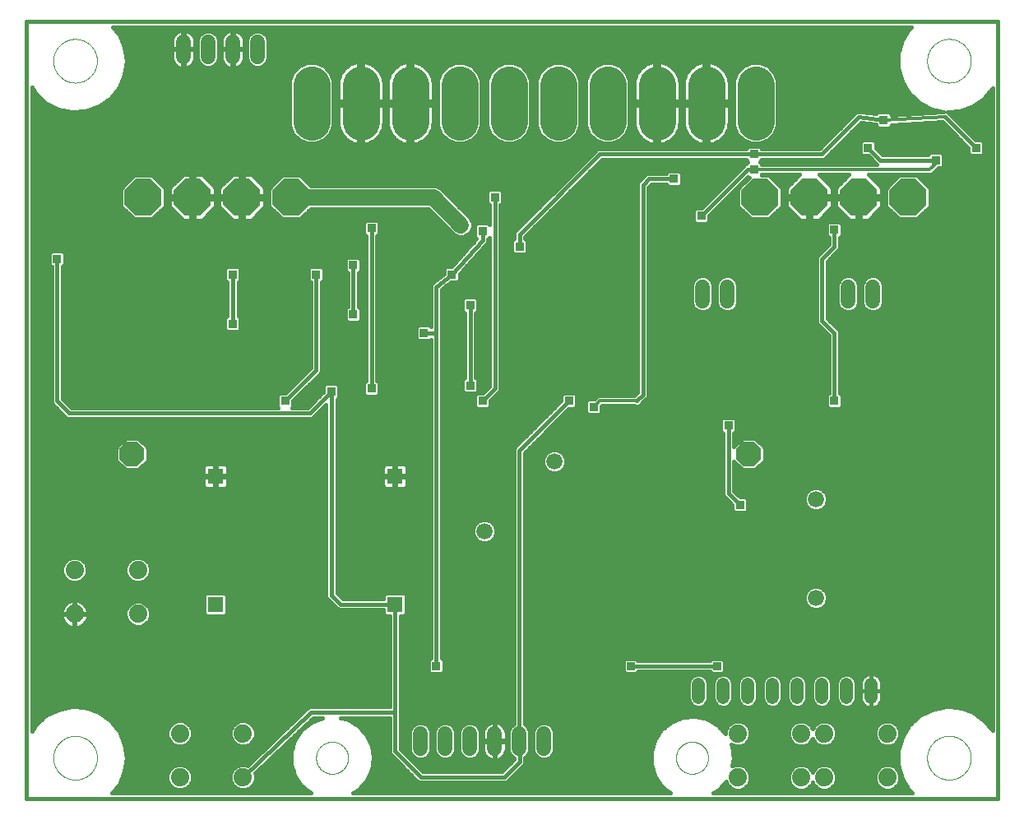
<source format=gbl>
G75*
%MOIN*%
%OFA0B0*%
%FSLAX25Y25*%
%IPPOS*%
%LPD*%
%AMOC8*
5,1,8,0,0,1.08239X$1,22.5*
%
%ADD10C,0.15000*%
%ADD11OC8,0.15000*%
%ADD12C,0.05200*%
%ADD13R,0.06496X0.06496*%
%ADD14C,0.05937*%
%ADD15C,0.00000*%
%ADD16C,0.06000*%
%ADD17OC8,0.10000*%
%ADD18C,0.06600*%
%ADD19C,0.07400*%
%ADD20C,0.01600*%
%ADD21R,0.04724X0.04724*%
%ADD22R,0.03169X0.03169*%
%ADD23R,0.03562X0.03562*%
%ADD24C,0.01200*%
%ADD25C,0.06600*%
D10*
X0124237Y0286344D02*
X0124237Y0301344D01*
X0144237Y0301344D02*
X0144237Y0286344D01*
X0164237Y0286344D02*
X0164237Y0301344D01*
X0184237Y0301344D02*
X0184237Y0286344D01*
X0204237Y0286344D02*
X0204237Y0301344D01*
X0224237Y0301344D02*
X0224237Y0286344D01*
X0244237Y0286344D02*
X0244237Y0301344D01*
X0264237Y0301344D02*
X0264237Y0286344D01*
X0284237Y0286344D02*
X0284237Y0301344D01*
X0304237Y0301344D02*
X0304237Y0286344D01*
D11*
X0306048Y0255655D03*
X0326048Y0255655D03*
X0346048Y0255655D03*
X0366048Y0255655D03*
X0116048Y0255655D03*
X0096048Y0255655D03*
X0076048Y0255655D03*
X0056048Y0255655D03*
D12*
X0281048Y0058255D02*
X0281048Y0053055D01*
X0291048Y0053055D02*
X0291048Y0058255D01*
X0301048Y0058255D02*
X0301048Y0053055D01*
X0311048Y0053055D02*
X0311048Y0058255D01*
X0321048Y0058255D02*
X0321048Y0053055D01*
X0331048Y0053055D02*
X0331048Y0058255D01*
X0341048Y0058255D02*
X0341048Y0053055D01*
X0351048Y0053055D02*
X0351048Y0058255D01*
D13*
X0158076Y0090635D03*
X0158076Y0142604D03*
X0085241Y0142604D03*
X0085241Y0090635D03*
D14*
X0282702Y0213474D02*
X0282702Y0219411D01*
X0292702Y0219411D02*
X0292702Y0213474D01*
X0341757Y0213474D02*
X0341757Y0219411D01*
X0351757Y0219411D02*
X0351757Y0213474D01*
X0102298Y0312686D02*
X0102298Y0318623D01*
X0092298Y0318623D02*
X0092298Y0312686D01*
X0082298Y0312686D02*
X0082298Y0318623D01*
X0072298Y0318623D02*
X0072298Y0312686D01*
D15*
X0019592Y0310930D02*
X0019595Y0311147D01*
X0019603Y0311365D01*
X0019616Y0311582D01*
X0019635Y0311798D01*
X0019659Y0312014D01*
X0019688Y0312230D01*
X0019722Y0312444D01*
X0019762Y0312658D01*
X0019807Y0312871D01*
X0019857Y0313082D01*
X0019913Y0313293D01*
X0019973Y0313501D01*
X0020039Y0313709D01*
X0020110Y0313914D01*
X0020186Y0314118D01*
X0020266Y0314320D01*
X0020352Y0314520D01*
X0020442Y0314717D01*
X0020538Y0314913D01*
X0020638Y0315106D01*
X0020743Y0315296D01*
X0020852Y0315484D01*
X0020966Y0315669D01*
X0021085Y0315851D01*
X0021208Y0316031D01*
X0021335Y0316207D01*
X0021467Y0316380D01*
X0021603Y0316549D01*
X0021743Y0316716D01*
X0021887Y0316879D01*
X0022035Y0317038D01*
X0022186Y0317194D01*
X0022342Y0317345D01*
X0022501Y0317493D01*
X0022664Y0317637D01*
X0022831Y0317777D01*
X0023000Y0317913D01*
X0023173Y0318045D01*
X0023349Y0318172D01*
X0023529Y0318295D01*
X0023711Y0318414D01*
X0023896Y0318528D01*
X0024084Y0318637D01*
X0024274Y0318742D01*
X0024467Y0318842D01*
X0024663Y0318938D01*
X0024860Y0319028D01*
X0025060Y0319114D01*
X0025262Y0319194D01*
X0025466Y0319270D01*
X0025671Y0319341D01*
X0025879Y0319407D01*
X0026087Y0319467D01*
X0026298Y0319523D01*
X0026509Y0319573D01*
X0026722Y0319618D01*
X0026936Y0319658D01*
X0027150Y0319692D01*
X0027366Y0319721D01*
X0027582Y0319745D01*
X0027798Y0319764D01*
X0028015Y0319777D01*
X0028233Y0319785D01*
X0028450Y0319788D01*
X0028667Y0319785D01*
X0028885Y0319777D01*
X0029102Y0319764D01*
X0029318Y0319745D01*
X0029534Y0319721D01*
X0029750Y0319692D01*
X0029964Y0319658D01*
X0030178Y0319618D01*
X0030391Y0319573D01*
X0030602Y0319523D01*
X0030813Y0319467D01*
X0031021Y0319407D01*
X0031229Y0319341D01*
X0031434Y0319270D01*
X0031638Y0319194D01*
X0031840Y0319114D01*
X0032040Y0319028D01*
X0032237Y0318938D01*
X0032433Y0318842D01*
X0032626Y0318742D01*
X0032816Y0318637D01*
X0033004Y0318528D01*
X0033189Y0318414D01*
X0033371Y0318295D01*
X0033551Y0318172D01*
X0033727Y0318045D01*
X0033900Y0317913D01*
X0034069Y0317777D01*
X0034236Y0317637D01*
X0034399Y0317493D01*
X0034558Y0317345D01*
X0034714Y0317194D01*
X0034865Y0317038D01*
X0035013Y0316879D01*
X0035157Y0316716D01*
X0035297Y0316549D01*
X0035433Y0316380D01*
X0035565Y0316207D01*
X0035692Y0316031D01*
X0035815Y0315851D01*
X0035934Y0315669D01*
X0036048Y0315484D01*
X0036157Y0315296D01*
X0036262Y0315106D01*
X0036362Y0314913D01*
X0036458Y0314717D01*
X0036548Y0314520D01*
X0036634Y0314320D01*
X0036714Y0314118D01*
X0036790Y0313914D01*
X0036861Y0313709D01*
X0036927Y0313501D01*
X0036987Y0313293D01*
X0037043Y0313082D01*
X0037093Y0312871D01*
X0037138Y0312658D01*
X0037178Y0312444D01*
X0037212Y0312230D01*
X0037241Y0312014D01*
X0037265Y0311798D01*
X0037284Y0311582D01*
X0037297Y0311365D01*
X0037305Y0311147D01*
X0037308Y0310930D01*
X0037305Y0310713D01*
X0037297Y0310495D01*
X0037284Y0310278D01*
X0037265Y0310062D01*
X0037241Y0309846D01*
X0037212Y0309630D01*
X0037178Y0309416D01*
X0037138Y0309202D01*
X0037093Y0308989D01*
X0037043Y0308778D01*
X0036987Y0308567D01*
X0036927Y0308359D01*
X0036861Y0308151D01*
X0036790Y0307946D01*
X0036714Y0307742D01*
X0036634Y0307540D01*
X0036548Y0307340D01*
X0036458Y0307143D01*
X0036362Y0306947D01*
X0036262Y0306754D01*
X0036157Y0306564D01*
X0036048Y0306376D01*
X0035934Y0306191D01*
X0035815Y0306009D01*
X0035692Y0305829D01*
X0035565Y0305653D01*
X0035433Y0305480D01*
X0035297Y0305311D01*
X0035157Y0305144D01*
X0035013Y0304981D01*
X0034865Y0304822D01*
X0034714Y0304666D01*
X0034558Y0304515D01*
X0034399Y0304367D01*
X0034236Y0304223D01*
X0034069Y0304083D01*
X0033900Y0303947D01*
X0033727Y0303815D01*
X0033551Y0303688D01*
X0033371Y0303565D01*
X0033189Y0303446D01*
X0033004Y0303332D01*
X0032816Y0303223D01*
X0032626Y0303118D01*
X0032433Y0303018D01*
X0032237Y0302922D01*
X0032040Y0302832D01*
X0031840Y0302746D01*
X0031638Y0302666D01*
X0031434Y0302590D01*
X0031229Y0302519D01*
X0031021Y0302453D01*
X0030813Y0302393D01*
X0030602Y0302337D01*
X0030391Y0302287D01*
X0030178Y0302242D01*
X0029964Y0302202D01*
X0029750Y0302168D01*
X0029534Y0302139D01*
X0029318Y0302115D01*
X0029102Y0302096D01*
X0028885Y0302083D01*
X0028667Y0302075D01*
X0028450Y0302072D01*
X0028233Y0302075D01*
X0028015Y0302083D01*
X0027798Y0302096D01*
X0027582Y0302115D01*
X0027366Y0302139D01*
X0027150Y0302168D01*
X0026936Y0302202D01*
X0026722Y0302242D01*
X0026509Y0302287D01*
X0026298Y0302337D01*
X0026087Y0302393D01*
X0025879Y0302453D01*
X0025671Y0302519D01*
X0025466Y0302590D01*
X0025262Y0302666D01*
X0025060Y0302746D01*
X0024860Y0302832D01*
X0024663Y0302922D01*
X0024467Y0303018D01*
X0024274Y0303118D01*
X0024084Y0303223D01*
X0023896Y0303332D01*
X0023711Y0303446D01*
X0023529Y0303565D01*
X0023349Y0303688D01*
X0023173Y0303815D01*
X0023000Y0303947D01*
X0022831Y0304083D01*
X0022664Y0304223D01*
X0022501Y0304367D01*
X0022342Y0304515D01*
X0022186Y0304666D01*
X0022035Y0304822D01*
X0021887Y0304981D01*
X0021743Y0305144D01*
X0021603Y0305311D01*
X0021467Y0305480D01*
X0021335Y0305653D01*
X0021208Y0305829D01*
X0021085Y0306009D01*
X0020966Y0306191D01*
X0020852Y0306376D01*
X0020743Y0306564D01*
X0020638Y0306754D01*
X0020538Y0306947D01*
X0020442Y0307143D01*
X0020352Y0307340D01*
X0020266Y0307540D01*
X0020186Y0307742D01*
X0020110Y0307946D01*
X0020039Y0308151D01*
X0019973Y0308359D01*
X0019913Y0308567D01*
X0019857Y0308778D01*
X0019807Y0308989D01*
X0019762Y0309202D01*
X0019722Y0309416D01*
X0019688Y0309630D01*
X0019659Y0309846D01*
X0019635Y0310062D01*
X0019616Y0310278D01*
X0019603Y0310495D01*
X0019595Y0310713D01*
X0019592Y0310930D01*
X0019592Y0028450D02*
X0019595Y0028667D01*
X0019603Y0028885D01*
X0019616Y0029102D01*
X0019635Y0029318D01*
X0019659Y0029534D01*
X0019688Y0029750D01*
X0019722Y0029964D01*
X0019762Y0030178D01*
X0019807Y0030391D01*
X0019857Y0030602D01*
X0019913Y0030813D01*
X0019973Y0031021D01*
X0020039Y0031229D01*
X0020110Y0031434D01*
X0020186Y0031638D01*
X0020266Y0031840D01*
X0020352Y0032040D01*
X0020442Y0032237D01*
X0020538Y0032433D01*
X0020638Y0032626D01*
X0020743Y0032816D01*
X0020852Y0033004D01*
X0020966Y0033189D01*
X0021085Y0033371D01*
X0021208Y0033551D01*
X0021335Y0033727D01*
X0021467Y0033900D01*
X0021603Y0034069D01*
X0021743Y0034236D01*
X0021887Y0034399D01*
X0022035Y0034558D01*
X0022186Y0034714D01*
X0022342Y0034865D01*
X0022501Y0035013D01*
X0022664Y0035157D01*
X0022831Y0035297D01*
X0023000Y0035433D01*
X0023173Y0035565D01*
X0023349Y0035692D01*
X0023529Y0035815D01*
X0023711Y0035934D01*
X0023896Y0036048D01*
X0024084Y0036157D01*
X0024274Y0036262D01*
X0024467Y0036362D01*
X0024663Y0036458D01*
X0024860Y0036548D01*
X0025060Y0036634D01*
X0025262Y0036714D01*
X0025466Y0036790D01*
X0025671Y0036861D01*
X0025879Y0036927D01*
X0026087Y0036987D01*
X0026298Y0037043D01*
X0026509Y0037093D01*
X0026722Y0037138D01*
X0026936Y0037178D01*
X0027150Y0037212D01*
X0027366Y0037241D01*
X0027582Y0037265D01*
X0027798Y0037284D01*
X0028015Y0037297D01*
X0028233Y0037305D01*
X0028450Y0037308D01*
X0028667Y0037305D01*
X0028885Y0037297D01*
X0029102Y0037284D01*
X0029318Y0037265D01*
X0029534Y0037241D01*
X0029750Y0037212D01*
X0029964Y0037178D01*
X0030178Y0037138D01*
X0030391Y0037093D01*
X0030602Y0037043D01*
X0030813Y0036987D01*
X0031021Y0036927D01*
X0031229Y0036861D01*
X0031434Y0036790D01*
X0031638Y0036714D01*
X0031840Y0036634D01*
X0032040Y0036548D01*
X0032237Y0036458D01*
X0032433Y0036362D01*
X0032626Y0036262D01*
X0032816Y0036157D01*
X0033004Y0036048D01*
X0033189Y0035934D01*
X0033371Y0035815D01*
X0033551Y0035692D01*
X0033727Y0035565D01*
X0033900Y0035433D01*
X0034069Y0035297D01*
X0034236Y0035157D01*
X0034399Y0035013D01*
X0034558Y0034865D01*
X0034714Y0034714D01*
X0034865Y0034558D01*
X0035013Y0034399D01*
X0035157Y0034236D01*
X0035297Y0034069D01*
X0035433Y0033900D01*
X0035565Y0033727D01*
X0035692Y0033551D01*
X0035815Y0033371D01*
X0035934Y0033189D01*
X0036048Y0033004D01*
X0036157Y0032816D01*
X0036262Y0032626D01*
X0036362Y0032433D01*
X0036458Y0032237D01*
X0036548Y0032040D01*
X0036634Y0031840D01*
X0036714Y0031638D01*
X0036790Y0031434D01*
X0036861Y0031229D01*
X0036927Y0031021D01*
X0036987Y0030813D01*
X0037043Y0030602D01*
X0037093Y0030391D01*
X0037138Y0030178D01*
X0037178Y0029964D01*
X0037212Y0029750D01*
X0037241Y0029534D01*
X0037265Y0029318D01*
X0037284Y0029102D01*
X0037297Y0028885D01*
X0037305Y0028667D01*
X0037308Y0028450D01*
X0037305Y0028233D01*
X0037297Y0028015D01*
X0037284Y0027798D01*
X0037265Y0027582D01*
X0037241Y0027366D01*
X0037212Y0027150D01*
X0037178Y0026936D01*
X0037138Y0026722D01*
X0037093Y0026509D01*
X0037043Y0026298D01*
X0036987Y0026087D01*
X0036927Y0025879D01*
X0036861Y0025671D01*
X0036790Y0025466D01*
X0036714Y0025262D01*
X0036634Y0025060D01*
X0036548Y0024860D01*
X0036458Y0024663D01*
X0036362Y0024467D01*
X0036262Y0024274D01*
X0036157Y0024084D01*
X0036048Y0023896D01*
X0035934Y0023711D01*
X0035815Y0023529D01*
X0035692Y0023349D01*
X0035565Y0023173D01*
X0035433Y0023000D01*
X0035297Y0022831D01*
X0035157Y0022664D01*
X0035013Y0022501D01*
X0034865Y0022342D01*
X0034714Y0022186D01*
X0034558Y0022035D01*
X0034399Y0021887D01*
X0034236Y0021743D01*
X0034069Y0021603D01*
X0033900Y0021467D01*
X0033727Y0021335D01*
X0033551Y0021208D01*
X0033371Y0021085D01*
X0033189Y0020966D01*
X0033004Y0020852D01*
X0032816Y0020743D01*
X0032626Y0020638D01*
X0032433Y0020538D01*
X0032237Y0020442D01*
X0032040Y0020352D01*
X0031840Y0020266D01*
X0031638Y0020186D01*
X0031434Y0020110D01*
X0031229Y0020039D01*
X0031021Y0019973D01*
X0030813Y0019913D01*
X0030602Y0019857D01*
X0030391Y0019807D01*
X0030178Y0019762D01*
X0029964Y0019722D01*
X0029750Y0019688D01*
X0029534Y0019659D01*
X0029318Y0019635D01*
X0029102Y0019616D01*
X0028885Y0019603D01*
X0028667Y0019595D01*
X0028450Y0019592D01*
X0028233Y0019595D01*
X0028015Y0019603D01*
X0027798Y0019616D01*
X0027582Y0019635D01*
X0027366Y0019659D01*
X0027150Y0019688D01*
X0026936Y0019722D01*
X0026722Y0019762D01*
X0026509Y0019807D01*
X0026298Y0019857D01*
X0026087Y0019913D01*
X0025879Y0019973D01*
X0025671Y0020039D01*
X0025466Y0020110D01*
X0025262Y0020186D01*
X0025060Y0020266D01*
X0024860Y0020352D01*
X0024663Y0020442D01*
X0024467Y0020538D01*
X0024274Y0020638D01*
X0024084Y0020743D01*
X0023896Y0020852D01*
X0023711Y0020966D01*
X0023529Y0021085D01*
X0023349Y0021208D01*
X0023173Y0021335D01*
X0023000Y0021467D01*
X0022831Y0021603D01*
X0022664Y0021743D01*
X0022501Y0021887D01*
X0022342Y0022035D01*
X0022186Y0022186D01*
X0022035Y0022342D01*
X0021887Y0022501D01*
X0021743Y0022664D01*
X0021603Y0022831D01*
X0021467Y0023000D01*
X0021335Y0023173D01*
X0021208Y0023349D01*
X0021085Y0023529D01*
X0020966Y0023711D01*
X0020852Y0023896D01*
X0020743Y0024084D01*
X0020638Y0024274D01*
X0020538Y0024467D01*
X0020442Y0024663D01*
X0020352Y0024860D01*
X0020266Y0025060D01*
X0020186Y0025262D01*
X0020110Y0025466D01*
X0020039Y0025671D01*
X0019973Y0025879D01*
X0019913Y0026087D01*
X0019857Y0026298D01*
X0019807Y0026509D01*
X0019762Y0026722D01*
X0019722Y0026936D01*
X0019688Y0027150D01*
X0019659Y0027366D01*
X0019635Y0027582D01*
X0019616Y0027798D01*
X0019603Y0028015D01*
X0019595Y0028233D01*
X0019592Y0028450D01*
X0126088Y0028450D02*
X0126090Y0028611D01*
X0126096Y0028771D01*
X0126106Y0028932D01*
X0126120Y0029092D01*
X0126138Y0029251D01*
X0126159Y0029411D01*
X0126185Y0029569D01*
X0126215Y0029727D01*
X0126248Y0029884D01*
X0126286Y0030041D01*
X0126327Y0030196D01*
X0126372Y0030350D01*
X0126421Y0030503D01*
X0126474Y0030655D01*
X0126530Y0030805D01*
X0126590Y0030954D01*
X0126654Y0031102D01*
X0126721Y0031248D01*
X0126792Y0031392D01*
X0126867Y0031534D01*
X0126945Y0031675D01*
X0127026Y0031813D01*
X0127111Y0031950D01*
X0127200Y0032084D01*
X0127291Y0032216D01*
X0127386Y0032346D01*
X0127484Y0032473D01*
X0127585Y0032598D01*
X0127689Y0032721D01*
X0127796Y0032840D01*
X0127906Y0032957D01*
X0128019Y0033072D01*
X0128135Y0033183D01*
X0128253Y0033292D01*
X0128374Y0033397D01*
X0128498Y0033500D01*
X0128624Y0033600D01*
X0128753Y0033696D01*
X0128884Y0033789D01*
X0129017Y0033879D01*
X0129152Y0033966D01*
X0129290Y0034049D01*
X0129429Y0034128D01*
X0129571Y0034205D01*
X0129714Y0034278D01*
X0129859Y0034347D01*
X0130006Y0034412D01*
X0130154Y0034474D01*
X0130304Y0034533D01*
X0130455Y0034587D01*
X0130607Y0034638D01*
X0130761Y0034685D01*
X0130916Y0034728D01*
X0131071Y0034767D01*
X0131228Y0034803D01*
X0131386Y0034835D01*
X0131544Y0034862D01*
X0131703Y0034886D01*
X0131862Y0034906D01*
X0132022Y0034922D01*
X0132183Y0034934D01*
X0132343Y0034942D01*
X0132504Y0034946D01*
X0132664Y0034946D01*
X0132825Y0034942D01*
X0132985Y0034934D01*
X0133146Y0034922D01*
X0133306Y0034906D01*
X0133465Y0034886D01*
X0133624Y0034862D01*
X0133782Y0034835D01*
X0133940Y0034803D01*
X0134097Y0034767D01*
X0134252Y0034728D01*
X0134407Y0034685D01*
X0134561Y0034638D01*
X0134713Y0034587D01*
X0134864Y0034533D01*
X0135014Y0034474D01*
X0135162Y0034412D01*
X0135309Y0034347D01*
X0135454Y0034278D01*
X0135597Y0034205D01*
X0135739Y0034128D01*
X0135878Y0034049D01*
X0136016Y0033966D01*
X0136151Y0033879D01*
X0136284Y0033789D01*
X0136415Y0033696D01*
X0136544Y0033600D01*
X0136670Y0033500D01*
X0136794Y0033397D01*
X0136915Y0033292D01*
X0137033Y0033183D01*
X0137149Y0033072D01*
X0137262Y0032957D01*
X0137372Y0032840D01*
X0137479Y0032721D01*
X0137583Y0032598D01*
X0137684Y0032473D01*
X0137782Y0032346D01*
X0137877Y0032216D01*
X0137968Y0032084D01*
X0138057Y0031950D01*
X0138142Y0031813D01*
X0138223Y0031675D01*
X0138301Y0031534D01*
X0138376Y0031392D01*
X0138447Y0031248D01*
X0138514Y0031102D01*
X0138578Y0030954D01*
X0138638Y0030805D01*
X0138694Y0030655D01*
X0138747Y0030503D01*
X0138796Y0030350D01*
X0138841Y0030196D01*
X0138882Y0030041D01*
X0138920Y0029884D01*
X0138953Y0029727D01*
X0138983Y0029569D01*
X0139009Y0029411D01*
X0139030Y0029251D01*
X0139048Y0029092D01*
X0139062Y0028932D01*
X0139072Y0028771D01*
X0139078Y0028611D01*
X0139080Y0028450D01*
X0139078Y0028289D01*
X0139072Y0028129D01*
X0139062Y0027968D01*
X0139048Y0027808D01*
X0139030Y0027649D01*
X0139009Y0027489D01*
X0138983Y0027331D01*
X0138953Y0027173D01*
X0138920Y0027016D01*
X0138882Y0026859D01*
X0138841Y0026704D01*
X0138796Y0026550D01*
X0138747Y0026397D01*
X0138694Y0026245D01*
X0138638Y0026095D01*
X0138578Y0025946D01*
X0138514Y0025798D01*
X0138447Y0025652D01*
X0138376Y0025508D01*
X0138301Y0025366D01*
X0138223Y0025225D01*
X0138142Y0025087D01*
X0138057Y0024950D01*
X0137968Y0024816D01*
X0137877Y0024684D01*
X0137782Y0024554D01*
X0137684Y0024427D01*
X0137583Y0024302D01*
X0137479Y0024179D01*
X0137372Y0024060D01*
X0137262Y0023943D01*
X0137149Y0023828D01*
X0137033Y0023717D01*
X0136915Y0023608D01*
X0136794Y0023503D01*
X0136670Y0023400D01*
X0136544Y0023300D01*
X0136415Y0023204D01*
X0136284Y0023111D01*
X0136151Y0023021D01*
X0136016Y0022934D01*
X0135878Y0022851D01*
X0135739Y0022772D01*
X0135597Y0022695D01*
X0135454Y0022622D01*
X0135309Y0022553D01*
X0135162Y0022488D01*
X0135014Y0022426D01*
X0134864Y0022367D01*
X0134713Y0022313D01*
X0134561Y0022262D01*
X0134407Y0022215D01*
X0134252Y0022172D01*
X0134097Y0022133D01*
X0133940Y0022097D01*
X0133782Y0022065D01*
X0133624Y0022038D01*
X0133465Y0022014D01*
X0133306Y0021994D01*
X0133146Y0021978D01*
X0132985Y0021966D01*
X0132825Y0021958D01*
X0132664Y0021954D01*
X0132504Y0021954D01*
X0132343Y0021958D01*
X0132183Y0021966D01*
X0132022Y0021978D01*
X0131862Y0021994D01*
X0131703Y0022014D01*
X0131544Y0022038D01*
X0131386Y0022065D01*
X0131228Y0022097D01*
X0131071Y0022133D01*
X0130916Y0022172D01*
X0130761Y0022215D01*
X0130607Y0022262D01*
X0130455Y0022313D01*
X0130304Y0022367D01*
X0130154Y0022426D01*
X0130006Y0022488D01*
X0129859Y0022553D01*
X0129714Y0022622D01*
X0129571Y0022695D01*
X0129429Y0022772D01*
X0129290Y0022851D01*
X0129152Y0022934D01*
X0129017Y0023021D01*
X0128884Y0023111D01*
X0128753Y0023204D01*
X0128624Y0023300D01*
X0128498Y0023400D01*
X0128374Y0023503D01*
X0128253Y0023608D01*
X0128135Y0023717D01*
X0128019Y0023828D01*
X0127906Y0023943D01*
X0127796Y0024060D01*
X0127689Y0024179D01*
X0127585Y0024302D01*
X0127484Y0024427D01*
X0127386Y0024554D01*
X0127291Y0024684D01*
X0127200Y0024816D01*
X0127111Y0024950D01*
X0127026Y0025087D01*
X0126945Y0025225D01*
X0126867Y0025366D01*
X0126792Y0025508D01*
X0126721Y0025652D01*
X0126654Y0025798D01*
X0126590Y0025946D01*
X0126530Y0026095D01*
X0126474Y0026245D01*
X0126421Y0026397D01*
X0126372Y0026550D01*
X0126327Y0026704D01*
X0126286Y0026859D01*
X0126248Y0027016D01*
X0126215Y0027173D01*
X0126185Y0027331D01*
X0126159Y0027489D01*
X0126138Y0027649D01*
X0126120Y0027808D01*
X0126106Y0027968D01*
X0126096Y0028129D01*
X0126090Y0028289D01*
X0126088Y0028450D01*
X0271954Y0028450D02*
X0271956Y0028611D01*
X0271962Y0028771D01*
X0271972Y0028932D01*
X0271986Y0029092D01*
X0272004Y0029251D01*
X0272025Y0029411D01*
X0272051Y0029569D01*
X0272081Y0029727D01*
X0272114Y0029884D01*
X0272152Y0030041D01*
X0272193Y0030196D01*
X0272238Y0030350D01*
X0272287Y0030503D01*
X0272340Y0030655D01*
X0272396Y0030805D01*
X0272456Y0030954D01*
X0272520Y0031102D01*
X0272587Y0031248D01*
X0272658Y0031392D01*
X0272733Y0031534D01*
X0272811Y0031675D01*
X0272892Y0031813D01*
X0272977Y0031950D01*
X0273066Y0032084D01*
X0273157Y0032216D01*
X0273252Y0032346D01*
X0273350Y0032473D01*
X0273451Y0032598D01*
X0273555Y0032721D01*
X0273662Y0032840D01*
X0273772Y0032957D01*
X0273885Y0033072D01*
X0274001Y0033183D01*
X0274119Y0033292D01*
X0274240Y0033397D01*
X0274364Y0033500D01*
X0274490Y0033600D01*
X0274619Y0033696D01*
X0274750Y0033789D01*
X0274883Y0033879D01*
X0275018Y0033966D01*
X0275156Y0034049D01*
X0275295Y0034128D01*
X0275437Y0034205D01*
X0275580Y0034278D01*
X0275725Y0034347D01*
X0275872Y0034412D01*
X0276020Y0034474D01*
X0276170Y0034533D01*
X0276321Y0034587D01*
X0276473Y0034638D01*
X0276627Y0034685D01*
X0276782Y0034728D01*
X0276937Y0034767D01*
X0277094Y0034803D01*
X0277252Y0034835D01*
X0277410Y0034862D01*
X0277569Y0034886D01*
X0277728Y0034906D01*
X0277888Y0034922D01*
X0278049Y0034934D01*
X0278209Y0034942D01*
X0278370Y0034946D01*
X0278530Y0034946D01*
X0278691Y0034942D01*
X0278851Y0034934D01*
X0279012Y0034922D01*
X0279172Y0034906D01*
X0279331Y0034886D01*
X0279490Y0034862D01*
X0279648Y0034835D01*
X0279806Y0034803D01*
X0279963Y0034767D01*
X0280118Y0034728D01*
X0280273Y0034685D01*
X0280427Y0034638D01*
X0280579Y0034587D01*
X0280730Y0034533D01*
X0280880Y0034474D01*
X0281028Y0034412D01*
X0281175Y0034347D01*
X0281320Y0034278D01*
X0281463Y0034205D01*
X0281605Y0034128D01*
X0281744Y0034049D01*
X0281882Y0033966D01*
X0282017Y0033879D01*
X0282150Y0033789D01*
X0282281Y0033696D01*
X0282410Y0033600D01*
X0282536Y0033500D01*
X0282660Y0033397D01*
X0282781Y0033292D01*
X0282899Y0033183D01*
X0283015Y0033072D01*
X0283128Y0032957D01*
X0283238Y0032840D01*
X0283345Y0032721D01*
X0283449Y0032598D01*
X0283550Y0032473D01*
X0283648Y0032346D01*
X0283743Y0032216D01*
X0283834Y0032084D01*
X0283923Y0031950D01*
X0284008Y0031813D01*
X0284089Y0031675D01*
X0284167Y0031534D01*
X0284242Y0031392D01*
X0284313Y0031248D01*
X0284380Y0031102D01*
X0284444Y0030954D01*
X0284504Y0030805D01*
X0284560Y0030655D01*
X0284613Y0030503D01*
X0284662Y0030350D01*
X0284707Y0030196D01*
X0284748Y0030041D01*
X0284786Y0029884D01*
X0284819Y0029727D01*
X0284849Y0029569D01*
X0284875Y0029411D01*
X0284896Y0029251D01*
X0284914Y0029092D01*
X0284928Y0028932D01*
X0284938Y0028771D01*
X0284944Y0028611D01*
X0284946Y0028450D01*
X0284944Y0028289D01*
X0284938Y0028129D01*
X0284928Y0027968D01*
X0284914Y0027808D01*
X0284896Y0027649D01*
X0284875Y0027489D01*
X0284849Y0027331D01*
X0284819Y0027173D01*
X0284786Y0027016D01*
X0284748Y0026859D01*
X0284707Y0026704D01*
X0284662Y0026550D01*
X0284613Y0026397D01*
X0284560Y0026245D01*
X0284504Y0026095D01*
X0284444Y0025946D01*
X0284380Y0025798D01*
X0284313Y0025652D01*
X0284242Y0025508D01*
X0284167Y0025366D01*
X0284089Y0025225D01*
X0284008Y0025087D01*
X0283923Y0024950D01*
X0283834Y0024816D01*
X0283743Y0024684D01*
X0283648Y0024554D01*
X0283550Y0024427D01*
X0283449Y0024302D01*
X0283345Y0024179D01*
X0283238Y0024060D01*
X0283128Y0023943D01*
X0283015Y0023828D01*
X0282899Y0023717D01*
X0282781Y0023608D01*
X0282660Y0023503D01*
X0282536Y0023400D01*
X0282410Y0023300D01*
X0282281Y0023204D01*
X0282150Y0023111D01*
X0282017Y0023021D01*
X0281882Y0022934D01*
X0281744Y0022851D01*
X0281605Y0022772D01*
X0281463Y0022695D01*
X0281320Y0022622D01*
X0281175Y0022553D01*
X0281028Y0022488D01*
X0280880Y0022426D01*
X0280730Y0022367D01*
X0280579Y0022313D01*
X0280427Y0022262D01*
X0280273Y0022215D01*
X0280118Y0022172D01*
X0279963Y0022133D01*
X0279806Y0022097D01*
X0279648Y0022065D01*
X0279490Y0022038D01*
X0279331Y0022014D01*
X0279172Y0021994D01*
X0279012Y0021978D01*
X0278851Y0021966D01*
X0278691Y0021958D01*
X0278530Y0021954D01*
X0278370Y0021954D01*
X0278209Y0021958D01*
X0278049Y0021966D01*
X0277888Y0021978D01*
X0277728Y0021994D01*
X0277569Y0022014D01*
X0277410Y0022038D01*
X0277252Y0022065D01*
X0277094Y0022097D01*
X0276937Y0022133D01*
X0276782Y0022172D01*
X0276627Y0022215D01*
X0276473Y0022262D01*
X0276321Y0022313D01*
X0276170Y0022367D01*
X0276020Y0022426D01*
X0275872Y0022488D01*
X0275725Y0022553D01*
X0275580Y0022622D01*
X0275437Y0022695D01*
X0275295Y0022772D01*
X0275156Y0022851D01*
X0275018Y0022934D01*
X0274883Y0023021D01*
X0274750Y0023111D01*
X0274619Y0023204D01*
X0274490Y0023300D01*
X0274364Y0023400D01*
X0274240Y0023503D01*
X0274119Y0023608D01*
X0274001Y0023717D01*
X0273885Y0023828D01*
X0273772Y0023943D01*
X0273662Y0024060D01*
X0273555Y0024179D01*
X0273451Y0024302D01*
X0273350Y0024427D01*
X0273252Y0024554D01*
X0273157Y0024684D01*
X0273066Y0024816D01*
X0272977Y0024950D01*
X0272892Y0025087D01*
X0272811Y0025225D01*
X0272733Y0025366D01*
X0272658Y0025508D01*
X0272587Y0025652D01*
X0272520Y0025798D01*
X0272456Y0025946D01*
X0272396Y0026095D01*
X0272340Y0026245D01*
X0272287Y0026397D01*
X0272238Y0026550D01*
X0272193Y0026704D01*
X0272152Y0026859D01*
X0272114Y0027016D01*
X0272081Y0027173D01*
X0272051Y0027331D01*
X0272025Y0027489D01*
X0272004Y0027649D01*
X0271986Y0027808D01*
X0271972Y0027968D01*
X0271962Y0028129D01*
X0271956Y0028289D01*
X0271954Y0028450D01*
X0373726Y0028450D02*
X0373729Y0028667D01*
X0373737Y0028885D01*
X0373750Y0029102D01*
X0373769Y0029318D01*
X0373793Y0029534D01*
X0373822Y0029750D01*
X0373856Y0029964D01*
X0373896Y0030178D01*
X0373941Y0030391D01*
X0373991Y0030602D01*
X0374047Y0030813D01*
X0374107Y0031021D01*
X0374173Y0031229D01*
X0374244Y0031434D01*
X0374320Y0031638D01*
X0374400Y0031840D01*
X0374486Y0032040D01*
X0374576Y0032237D01*
X0374672Y0032433D01*
X0374772Y0032626D01*
X0374877Y0032816D01*
X0374986Y0033004D01*
X0375100Y0033189D01*
X0375219Y0033371D01*
X0375342Y0033551D01*
X0375469Y0033727D01*
X0375601Y0033900D01*
X0375737Y0034069D01*
X0375877Y0034236D01*
X0376021Y0034399D01*
X0376169Y0034558D01*
X0376320Y0034714D01*
X0376476Y0034865D01*
X0376635Y0035013D01*
X0376798Y0035157D01*
X0376965Y0035297D01*
X0377134Y0035433D01*
X0377307Y0035565D01*
X0377483Y0035692D01*
X0377663Y0035815D01*
X0377845Y0035934D01*
X0378030Y0036048D01*
X0378218Y0036157D01*
X0378408Y0036262D01*
X0378601Y0036362D01*
X0378797Y0036458D01*
X0378994Y0036548D01*
X0379194Y0036634D01*
X0379396Y0036714D01*
X0379600Y0036790D01*
X0379805Y0036861D01*
X0380013Y0036927D01*
X0380221Y0036987D01*
X0380432Y0037043D01*
X0380643Y0037093D01*
X0380856Y0037138D01*
X0381070Y0037178D01*
X0381284Y0037212D01*
X0381500Y0037241D01*
X0381716Y0037265D01*
X0381932Y0037284D01*
X0382149Y0037297D01*
X0382367Y0037305D01*
X0382584Y0037308D01*
X0382801Y0037305D01*
X0383019Y0037297D01*
X0383236Y0037284D01*
X0383452Y0037265D01*
X0383668Y0037241D01*
X0383884Y0037212D01*
X0384098Y0037178D01*
X0384312Y0037138D01*
X0384525Y0037093D01*
X0384736Y0037043D01*
X0384947Y0036987D01*
X0385155Y0036927D01*
X0385363Y0036861D01*
X0385568Y0036790D01*
X0385772Y0036714D01*
X0385974Y0036634D01*
X0386174Y0036548D01*
X0386371Y0036458D01*
X0386567Y0036362D01*
X0386760Y0036262D01*
X0386950Y0036157D01*
X0387138Y0036048D01*
X0387323Y0035934D01*
X0387505Y0035815D01*
X0387685Y0035692D01*
X0387861Y0035565D01*
X0388034Y0035433D01*
X0388203Y0035297D01*
X0388370Y0035157D01*
X0388533Y0035013D01*
X0388692Y0034865D01*
X0388848Y0034714D01*
X0388999Y0034558D01*
X0389147Y0034399D01*
X0389291Y0034236D01*
X0389431Y0034069D01*
X0389567Y0033900D01*
X0389699Y0033727D01*
X0389826Y0033551D01*
X0389949Y0033371D01*
X0390068Y0033189D01*
X0390182Y0033004D01*
X0390291Y0032816D01*
X0390396Y0032626D01*
X0390496Y0032433D01*
X0390592Y0032237D01*
X0390682Y0032040D01*
X0390768Y0031840D01*
X0390848Y0031638D01*
X0390924Y0031434D01*
X0390995Y0031229D01*
X0391061Y0031021D01*
X0391121Y0030813D01*
X0391177Y0030602D01*
X0391227Y0030391D01*
X0391272Y0030178D01*
X0391312Y0029964D01*
X0391346Y0029750D01*
X0391375Y0029534D01*
X0391399Y0029318D01*
X0391418Y0029102D01*
X0391431Y0028885D01*
X0391439Y0028667D01*
X0391442Y0028450D01*
X0391439Y0028233D01*
X0391431Y0028015D01*
X0391418Y0027798D01*
X0391399Y0027582D01*
X0391375Y0027366D01*
X0391346Y0027150D01*
X0391312Y0026936D01*
X0391272Y0026722D01*
X0391227Y0026509D01*
X0391177Y0026298D01*
X0391121Y0026087D01*
X0391061Y0025879D01*
X0390995Y0025671D01*
X0390924Y0025466D01*
X0390848Y0025262D01*
X0390768Y0025060D01*
X0390682Y0024860D01*
X0390592Y0024663D01*
X0390496Y0024467D01*
X0390396Y0024274D01*
X0390291Y0024084D01*
X0390182Y0023896D01*
X0390068Y0023711D01*
X0389949Y0023529D01*
X0389826Y0023349D01*
X0389699Y0023173D01*
X0389567Y0023000D01*
X0389431Y0022831D01*
X0389291Y0022664D01*
X0389147Y0022501D01*
X0388999Y0022342D01*
X0388848Y0022186D01*
X0388692Y0022035D01*
X0388533Y0021887D01*
X0388370Y0021743D01*
X0388203Y0021603D01*
X0388034Y0021467D01*
X0387861Y0021335D01*
X0387685Y0021208D01*
X0387505Y0021085D01*
X0387323Y0020966D01*
X0387138Y0020852D01*
X0386950Y0020743D01*
X0386760Y0020638D01*
X0386567Y0020538D01*
X0386371Y0020442D01*
X0386174Y0020352D01*
X0385974Y0020266D01*
X0385772Y0020186D01*
X0385568Y0020110D01*
X0385363Y0020039D01*
X0385155Y0019973D01*
X0384947Y0019913D01*
X0384736Y0019857D01*
X0384525Y0019807D01*
X0384312Y0019762D01*
X0384098Y0019722D01*
X0383884Y0019688D01*
X0383668Y0019659D01*
X0383452Y0019635D01*
X0383236Y0019616D01*
X0383019Y0019603D01*
X0382801Y0019595D01*
X0382584Y0019592D01*
X0382367Y0019595D01*
X0382149Y0019603D01*
X0381932Y0019616D01*
X0381716Y0019635D01*
X0381500Y0019659D01*
X0381284Y0019688D01*
X0381070Y0019722D01*
X0380856Y0019762D01*
X0380643Y0019807D01*
X0380432Y0019857D01*
X0380221Y0019913D01*
X0380013Y0019973D01*
X0379805Y0020039D01*
X0379600Y0020110D01*
X0379396Y0020186D01*
X0379194Y0020266D01*
X0378994Y0020352D01*
X0378797Y0020442D01*
X0378601Y0020538D01*
X0378408Y0020638D01*
X0378218Y0020743D01*
X0378030Y0020852D01*
X0377845Y0020966D01*
X0377663Y0021085D01*
X0377483Y0021208D01*
X0377307Y0021335D01*
X0377134Y0021467D01*
X0376965Y0021603D01*
X0376798Y0021743D01*
X0376635Y0021887D01*
X0376476Y0022035D01*
X0376320Y0022186D01*
X0376169Y0022342D01*
X0376021Y0022501D01*
X0375877Y0022664D01*
X0375737Y0022831D01*
X0375601Y0023000D01*
X0375469Y0023173D01*
X0375342Y0023349D01*
X0375219Y0023529D01*
X0375100Y0023711D01*
X0374986Y0023896D01*
X0374877Y0024084D01*
X0374772Y0024274D01*
X0374672Y0024467D01*
X0374576Y0024663D01*
X0374486Y0024860D01*
X0374400Y0025060D01*
X0374320Y0025262D01*
X0374244Y0025466D01*
X0374173Y0025671D01*
X0374107Y0025879D01*
X0374047Y0026087D01*
X0373991Y0026298D01*
X0373941Y0026509D01*
X0373896Y0026722D01*
X0373856Y0026936D01*
X0373822Y0027150D01*
X0373793Y0027366D01*
X0373769Y0027582D01*
X0373750Y0027798D01*
X0373737Y0028015D01*
X0373729Y0028233D01*
X0373726Y0028450D01*
X0373726Y0310930D02*
X0373729Y0311147D01*
X0373737Y0311365D01*
X0373750Y0311582D01*
X0373769Y0311798D01*
X0373793Y0312014D01*
X0373822Y0312230D01*
X0373856Y0312444D01*
X0373896Y0312658D01*
X0373941Y0312871D01*
X0373991Y0313082D01*
X0374047Y0313293D01*
X0374107Y0313501D01*
X0374173Y0313709D01*
X0374244Y0313914D01*
X0374320Y0314118D01*
X0374400Y0314320D01*
X0374486Y0314520D01*
X0374576Y0314717D01*
X0374672Y0314913D01*
X0374772Y0315106D01*
X0374877Y0315296D01*
X0374986Y0315484D01*
X0375100Y0315669D01*
X0375219Y0315851D01*
X0375342Y0316031D01*
X0375469Y0316207D01*
X0375601Y0316380D01*
X0375737Y0316549D01*
X0375877Y0316716D01*
X0376021Y0316879D01*
X0376169Y0317038D01*
X0376320Y0317194D01*
X0376476Y0317345D01*
X0376635Y0317493D01*
X0376798Y0317637D01*
X0376965Y0317777D01*
X0377134Y0317913D01*
X0377307Y0318045D01*
X0377483Y0318172D01*
X0377663Y0318295D01*
X0377845Y0318414D01*
X0378030Y0318528D01*
X0378218Y0318637D01*
X0378408Y0318742D01*
X0378601Y0318842D01*
X0378797Y0318938D01*
X0378994Y0319028D01*
X0379194Y0319114D01*
X0379396Y0319194D01*
X0379600Y0319270D01*
X0379805Y0319341D01*
X0380013Y0319407D01*
X0380221Y0319467D01*
X0380432Y0319523D01*
X0380643Y0319573D01*
X0380856Y0319618D01*
X0381070Y0319658D01*
X0381284Y0319692D01*
X0381500Y0319721D01*
X0381716Y0319745D01*
X0381932Y0319764D01*
X0382149Y0319777D01*
X0382367Y0319785D01*
X0382584Y0319788D01*
X0382801Y0319785D01*
X0383019Y0319777D01*
X0383236Y0319764D01*
X0383452Y0319745D01*
X0383668Y0319721D01*
X0383884Y0319692D01*
X0384098Y0319658D01*
X0384312Y0319618D01*
X0384525Y0319573D01*
X0384736Y0319523D01*
X0384947Y0319467D01*
X0385155Y0319407D01*
X0385363Y0319341D01*
X0385568Y0319270D01*
X0385772Y0319194D01*
X0385974Y0319114D01*
X0386174Y0319028D01*
X0386371Y0318938D01*
X0386567Y0318842D01*
X0386760Y0318742D01*
X0386950Y0318637D01*
X0387138Y0318528D01*
X0387323Y0318414D01*
X0387505Y0318295D01*
X0387685Y0318172D01*
X0387861Y0318045D01*
X0388034Y0317913D01*
X0388203Y0317777D01*
X0388370Y0317637D01*
X0388533Y0317493D01*
X0388692Y0317345D01*
X0388848Y0317194D01*
X0388999Y0317038D01*
X0389147Y0316879D01*
X0389291Y0316716D01*
X0389431Y0316549D01*
X0389567Y0316380D01*
X0389699Y0316207D01*
X0389826Y0316031D01*
X0389949Y0315851D01*
X0390068Y0315669D01*
X0390182Y0315484D01*
X0390291Y0315296D01*
X0390396Y0315106D01*
X0390496Y0314913D01*
X0390592Y0314717D01*
X0390682Y0314520D01*
X0390768Y0314320D01*
X0390848Y0314118D01*
X0390924Y0313914D01*
X0390995Y0313709D01*
X0391061Y0313501D01*
X0391121Y0313293D01*
X0391177Y0313082D01*
X0391227Y0312871D01*
X0391272Y0312658D01*
X0391312Y0312444D01*
X0391346Y0312230D01*
X0391375Y0312014D01*
X0391399Y0311798D01*
X0391418Y0311582D01*
X0391431Y0311365D01*
X0391439Y0311147D01*
X0391442Y0310930D01*
X0391439Y0310713D01*
X0391431Y0310495D01*
X0391418Y0310278D01*
X0391399Y0310062D01*
X0391375Y0309846D01*
X0391346Y0309630D01*
X0391312Y0309416D01*
X0391272Y0309202D01*
X0391227Y0308989D01*
X0391177Y0308778D01*
X0391121Y0308567D01*
X0391061Y0308359D01*
X0390995Y0308151D01*
X0390924Y0307946D01*
X0390848Y0307742D01*
X0390768Y0307540D01*
X0390682Y0307340D01*
X0390592Y0307143D01*
X0390496Y0306947D01*
X0390396Y0306754D01*
X0390291Y0306564D01*
X0390182Y0306376D01*
X0390068Y0306191D01*
X0389949Y0306009D01*
X0389826Y0305829D01*
X0389699Y0305653D01*
X0389567Y0305480D01*
X0389431Y0305311D01*
X0389291Y0305144D01*
X0389147Y0304981D01*
X0388999Y0304822D01*
X0388848Y0304666D01*
X0388692Y0304515D01*
X0388533Y0304367D01*
X0388370Y0304223D01*
X0388203Y0304083D01*
X0388034Y0303947D01*
X0387861Y0303815D01*
X0387685Y0303688D01*
X0387505Y0303565D01*
X0387323Y0303446D01*
X0387138Y0303332D01*
X0386950Y0303223D01*
X0386760Y0303118D01*
X0386567Y0303018D01*
X0386371Y0302922D01*
X0386174Y0302832D01*
X0385974Y0302746D01*
X0385772Y0302666D01*
X0385568Y0302590D01*
X0385363Y0302519D01*
X0385155Y0302453D01*
X0384947Y0302393D01*
X0384736Y0302337D01*
X0384525Y0302287D01*
X0384312Y0302242D01*
X0384098Y0302202D01*
X0383884Y0302168D01*
X0383668Y0302139D01*
X0383452Y0302115D01*
X0383236Y0302096D01*
X0383019Y0302083D01*
X0382801Y0302075D01*
X0382584Y0302072D01*
X0382367Y0302075D01*
X0382149Y0302083D01*
X0381932Y0302096D01*
X0381716Y0302115D01*
X0381500Y0302139D01*
X0381284Y0302168D01*
X0381070Y0302202D01*
X0380856Y0302242D01*
X0380643Y0302287D01*
X0380432Y0302337D01*
X0380221Y0302393D01*
X0380013Y0302453D01*
X0379805Y0302519D01*
X0379600Y0302590D01*
X0379396Y0302666D01*
X0379194Y0302746D01*
X0378994Y0302832D01*
X0378797Y0302922D01*
X0378601Y0303018D01*
X0378408Y0303118D01*
X0378218Y0303223D01*
X0378030Y0303332D01*
X0377845Y0303446D01*
X0377663Y0303565D01*
X0377483Y0303688D01*
X0377307Y0303815D01*
X0377134Y0303947D01*
X0376965Y0304083D01*
X0376798Y0304223D01*
X0376635Y0304367D01*
X0376476Y0304515D01*
X0376320Y0304666D01*
X0376169Y0304822D01*
X0376021Y0304981D01*
X0375877Y0305144D01*
X0375737Y0305311D01*
X0375601Y0305480D01*
X0375469Y0305653D01*
X0375342Y0305829D01*
X0375219Y0306009D01*
X0375100Y0306191D01*
X0374986Y0306376D01*
X0374877Y0306564D01*
X0374772Y0306754D01*
X0374672Y0306947D01*
X0374576Y0307143D01*
X0374486Y0307340D01*
X0374400Y0307540D01*
X0374320Y0307742D01*
X0374244Y0307946D01*
X0374173Y0308151D01*
X0374107Y0308359D01*
X0374047Y0308567D01*
X0373991Y0308778D01*
X0373941Y0308989D01*
X0373896Y0309202D01*
X0373856Y0309416D01*
X0373822Y0309630D01*
X0373793Y0309846D01*
X0373769Y0310062D01*
X0373750Y0310278D01*
X0373737Y0310495D01*
X0373729Y0310713D01*
X0373726Y0310930D01*
D16*
X0218352Y0038261D02*
X0218352Y0032261D01*
X0208352Y0032261D02*
X0208352Y0038261D01*
X0198352Y0038261D02*
X0198352Y0032261D01*
X0188352Y0032261D02*
X0188352Y0038261D01*
X0178352Y0038261D02*
X0178352Y0032261D01*
X0168352Y0032261D02*
X0168352Y0038261D01*
D17*
X0051481Y0151481D03*
X0301481Y0151481D03*
D18*
X0328548Y0133155D03*
X0328548Y0093155D03*
X0222691Y0148547D03*
X0194406Y0120263D03*
D19*
X0096467Y0038364D03*
X0096467Y0020564D03*
X0070867Y0020564D03*
X0070867Y0038364D03*
X0053848Y0086755D03*
X0053848Y0104555D03*
X0028248Y0104555D03*
X0028248Y0086755D03*
X0296998Y0038305D03*
X0296998Y0020505D03*
X0322598Y0020505D03*
X0331998Y0020505D03*
X0331998Y0038305D03*
X0322598Y0038305D03*
X0357598Y0038305D03*
X0357598Y0020505D03*
D20*
X0402367Y0011964D02*
X0008667Y0011964D01*
X0008667Y0326924D01*
X0402367Y0326924D01*
X0402367Y0011964D01*
X0400167Y0039489D02*
X0396781Y0043651D01*
X0396781Y0043651D01*
X0392153Y0046918D01*
X0386816Y0048815D01*
X0386816Y0048815D01*
X0381164Y0049202D01*
X0375618Y0048049D01*
X0370589Y0045443D01*
X0370589Y0045443D01*
X0366449Y0041577D01*
X0366449Y0041577D01*
X0363506Y0036737D01*
X0363506Y0036737D01*
X0361978Y0031282D01*
X0361978Y0025618D01*
X0363506Y0020163D01*
X0366449Y0015323D01*
X0367691Y0014164D01*
X0286930Y0014164D01*
X0288925Y0015315D01*
X0292176Y0018820D01*
X0292675Y0017616D01*
X0294109Y0016181D01*
X0295984Y0015405D01*
X0298013Y0015405D01*
X0299887Y0016181D01*
X0301322Y0017616D01*
X0302098Y0019490D01*
X0302098Y0021519D01*
X0301322Y0023394D01*
X0299887Y0024828D01*
X0298013Y0025605D01*
X0295984Y0025605D01*
X0294744Y0025091D01*
X0295250Y0028450D01*
X0294504Y0033402D01*
X0294253Y0033922D01*
X0295984Y0033205D01*
X0298013Y0033205D01*
X0299887Y0033981D01*
X0301322Y0035416D01*
X0302098Y0037290D01*
X0302098Y0039319D01*
X0301322Y0041194D01*
X0299887Y0042628D01*
X0298013Y0043405D01*
X0295984Y0043405D01*
X0294109Y0042628D01*
X0292675Y0041194D01*
X0291898Y0039319D01*
X0291898Y0038380D01*
X0288925Y0041585D01*
X0288925Y0041585D01*
X0284588Y0044089D01*
X0284588Y0044089D01*
X0279705Y0045203D01*
X0274712Y0044829D01*
X0274712Y0044829D01*
X0270050Y0042999D01*
X0266135Y0039877D01*
X0266135Y0039877D01*
X0266135Y0039877D01*
X0263314Y0035739D01*
X0261838Y0030954D01*
X0261838Y0025946D01*
X0263314Y0021161D01*
X0263314Y0021161D01*
X0266135Y0017023D01*
X0269720Y0014164D01*
X0141064Y0014164D01*
X0143058Y0015315D01*
X0143058Y0015315D01*
X0146465Y0018986D01*
X0146465Y0018986D01*
X0148637Y0023498D01*
X0149384Y0028450D01*
X0149384Y0028450D01*
X0148637Y0033402D01*
X0146465Y0037914D01*
X0143058Y0041585D01*
X0138722Y0044089D01*
X0138722Y0044089D01*
X0136022Y0044705D01*
X0155876Y0044705D01*
X0155876Y0030216D01*
X0166348Y0019743D01*
X0167637Y0018455D01*
X0203210Y0018455D01*
X0209460Y0024705D01*
X0210748Y0025993D01*
X0210748Y0028491D01*
X0210844Y0028531D01*
X0212082Y0029769D01*
X0212752Y0031386D01*
X0212752Y0039136D01*
X0212082Y0040753D01*
X0210844Y0041991D01*
X0210552Y0042112D01*
X0210552Y0152047D01*
X0228479Y0169974D01*
X0230909Y0169974D01*
X0231730Y0170794D01*
X0231730Y0175516D01*
X0230909Y0176336D01*
X0226187Y0176336D01*
X0225367Y0175516D01*
X0225367Y0173085D01*
X0207440Y0155158D01*
X0206152Y0153869D01*
X0206152Y0042112D01*
X0205859Y0041991D01*
X0204621Y0040753D01*
X0203952Y0039136D01*
X0203952Y0031386D01*
X0204621Y0029769D01*
X0205859Y0028531D01*
X0206348Y0028328D01*
X0206348Y0027816D01*
X0201387Y0022855D01*
X0169460Y0022855D01*
X0160276Y0032038D01*
X0160276Y0085987D01*
X0161904Y0085987D01*
X0162724Y0086807D01*
X0162724Y0094463D01*
X0161904Y0095283D01*
X0154248Y0095283D01*
X0153428Y0094463D01*
X0153428Y0092835D01*
X0136979Y0092835D01*
X0134498Y0095316D01*
X0134498Y0173724D01*
X0134659Y0173724D01*
X0135480Y0174544D01*
X0135480Y0179266D01*
X0134659Y0180086D01*
X0129937Y0180086D01*
X0129117Y0179266D01*
X0129117Y0176835D01*
X0122637Y0170355D01*
X0116291Y0170355D01*
X0116730Y0170794D01*
X0116730Y0173225D01*
X0128248Y0184743D01*
X0128248Y0221224D01*
X0128409Y0221224D01*
X0129230Y0222044D01*
X0129230Y0226766D01*
X0128409Y0227586D01*
X0123687Y0227586D01*
X0122867Y0226766D01*
X0122867Y0222044D01*
X0123687Y0221224D01*
X0123848Y0221224D01*
X0123848Y0186566D01*
X0113618Y0176336D01*
X0111187Y0176336D01*
X0110367Y0175516D01*
X0110367Y0170794D01*
X0110806Y0170355D01*
X0026960Y0170355D01*
X0023248Y0174066D01*
X0023248Y0227474D01*
X0023409Y0227474D01*
X0024230Y0228294D01*
X0024230Y0233016D01*
X0023409Y0233836D01*
X0018687Y0233836D01*
X0017867Y0233016D01*
X0017867Y0228294D01*
X0018687Y0227474D01*
X0018848Y0227474D01*
X0018848Y0172243D01*
X0020137Y0170955D01*
X0025137Y0165955D01*
X0124460Y0165955D01*
X0125748Y0167243D01*
X0130098Y0171593D01*
X0130098Y0093493D01*
X0133868Y0089724D01*
X0135157Y0088435D01*
X0153428Y0088435D01*
X0153428Y0086807D01*
X0154248Y0085987D01*
X0155876Y0085987D01*
X0155876Y0049105D01*
X0124023Y0049105D01*
X0123136Y0049124D01*
X0123116Y0049105D01*
X0123087Y0049105D01*
X0122460Y0048477D01*
X0098272Y0025336D01*
X0097481Y0025664D01*
X0095452Y0025664D01*
X0093578Y0024887D01*
X0092143Y0023453D01*
X0091367Y0021578D01*
X0091367Y0019549D01*
X0092143Y0017675D01*
X0093578Y0016240D01*
X0095452Y0015464D01*
X0097481Y0015464D01*
X0099355Y0016240D01*
X0100790Y0017675D01*
X0101567Y0019549D01*
X0101567Y0021578D01*
X0101323Y0022166D01*
X0124881Y0044705D01*
X0128529Y0044705D01*
X0124184Y0042999D01*
X0124184Y0042999D01*
X0120269Y0039877D01*
X0120269Y0039877D01*
X0117448Y0035739D01*
X0115972Y0030954D01*
X0115972Y0025946D01*
X0117448Y0021161D01*
X0120269Y0017023D01*
X0123854Y0014164D01*
X0043392Y0014164D01*
X0046222Y0017643D01*
X0048479Y0022838D01*
X0048479Y0022838D01*
X0049250Y0028450D01*
X0048479Y0034062D01*
X0046222Y0039257D01*
X0046222Y0039257D01*
X0042647Y0043651D01*
X0038019Y0046918D01*
X0032682Y0048815D01*
X0032682Y0048815D01*
X0027031Y0049202D01*
X0027031Y0049202D01*
X0021485Y0048049D01*
X0021484Y0048049D01*
X0016455Y0045443D01*
X0012315Y0041577D01*
X0012315Y0041577D01*
X0010867Y0039194D01*
X0010867Y0300186D01*
X0012315Y0297804D01*
X0012315Y0297804D01*
X0016455Y0293937D01*
X0021484Y0291331D01*
X0021485Y0291331D01*
X0027031Y0290179D01*
X0032682Y0290565D01*
X0038019Y0292462D01*
X0038019Y0292462D01*
X0042647Y0295729D01*
X0046222Y0300123D01*
X0048479Y0305319D01*
X0049250Y0310930D01*
X0048479Y0316542D01*
X0046222Y0321738D01*
X0046222Y0321738D01*
X0043792Y0324724D01*
X0367164Y0324724D01*
X0366449Y0324057D01*
X0363506Y0319217D01*
X0361978Y0313763D01*
X0361978Y0308098D01*
X0363506Y0302644D01*
X0363506Y0302644D01*
X0366449Y0297804D01*
X0366449Y0297804D01*
X0370589Y0293937D01*
X0375618Y0291331D01*
X0380318Y0290355D01*
X0380137Y0290355D01*
X0379881Y0290099D01*
X0359230Y0289066D01*
X0359230Y0289266D01*
X0358409Y0290086D01*
X0353687Y0290086D01*
X0353093Y0289491D01*
X0347070Y0290244D01*
X0346960Y0290355D01*
X0346185Y0290355D01*
X0345417Y0290451D01*
X0345294Y0290355D01*
X0345137Y0290355D01*
X0344590Y0289807D01*
X0343978Y0289332D01*
X0343959Y0289177D01*
X0330137Y0275355D01*
X0306730Y0275355D01*
X0306730Y0275516D01*
X0305909Y0276336D01*
X0301187Y0276336D01*
X0300367Y0275516D01*
X0300367Y0275355D01*
X0240137Y0275355D01*
X0238848Y0274066D01*
X0206348Y0241566D01*
X0206348Y0238836D01*
X0206187Y0238836D01*
X0205367Y0238016D01*
X0205367Y0233294D01*
X0206187Y0232474D01*
X0210909Y0232474D01*
X0211730Y0233294D01*
X0211730Y0238016D01*
X0210909Y0238836D01*
X0210748Y0238836D01*
X0210748Y0239743D01*
X0241960Y0270955D01*
X0300367Y0270955D01*
X0300367Y0270794D01*
X0301131Y0270030D01*
X0300367Y0269266D01*
X0300367Y0269105D01*
X0300137Y0269105D01*
X0298848Y0267816D01*
X0282368Y0251336D01*
X0279937Y0251336D01*
X0279117Y0250516D01*
X0279117Y0245794D01*
X0279937Y0244974D01*
X0284659Y0244974D01*
X0285480Y0245794D01*
X0285480Y0248225D01*
X0301083Y0263828D01*
X0301187Y0263724D01*
X0301531Y0263724D01*
X0297148Y0259341D01*
X0297148Y0251968D01*
X0302362Y0246755D01*
X0309735Y0246755D01*
X0314948Y0251968D01*
X0314948Y0259341D01*
X0309735Y0264555D01*
X0306730Y0264555D01*
X0306730Y0264905D01*
X0322146Y0264905D01*
X0316748Y0259507D01*
X0316748Y0256230D01*
X0325473Y0256230D01*
X0325473Y0255080D01*
X0316748Y0255080D01*
X0316748Y0251803D01*
X0322196Y0246355D01*
X0325473Y0246355D01*
X0325473Y0255080D01*
X0326623Y0255080D01*
X0326623Y0246355D01*
X0329901Y0246355D01*
X0335348Y0251803D01*
X0335348Y0255080D01*
X0326623Y0255080D01*
X0326623Y0256230D01*
X0335348Y0256230D01*
X0335348Y0259507D01*
X0329951Y0264905D01*
X0342146Y0264905D01*
X0336748Y0259507D01*
X0336748Y0256230D01*
X0345473Y0256230D01*
X0345473Y0255080D01*
X0336748Y0255080D01*
X0336748Y0251803D01*
X0342196Y0246355D01*
X0345473Y0246355D01*
X0345473Y0255080D01*
X0346623Y0255080D01*
X0346623Y0246355D01*
X0349901Y0246355D01*
X0355348Y0251803D01*
X0355348Y0255080D01*
X0346623Y0255080D01*
X0346623Y0256230D01*
X0355348Y0256230D01*
X0355348Y0259507D01*
X0349951Y0264905D01*
X0375627Y0264905D01*
X0378127Y0267405D01*
X0378196Y0267474D01*
X0379659Y0267474D01*
X0380480Y0268294D01*
X0380480Y0273016D01*
X0379659Y0273836D01*
X0374937Y0273836D01*
X0374117Y0273016D01*
X0374117Y0272855D01*
X0355710Y0272855D01*
X0352980Y0275585D01*
X0352980Y0278016D01*
X0352159Y0278836D01*
X0347437Y0278836D01*
X0346617Y0278016D01*
X0346617Y0273294D01*
X0347437Y0272474D01*
X0349868Y0272474D01*
X0352598Y0269743D01*
X0353437Y0268905D01*
X0306730Y0268905D01*
X0306730Y0269266D01*
X0305966Y0270030D01*
X0306730Y0270794D01*
X0306730Y0270955D01*
X0331960Y0270955D01*
X0346843Y0285838D01*
X0352867Y0285085D01*
X0352867Y0284544D01*
X0353687Y0283724D01*
X0358409Y0283724D01*
X0359230Y0284544D01*
X0359230Y0285061D01*
X0379992Y0286099D01*
X0390367Y0275725D01*
X0390367Y0273294D01*
X0391187Y0272474D01*
X0395909Y0272474D01*
X0396730Y0273294D01*
X0396730Y0278016D01*
X0395909Y0278836D01*
X0393479Y0278836D01*
X0382073Y0290241D01*
X0386816Y0290565D01*
X0392153Y0292462D01*
X0392153Y0292462D01*
X0396781Y0295729D01*
X0400167Y0299891D01*
X0400167Y0039489D01*
X0400167Y0040737D02*
X0399152Y0040737D01*
X0400167Y0042335D02*
X0397852Y0042335D01*
X0396781Y0043651D02*
X0396781Y0043651D01*
X0396381Y0043934D02*
X0400167Y0043934D01*
X0400167Y0045533D02*
X0394116Y0045533D01*
X0392153Y0046918D02*
X0392153Y0046918D01*
X0391554Y0047131D02*
X0400167Y0047131D01*
X0400167Y0048730D02*
X0387056Y0048730D01*
X0381164Y0049202D02*
X0381164Y0049202D01*
X0378893Y0048730D02*
X0351867Y0048730D01*
X0352079Y0048763D02*
X0352737Y0048977D01*
X0353355Y0049292D01*
X0353915Y0049699D01*
X0354405Y0050188D01*
X0354812Y0050749D01*
X0355126Y0051366D01*
X0355340Y0052024D01*
X0355448Y0052708D01*
X0355448Y0055655D01*
X0355448Y0058601D01*
X0355340Y0059285D01*
X0355126Y0059944D01*
X0354812Y0060561D01*
X0354405Y0061121D01*
X0353915Y0061611D01*
X0353355Y0062018D01*
X0352737Y0062332D01*
X0352079Y0062546D01*
X0351395Y0062655D01*
X0351048Y0062655D01*
X0350702Y0062655D01*
X0350018Y0062546D01*
X0349359Y0062332D01*
X0348742Y0062018D01*
X0348182Y0061611D01*
X0347692Y0061121D01*
X0347285Y0060561D01*
X0346971Y0059944D01*
X0346757Y0059285D01*
X0346648Y0058601D01*
X0346648Y0055655D01*
X0351048Y0055655D01*
X0351048Y0055655D01*
X0351048Y0062655D01*
X0351048Y0055655D01*
X0351048Y0055655D01*
X0346648Y0055655D01*
X0346648Y0052708D01*
X0346757Y0052024D01*
X0346971Y0051366D01*
X0347285Y0050749D01*
X0347692Y0050188D01*
X0348182Y0049699D01*
X0348742Y0049292D01*
X0349359Y0048977D01*
X0350018Y0048763D01*
X0350702Y0048655D01*
X0351048Y0048655D01*
X0351048Y0055655D01*
X0351048Y0055655D01*
X0351049Y0055655D02*
X0355448Y0055655D01*
X0351049Y0055655D01*
X0351049Y0055655D01*
X0351048Y0055655D02*
X0351048Y0048655D01*
X0351395Y0048655D01*
X0352079Y0048763D01*
X0351048Y0048730D02*
X0351048Y0048730D01*
X0350230Y0048730D02*
X0210552Y0048730D01*
X0210552Y0050328D02*
X0278118Y0050328D01*
X0277657Y0050789D02*
X0278783Y0049664D01*
X0280253Y0049055D01*
X0281844Y0049055D01*
X0283314Y0049664D01*
X0284439Y0050789D01*
X0285048Y0052259D01*
X0285048Y0059050D01*
X0284439Y0060521D01*
X0283314Y0061646D01*
X0281844Y0062255D01*
X0280253Y0062255D01*
X0278783Y0061646D01*
X0277657Y0060521D01*
X0277048Y0059050D01*
X0277048Y0052259D01*
X0277657Y0050789D01*
X0277186Y0051927D02*
X0210552Y0051927D01*
X0210552Y0053525D02*
X0277048Y0053525D01*
X0277048Y0055124D02*
X0210552Y0055124D01*
X0210552Y0056722D02*
X0277048Y0056722D01*
X0277048Y0058321D02*
X0210552Y0058321D01*
X0210552Y0059919D02*
X0277408Y0059919D01*
X0278654Y0061518D02*
X0210552Y0061518D01*
X0210552Y0063116D02*
X0250939Y0063116D01*
X0250564Y0063491D02*
X0251384Y0062670D01*
X0255713Y0062670D01*
X0256497Y0063455D01*
X0285600Y0063455D01*
X0286384Y0062670D01*
X0290713Y0062670D01*
X0291533Y0063491D01*
X0291533Y0067819D01*
X0290713Y0068639D01*
X0286384Y0068639D01*
X0285600Y0067855D01*
X0256497Y0067855D01*
X0255713Y0068639D01*
X0251384Y0068639D01*
X0250564Y0067819D01*
X0250564Y0063491D01*
X0250564Y0064715D02*
X0210552Y0064715D01*
X0210552Y0066313D02*
X0250564Y0066313D01*
X0250657Y0067912D02*
X0210552Y0067912D01*
X0210552Y0069510D02*
X0400167Y0069510D01*
X0400167Y0067912D02*
X0291440Y0067912D01*
X0291533Y0066313D02*
X0400167Y0066313D01*
X0400167Y0064715D02*
X0291533Y0064715D01*
X0291158Y0063116D02*
X0400167Y0063116D01*
X0400167Y0061518D02*
X0354008Y0061518D01*
X0355134Y0059919D02*
X0400167Y0059919D01*
X0400167Y0058321D02*
X0355448Y0058321D01*
X0355448Y0056722D02*
X0400167Y0056722D01*
X0400167Y0055124D02*
X0355448Y0055124D01*
X0355448Y0053525D02*
X0400167Y0053525D01*
X0400167Y0051927D02*
X0355308Y0051927D01*
X0354506Y0050328D02*
X0400167Y0050328D01*
X0400167Y0071109D02*
X0210552Y0071109D01*
X0210552Y0072707D02*
X0400167Y0072707D01*
X0400167Y0074306D02*
X0210552Y0074306D01*
X0210552Y0075904D02*
X0400167Y0075904D01*
X0400167Y0077503D02*
X0210552Y0077503D01*
X0210552Y0079101D02*
X0400167Y0079101D01*
X0400167Y0080700D02*
X0210552Y0080700D01*
X0210552Y0082298D02*
X0400167Y0082298D01*
X0400167Y0083897D02*
X0210552Y0083897D01*
X0210552Y0085495D02*
X0400167Y0085495D01*
X0400167Y0087094D02*
X0210552Y0087094D01*
X0210552Y0088692D02*
X0327040Y0088692D01*
X0327614Y0088455D02*
X0329483Y0088455D01*
X0331211Y0089170D01*
X0332533Y0090492D01*
X0333248Y0092220D01*
X0333248Y0094090D01*
X0332533Y0095817D01*
X0331211Y0097139D01*
X0329483Y0097855D01*
X0327614Y0097855D01*
X0325886Y0097139D01*
X0324564Y0095817D01*
X0323848Y0094090D01*
X0323848Y0092220D01*
X0324564Y0090492D01*
X0325886Y0089170D01*
X0327614Y0088455D01*
X0330057Y0088692D02*
X0400167Y0088692D01*
X0400167Y0090291D02*
X0332331Y0090291D01*
X0333112Y0091889D02*
X0400167Y0091889D01*
X0400167Y0093488D02*
X0333248Y0093488D01*
X0332836Y0095086D02*
X0400167Y0095086D01*
X0400167Y0096685D02*
X0331665Y0096685D01*
X0325432Y0096685D02*
X0210552Y0096685D01*
X0210552Y0098283D02*
X0400167Y0098283D01*
X0400167Y0099882D02*
X0210552Y0099882D01*
X0210552Y0101480D02*
X0400167Y0101480D01*
X0400167Y0103079D02*
X0210552Y0103079D01*
X0210552Y0104677D02*
X0400167Y0104677D01*
X0400167Y0106276D02*
X0210552Y0106276D01*
X0210552Y0107874D02*
X0400167Y0107874D01*
X0400167Y0109473D02*
X0210552Y0109473D01*
X0210552Y0111071D02*
X0400167Y0111071D01*
X0400167Y0112670D02*
X0210552Y0112670D01*
X0210552Y0114269D02*
X0400167Y0114269D01*
X0400167Y0115867D02*
X0210552Y0115867D01*
X0210552Y0117466D02*
X0400167Y0117466D01*
X0400167Y0119064D02*
X0210552Y0119064D01*
X0210552Y0120663D02*
X0400167Y0120663D01*
X0400167Y0122261D02*
X0210552Y0122261D01*
X0210552Y0123860D02*
X0400167Y0123860D01*
X0400167Y0125458D02*
X0210552Y0125458D01*
X0210552Y0127057D02*
X0400167Y0127057D01*
X0400167Y0128655D02*
X0329967Y0128655D01*
X0329483Y0128455D02*
X0331211Y0129170D01*
X0332533Y0130492D01*
X0333248Y0132220D01*
X0333248Y0134090D01*
X0332533Y0135817D01*
X0331211Y0137139D01*
X0329483Y0137855D01*
X0327614Y0137855D01*
X0325886Y0137139D01*
X0324564Y0135817D01*
X0323848Y0134090D01*
X0323848Y0132220D01*
X0324564Y0130492D01*
X0325886Y0129170D01*
X0327614Y0128455D01*
X0329483Y0128455D01*
X0327130Y0128655D02*
X0301080Y0128655D01*
X0301080Y0128589D02*
X0301080Y0133311D01*
X0300260Y0134131D01*
X0297829Y0134131D01*
X0295374Y0136586D01*
X0295374Y0148538D01*
X0298831Y0145081D01*
X0304132Y0145081D01*
X0307881Y0148831D01*
X0307881Y0154132D01*
X0304132Y0157881D01*
X0298831Y0157881D01*
X0295374Y0154425D01*
X0295374Y0159974D01*
X0295535Y0159974D01*
X0296355Y0160794D01*
X0296355Y0165516D01*
X0295535Y0166336D01*
X0290813Y0166336D01*
X0289993Y0165516D01*
X0289993Y0160794D01*
X0290813Y0159974D01*
X0290974Y0159974D01*
X0290974Y0134763D01*
X0292263Y0133474D01*
X0294718Y0131020D01*
X0294718Y0128589D01*
X0295538Y0127769D01*
X0300260Y0127769D01*
X0301080Y0128589D01*
X0301080Y0130254D02*
X0324803Y0130254D01*
X0324001Y0131852D02*
X0301080Y0131852D01*
X0300940Y0133451D02*
X0323848Y0133451D01*
X0324246Y0135049D02*
X0296911Y0135049D01*
X0295374Y0136648D02*
X0325395Y0136648D01*
X0331702Y0136648D02*
X0400167Y0136648D01*
X0400167Y0138246D02*
X0295374Y0138246D01*
X0295374Y0139845D02*
X0400167Y0139845D01*
X0400167Y0141443D02*
X0295374Y0141443D01*
X0295374Y0143042D02*
X0400167Y0143042D01*
X0400167Y0144640D02*
X0295374Y0144640D01*
X0295374Y0146239D02*
X0297673Y0146239D01*
X0296075Y0147837D02*
X0295374Y0147837D01*
X0290974Y0147837D02*
X0227391Y0147837D01*
X0227391Y0147612D02*
X0226675Y0145885D01*
X0225353Y0144562D01*
X0223625Y0143847D01*
X0221756Y0143847D01*
X0220028Y0144562D01*
X0218706Y0145885D01*
X0217991Y0147612D01*
X0217991Y0149482D01*
X0218706Y0151209D01*
X0220028Y0152531D01*
X0221756Y0153247D01*
X0223625Y0153247D01*
X0225353Y0152531D01*
X0226675Y0151209D01*
X0227391Y0149482D01*
X0227391Y0147612D01*
X0226822Y0146239D02*
X0290974Y0146239D01*
X0290974Y0144640D02*
X0225431Y0144640D01*
X0219950Y0144640D02*
X0210552Y0144640D01*
X0210552Y0143042D02*
X0290974Y0143042D01*
X0290974Y0141443D02*
X0210552Y0141443D01*
X0210552Y0139845D02*
X0290974Y0139845D01*
X0290974Y0138246D02*
X0210552Y0138246D01*
X0210552Y0136648D02*
X0290974Y0136648D01*
X0290974Y0135049D02*
X0210552Y0135049D01*
X0210552Y0133451D02*
X0292287Y0133451D01*
X0293885Y0131852D02*
X0210552Y0131852D01*
X0210552Y0130254D02*
X0294718Y0130254D01*
X0294718Y0128655D02*
X0210552Y0128655D01*
X0206152Y0128655D02*
X0176998Y0128655D01*
X0176998Y0127057D02*
X0206152Y0127057D01*
X0206152Y0125458D02*
X0176998Y0125458D01*
X0176998Y0123860D02*
X0191356Y0123860D01*
X0191744Y0124247D02*
X0190422Y0122925D01*
X0189706Y0121197D01*
X0189706Y0119328D01*
X0190422Y0117600D01*
X0191744Y0116278D01*
X0193471Y0115563D01*
X0195341Y0115563D01*
X0197069Y0116278D01*
X0198391Y0117600D01*
X0199106Y0119328D01*
X0199106Y0121197D01*
X0198391Y0122925D01*
X0197069Y0124247D01*
X0195341Y0124963D01*
X0193471Y0124963D01*
X0191744Y0124247D01*
X0190147Y0122261D02*
X0176998Y0122261D01*
X0176998Y0120663D02*
X0189706Y0120663D01*
X0189815Y0119064D02*
X0176998Y0119064D01*
X0176998Y0117466D02*
X0190557Y0117466D01*
X0192736Y0115867D02*
X0176998Y0115867D01*
X0176998Y0114269D02*
X0206152Y0114269D01*
X0206152Y0115867D02*
X0196076Y0115867D01*
X0198256Y0117466D02*
X0206152Y0117466D01*
X0206152Y0119064D02*
X0198997Y0119064D01*
X0199106Y0120663D02*
X0206152Y0120663D01*
X0206152Y0122261D02*
X0198666Y0122261D01*
X0197456Y0123860D02*
X0206152Y0123860D01*
X0206152Y0130254D02*
X0176998Y0130254D01*
X0176998Y0131852D02*
X0206152Y0131852D01*
X0206152Y0133451D02*
X0176998Y0133451D01*
X0176998Y0135049D02*
X0206152Y0135049D01*
X0206152Y0136648D02*
X0176998Y0136648D01*
X0176998Y0138246D02*
X0206152Y0138246D01*
X0206152Y0139845D02*
X0176998Y0139845D01*
X0176998Y0141443D02*
X0206152Y0141443D01*
X0206152Y0143042D02*
X0176998Y0143042D01*
X0176998Y0144640D02*
X0206152Y0144640D01*
X0206152Y0146239D02*
X0176998Y0146239D01*
X0176998Y0147837D02*
X0206152Y0147837D01*
X0206152Y0149436D02*
X0176998Y0149436D01*
X0176998Y0151034D02*
X0206152Y0151034D01*
X0206152Y0152633D02*
X0176998Y0152633D01*
X0176998Y0154231D02*
X0206514Y0154231D01*
X0208352Y0152958D02*
X0208352Y0035261D01*
X0208548Y0035064D01*
X0208548Y0026905D01*
X0202298Y0020655D01*
X0168548Y0020655D01*
X0158076Y0031127D01*
X0158076Y0046905D01*
X0123998Y0046905D01*
X0096467Y0020564D01*
X0101073Y0018358D02*
X0119359Y0018358D01*
X0120269Y0017023D02*
X0120269Y0017023D01*
X0120269Y0017023D01*
X0120599Y0016759D02*
X0099875Y0016759D01*
X0101567Y0019956D02*
X0118269Y0019956D01*
X0117448Y0021161D02*
X0117448Y0021161D01*
X0117326Y0021555D02*
X0101567Y0021555D01*
X0102356Y0023153D02*
X0116833Y0023153D01*
X0116340Y0024752D02*
X0104026Y0024752D01*
X0105697Y0026350D02*
X0115972Y0026350D01*
X0115972Y0027949D02*
X0107368Y0027949D01*
X0109039Y0029547D02*
X0115972Y0029547D01*
X0116031Y0031146D02*
X0110709Y0031146D01*
X0112380Y0032744D02*
X0116524Y0032744D01*
X0117017Y0034343D02*
X0114051Y0034343D01*
X0115722Y0035941D02*
X0117585Y0035941D01*
X0117448Y0035739D02*
X0117448Y0035739D01*
X0117393Y0037540D02*
X0118675Y0037540D01*
X0119063Y0039138D02*
X0119765Y0039138D01*
X0120269Y0039877D02*
X0120269Y0039877D01*
X0120734Y0040737D02*
X0121347Y0040737D01*
X0122405Y0042335D02*
X0123352Y0042335D01*
X0124076Y0043934D02*
X0126566Y0043934D01*
X0121053Y0047131D02*
X0037420Y0047131D01*
X0038019Y0046918D02*
X0038019Y0046918D01*
X0039982Y0045533D02*
X0119382Y0045533D01*
X0117711Y0043934D02*
X0042247Y0043934D01*
X0042647Y0043651D02*
X0042647Y0043651D01*
X0043718Y0042335D02*
X0067626Y0042335D01*
X0067978Y0042687D02*
X0066543Y0041253D01*
X0065767Y0039378D01*
X0065767Y0037349D01*
X0066543Y0035475D01*
X0067978Y0034040D01*
X0069852Y0033264D01*
X0071881Y0033264D01*
X0073755Y0034040D01*
X0075190Y0035475D01*
X0075967Y0037349D01*
X0075967Y0039378D01*
X0075190Y0041253D01*
X0073755Y0042687D01*
X0071881Y0043464D01*
X0069852Y0043464D01*
X0067978Y0042687D01*
X0066329Y0040737D02*
X0045018Y0040737D01*
X0046274Y0039138D02*
X0065767Y0039138D01*
X0065767Y0037540D02*
X0046968Y0037540D01*
X0047662Y0035941D02*
X0066350Y0035941D01*
X0067675Y0034343D02*
X0048357Y0034343D01*
X0048479Y0034062D02*
X0048479Y0034062D01*
X0048660Y0032744D02*
X0106016Y0032744D01*
X0107686Y0034343D02*
X0099658Y0034343D01*
X0099355Y0034040D02*
X0100790Y0035475D01*
X0101567Y0037349D01*
X0101567Y0039378D01*
X0100790Y0041253D01*
X0099355Y0042687D01*
X0097481Y0043464D01*
X0095452Y0043464D01*
X0093578Y0042687D01*
X0092143Y0041253D01*
X0091367Y0039378D01*
X0091367Y0037349D01*
X0092143Y0035475D01*
X0093578Y0034040D01*
X0095452Y0033264D01*
X0097481Y0033264D01*
X0099355Y0034040D01*
X0100983Y0035941D02*
X0109357Y0035941D01*
X0111028Y0037540D02*
X0101567Y0037540D01*
X0101567Y0039138D02*
X0112699Y0039138D01*
X0114369Y0040737D02*
X0101004Y0040737D01*
X0099707Y0042335D02*
X0116040Y0042335D01*
X0122712Y0048730D02*
X0032922Y0048730D01*
X0024759Y0048730D02*
X0010867Y0048730D01*
X0010867Y0050328D02*
X0155876Y0050328D01*
X0155876Y0051927D02*
X0010867Y0051927D01*
X0010867Y0053525D02*
X0155876Y0053525D01*
X0155876Y0055124D02*
X0010867Y0055124D01*
X0010867Y0056722D02*
X0155876Y0056722D01*
X0155876Y0058321D02*
X0010867Y0058321D01*
X0010867Y0059919D02*
X0155876Y0059919D01*
X0155876Y0061518D02*
X0010867Y0061518D01*
X0010867Y0063116D02*
X0155876Y0063116D01*
X0155876Y0064715D02*
X0010867Y0064715D01*
X0010867Y0066313D02*
X0155876Y0066313D01*
X0155876Y0067912D02*
X0010867Y0067912D01*
X0010867Y0069510D02*
X0155876Y0069510D01*
X0155876Y0071109D02*
X0010867Y0071109D01*
X0010867Y0072707D02*
X0155876Y0072707D01*
X0155876Y0074306D02*
X0010867Y0074306D01*
X0010867Y0075904D02*
X0155876Y0075904D01*
X0155876Y0077503D02*
X0010867Y0077503D01*
X0010867Y0079101D02*
X0155876Y0079101D01*
X0155876Y0080700D02*
X0010867Y0080700D01*
X0010867Y0082298D02*
X0025025Y0082298D01*
X0025366Y0082051D02*
X0026137Y0081658D01*
X0026960Y0081390D01*
X0027816Y0081255D01*
X0028048Y0081255D01*
X0028048Y0086555D01*
X0022748Y0086555D01*
X0022748Y0086322D01*
X0022884Y0085467D01*
X0023151Y0084643D01*
X0023544Y0083872D01*
X0024053Y0083172D01*
X0024665Y0082560D01*
X0025366Y0082051D01*
X0023532Y0083897D02*
X0010867Y0083897D01*
X0010867Y0085495D02*
X0022879Y0085495D01*
X0022748Y0086955D02*
X0028048Y0086955D01*
X0028048Y0086555D01*
X0028448Y0086555D01*
X0028448Y0081255D01*
X0028681Y0081255D01*
X0029536Y0081390D01*
X0030360Y0081658D01*
X0031131Y0082051D01*
X0031831Y0082560D01*
X0032444Y0083172D01*
X0032952Y0083872D01*
X0033345Y0084643D01*
X0033613Y0085467D01*
X0033748Y0086322D01*
X0033748Y0086555D01*
X0028448Y0086555D01*
X0028448Y0086955D01*
X0028048Y0086955D01*
X0028048Y0092255D01*
X0027816Y0092255D01*
X0026960Y0092119D01*
X0026137Y0091852D01*
X0025366Y0091459D01*
X0024665Y0090950D01*
X0024053Y0090338D01*
X0023544Y0089637D01*
X0023151Y0088866D01*
X0022884Y0088043D01*
X0022748Y0087188D01*
X0022748Y0086955D01*
X0022748Y0087094D02*
X0010867Y0087094D01*
X0010867Y0088692D02*
X0023095Y0088692D01*
X0024019Y0090291D02*
X0010867Y0090291D01*
X0010867Y0091889D02*
X0026253Y0091889D01*
X0028048Y0091889D02*
X0028448Y0091889D01*
X0028448Y0092255D02*
X0028681Y0092255D01*
X0029536Y0092119D01*
X0030360Y0091852D01*
X0031131Y0091459D01*
X0031831Y0090950D01*
X0032444Y0090338D01*
X0032952Y0089637D01*
X0033345Y0088866D01*
X0033613Y0088043D01*
X0033748Y0087188D01*
X0033748Y0086955D01*
X0028448Y0086955D01*
X0028448Y0092255D01*
X0030244Y0091889D02*
X0080593Y0091889D01*
X0080593Y0090291D02*
X0057525Y0090291D01*
X0058172Y0089644D02*
X0056737Y0091078D01*
X0054863Y0091855D01*
X0052834Y0091855D01*
X0050959Y0091078D01*
X0049525Y0089644D01*
X0048748Y0087769D01*
X0048748Y0085740D01*
X0049525Y0083866D01*
X0050959Y0082431D01*
X0052834Y0081655D01*
X0054863Y0081655D01*
X0056737Y0082431D01*
X0058172Y0083866D01*
X0058948Y0085740D01*
X0058948Y0087769D01*
X0058172Y0089644D01*
X0058566Y0088692D02*
X0080593Y0088692D01*
X0080593Y0087094D02*
X0058948Y0087094D01*
X0058847Y0085495D02*
X0155876Y0085495D01*
X0155876Y0083897D02*
X0058185Y0083897D01*
X0056417Y0082298D02*
X0155876Y0082298D01*
X0160276Y0082298D02*
X0172598Y0082298D01*
X0172598Y0080700D02*
X0160276Y0080700D01*
X0160276Y0079101D02*
X0172598Y0079101D01*
X0172598Y0077503D02*
X0160276Y0077503D01*
X0160276Y0075904D02*
X0172598Y0075904D01*
X0172598Y0074306D02*
X0160276Y0074306D01*
X0160276Y0072707D02*
X0172598Y0072707D01*
X0172598Y0071109D02*
X0160276Y0071109D01*
X0160276Y0069510D02*
X0172598Y0069510D01*
X0172598Y0068836D02*
X0172437Y0068836D01*
X0171617Y0068016D01*
X0171617Y0063294D01*
X0172437Y0062474D01*
X0177159Y0062474D01*
X0177980Y0063294D01*
X0177980Y0068016D01*
X0177159Y0068836D01*
X0176998Y0068836D01*
X0176998Y0218347D01*
X0180594Y0221224D01*
X0183409Y0221224D01*
X0184230Y0222044D01*
X0184230Y0224633D01*
X0195141Y0236636D01*
X0195748Y0237243D01*
X0195748Y0237304D01*
X0195789Y0237349D01*
X0195748Y0238207D01*
X0195748Y0238724D01*
X0195909Y0238724D01*
X0196348Y0239163D01*
X0196348Y0179066D01*
X0193618Y0176336D01*
X0191187Y0176336D01*
X0190367Y0175516D01*
X0190367Y0170794D01*
X0191187Y0169974D01*
X0195909Y0169974D01*
X0196730Y0170794D01*
X0196730Y0173225D01*
X0200748Y0177243D01*
X0200748Y0252474D01*
X0200909Y0252474D01*
X0201730Y0253294D01*
X0201730Y0258016D01*
X0200909Y0258836D01*
X0196187Y0258836D01*
X0195367Y0258016D01*
X0195367Y0253294D01*
X0196187Y0252474D01*
X0196348Y0252474D01*
X0196348Y0244647D01*
X0195909Y0245086D01*
X0191187Y0245086D01*
X0190367Y0244266D01*
X0190367Y0239544D01*
X0191138Y0238773D01*
X0180967Y0227586D01*
X0178687Y0227586D01*
X0177867Y0226766D01*
X0177867Y0224677D01*
X0174027Y0221605D01*
X0173887Y0221605D01*
X0173329Y0221046D01*
X0172713Y0220553D01*
X0172697Y0220415D01*
X0172598Y0220316D01*
X0172598Y0219527D01*
X0172511Y0218742D01*
X0172598Y0218633D01*
X0172598Y0203397D01*
X0172159Y0203836D01*
X0167437Y0203836D01*
X0166617Y0203016D01*
X0166617Y0198294D01*
X0167437Y0197474D01*
X0172159Y0197474D01*
X0172598Y0197913D01*
X0172598Y0068836D01*
X0171617Y0067912D02*
X0160276Y0067912D01*
X0160276Y0066313D02*
X0171617Y0066313D01*
X0171617Y0064715D02*
X0160276Y0064715D01*
X0160276Y0063116D02*
X0171795Y0063116D01*
X0174798Y0065655D02*
X0174798Y0200655D01*
X0169798Y0200655D01*
X0166617Y0200588D02*
X0150748Y0200588D01*
X0150748Y0198990D02*
X0166617Y0198990D01*
X0166617Y0202187D02*
X0150748Y0202187D01*
X0150748Y0203785D02*
X0167387Y0203785D01*
X0172210Y0203785D02*
X0172598Y0203785D01*
X0172598Y0205384D02*
X0150748Y0205384D01*
X0150748Y0206982D02*
X0172598Y0206982D01*
X0172598Y0208581D02*
X0150748Y0208581D01*
X0150748Y0210179D02*
X0172598Y0210179D01*
X0172598Y0211778D02*
X0150748Y0211778D01*
X0150748Y0213376D02*
X0172598Y0213376D01*
X0172598Y0214975D02*
X0150748Y0214975D01*
X0150748Y0216573D02*
X0172598Y0216573D01*
X0172598Y0218172D02*
X0150748Y0218172D01*
X0150748Y0219770D02*
X0172598Y0219770D01*
X0173651Y0221369D02*
X0150748Y0221369D01*
X0150748Y0222967D02*
X0175730Y0222967D01*
X0177728Y0224566D02*
X0150748Y0224566D01*
X0150748Y0226164D02*
X0177867Y0226164D01*
X0181128Y0227763D02*
X0150748Y0227763D01*
X0150748Y0229361D02*
X0182581Y0229361D01*
X0184034Y0230960D02*
X0150748Y0230960D01*
X0150748Y0232558D02*
X0185488Y0232558D01*
X0186941Y0234157D02*
X0150748Y0234157D01*
X0150748Y0235755D02*
X0188394Y0235755D01*
X0189847Y0237354D02*
X0150748Y0237354D01*
X0150748Y0238952D02*
X0190959Y0238952D01*
X0190367Y0240551D02*
X0187591Y0240551D01*
X0187683Y0240643D02*
X0187741Y0240643D01*
X0188561Y0241463D01*
X0188561Y0241520D01*
X0188783Y0241742D01*
X0189498Y0243470D01*
X0189498Y0245340D01*
X0188783Y0247067D01*
X0188561Y0247289D01*
X0188561Y0247347D01*
X0187741Y0248167D01*
X0187683Y0248167D01*
X0177533Y0258317D01*
X0176211Y0259639D01*
X0174483Y0260355D01*
X0123935Y0260355D01*
X0119735Y0264555D01*
X0112362Y0264555D01*
X0107148Y0259341D01*
X0107148Y0251968D01*
X0112362Y0246755D01*
X0119735Y0246755D01*
X0123935Y0250955D01*
X0171602Y0250955D01*
X0181036Y0241520D01*
X0181036Y0241463D01*
X0181856Y0240643D01*
X0181914Y0240643D01*
X0182136Y0240420D01*
X0183864Y0239705D01*
X0185733Y0239705D01*
X0187461Y0240420D01*
X0187683Y0240643D01*
X0188951Y0242149D02*
X0190367Y0242149D01*
X0190367Y0243748D02*
X0189498Y0243748D01*
X0189496Y0245346D02*
X0196348Y0245346D01*
X0196348Y0246945D02*
X0188833Y0246945D01*
X0187306Y0248543D02*
X0196348Y0248543D01*
X0196348Y0250142D02*
X0185708Y0250142D01*
X0184109Y0251740D02*
X0196348Y0251740D01*
X0195367Y0253339D02*
X0182511Y0253339D01*
X0180912Y0254937D02*
X0195367Y0254937D01*
X0195367Y0256536D02*
X0179314Y0256536D01*
X0177715Y0258135D02*
X0195486Y0258135D01*
X0198548Y0255655D02*
X0198548Y0178155D01*
X0193548Y0173155D01*
X0190367Y0173413D02*
X0176998Y0173413D01*
X0176998Y0171815D02*
X0190367Y0171815D01*
X0190945Y0170216D02*
X0176998Y0170216D01*
X0176998Y0168618D02*
X0220900Y0168618D01*
X0219302Y0167019D02*
X0176998Y0167019D01*
X0176998Y0165421D02*
X0217703Y0165421D01*
X0216105Y0163822D02*
X0176998Y0163822D01*
X0176998Y0162224D02*
X0214506Y0162224D01*
X0212908Y0160625D02*
X0176998Y0160625D01*
X0176998Y0159027D02*
X0211309Y0159027D01*
X0209711Y0157428D02*
X0176998Y0157428D01*
X0176998Y0155830D02*
X0208112Y0155830D01*
X0208352Y0152958D02*
X0228548Y0173155D01*
X0225367Y0173413D02*
X0196918Y0173413D01*
X0196730Y0171815D02*
X0224097Y0171815D01*
X0222499Y0170216D02*
X0196152Y0170216D01*
X0198517Y0175012D02*
X0225367Y0175012D01*
X0231730Y0175012D02*
X0240077Y0175012D01*
X0240220Y0175155D02*
X0238901Y0173836D01*
X0236187Y0173836D01*
X0235367Y0173016D01*
X0235367Y0168294D01*
X0236187Y0167474D01*
X0240909Y0167474D01*
X0241730Y0168294D01*
X0241730Y0171007D01*
X0241877Y0171155D01*
X0254937Y0171155D01*
X0255137Y0170955D01*
X0256960Y0170955D01*
X0259460Y0173455D01*
X0260748Y0174743D01*
X0260748Y0259743D01*
X0261960Y0260955D01*
X0267867Y0260955D01*
X0267867Y0260794D01*
X0268687Y0259974D01*
X0273409Y0259974D01*
X0274230Y0260794D01*
X0274230Y0265516D01*
X0273409Y0266336D01*
X0268687Y0266336D01*
X0267867Y0265516D01*
X0267867Y0265355D01*
X0260137Y0265355D01*
X0257637Y0262855D01*
X0256348Y0261566D01*
X0256348Y0176566D01*
X0254937Y0175155D01*
X0240220Y0175155D01*
X0235765Y0173413D02*
X0231730Y0173413D01*
X0231730Y0171815D02*
X0235367Y0171815D01*
X0235367Y0170216D02*
X0231152Y0170216D01*
X0227123Y0168618D02*
X0235367Y0168618D01*
X0241730Y0168618D02*
X0400167Y0168618D01*
X0400167Y0170216D02*
X0338652Y0170216D01*
X0338409Y0169974D02*
X0339230Y0170794D01*
X0339230Y0175516D01*
X0338409Y0176336D01*
X0338248Y0176336D01*
X0338248Y0201566D01*
X0333248Y0206566D01*
X0333248Y0229743D01*
X0336960Y0233455D01*
X0338248Y0234743D01*
X0338248Y0239344D01*
X0338409Y0239344D01*
X0339230Y0240164D01*
X0339230Y0244886D01*
X0338409Y0245706D01*
X0333687Y0245706D01*
X0332867Y0244886D01*
X0332867Y0240164D01*
X0333687Y0239344D01*
X0333848Y0239344D01*
X0333848Y0236566D01*
X0328848Y0231566D01*
X0328848Y0204743D01*
X0330137Y0203455D01*
X0333848Y0199743D01*
X0333848Y0176336D01*
X0333687Y0176336D01*
X0332867Y0175516D01*
X0332867Y0170794D01*
X0333687Y0169974D01*
X0338409Y0169974D01*
X0339230Y0171815D02*
X0400167Y0171815D01*
X0400167Y0173413D02*
X0339230Y0173413D01*
X0339230Y0175012D02*
X0400167Y0175012D01*
X0400167Y0176610D02*
X0338248Y0176610D01*
X0338248Y0178209D02*
X0400167Y0178209D01*
X0400167Y0179807D02*
X0338248Y0179807D01*
X0338248Y0181406D02*
X0400167Y0181406D01*
X0400167Y0183004D02*
X0338248Y0183004D01*
X0338248Y0184603D02*
X0400167Y0184603D01*
X0400167Y0186202D02*
X0338248Y0186202D01*
X0338248Y0187800D02*
X0400167Y0187800D01*
X0400167Y0189399D02*
X0338248Y0189399D01*
X0338248Y0190997D02*
X0400167Y0190997D01*
X0400167Y0192596D02*
X0338248Y0192596D01*
X0338248Y0194194D02*
X0400167Y0194194D01*
X0400167Y0195793D02*
X0338248Y0195793D01*
X0338248Y0197391D02*
X0400167Y0197391D01*
X0400167Y0198990D02*
X0338248Y0198990D01*
X0338248Y0200588D02*
X0400167Y0200588D01*
X0400167Y0202187D02*
X0337628Y0202187D01*
X0336048Y0200655D02*
X0331048Y0205655D01*
X0331048Y0230655D01*
X0336048Y0235655D01*
X0336048Y0242525D01*
X0332867Y0242149D02*
X0260748Y0242149D01*
X0260748Y0240551D02*
X0332867Y0240551D01*
X0333848Y0238952D02*
X0260748Y0238952D01*
X0260748Y0237354D02*
X0333848Y0237354D01*
X0333038Y0235755D02*
X0260748Y0235755D01*
X0260748Y0234157D02*
X0331439Y0234157D01*
X0329841Y0232558D02*
X0260748Y0232558D01*
X0260748Y0230960D02*
X0328848Y0230960D01*
X0328848Y0229361D02*
X0260748Y0229361D01*
X0260748Y0227763D02*
X0328848Y0227763D01*
X0328848Y0226164D02*
X0260748Y0226164D01*
X0260748Y0224566D02*
X0328848Y0224566D01*
X0328848Y0222967D02*
X0295323Y0222967D01*
X0295177Y0223114D02*
X0293571Y0223779D01*
X0291833Y0223779D01*
X0290227Y0223114D01*
X0288999Y0221885D01*
X0288333Y0220280D01*
X0288333Y0212605D01*
X0288999Y0210999D01*
X0290227Y0209770D01*
X0291833Y0209105D01*
X0293571Y0209105D01*
X0295177Y0209770D01*
X0296405Y0210999D01*
X0297070Y0212605D01*
X0297070Y0220280D01*
X0296405Y0221885D01*
X0295177Y0223114D01*
X0296619Y0221369D02*
X0328848Y0221369D01*
X0328848Y0219770D02*
X0297070Y0219770D01*
X0297070Y0218172D02*
X0328848Y0218172D01*
X0328848Y0216573D02*
X0297070Y0216573D01*
X0297070Y0214975D02*
X0328848Y0214975D01*
X0328848Y0213376D02*
X0297070Y0213376D01*
X0296728Y0211778D02*
X0328848Y0211778D01*
X0328848Y0210179D02*
X0295586Y0210179D01*
X0289818Y0210179D02*
X0285586Y0210179D01*
X0285177Y0209770D02*
X0286405Y0210999D01*
X0287070Y0212605D01*
X0287070Y0220280D01*
X0286405Y0221885D01*
X0285177Y0223114D01*
X0283571Y0223779D01*
X0281833Y0223779D01*
X0280227Y0223114D01*
X0278999Y0221885D01*
X0278333Y0220280D01*
X0278333Y0212605D01*
X0278999Y0210999D01*
X0280227Y0209770D01*
X0281833Y0209105D01*
X0283571Y0209105D01*
X0285177Y0209770D01*
X0286728Y0211778D02*
X0288676Y0211778D01*
X0288333Y0213376D02*
X0287070Y0213376D01*
X0287070Y0214975D02*
X0288333Y0214975D01*
X0288333Y0216573D02*
X0287070Y0216573D01*
X0287070Y0218172D02*
X0288333Y0218172D01*
X0288333Y0219770D02*
X0287070Y0219770D01*
X0286619Y0221369D02*
X0288785Y0221369D01*
X0290081Y0222967D02*
X0285323Y0222967D01*
X0280081Y0222967D02*
X0260748Y0222967D01*
X0260748Y0221369D02*
X0278785Y0221369D01*
X0278333Y0219770D02*
X0260748Y0219770D01*
X0260748Y0218172D02*
X0278333Y0218172D01*
X0278333Y0216573D02*
X0260748Y0216573D01*
X0260748Y0214975D02*
X0278333Y0214975D01*
X0278333Y0213376D02*
X0260748Y0213376D01*
X0260748Y0211778D02*
X0278676Y0211778D01*
X0279818Y0210179D02*
X0260748Y0210179D01*
X0260748Y0208581D02*
X0328848Y0208581D01*
X0328848Y0206982D02*
X0260748Y0206982D01*
X0260748Y0205384D02*
X0328848Y0205384D01*
X0329807Y0203785D02*
X0260748Y0203785D01*
X0260748Y0202187D02*
X0331405Y0202187D01*
X0333004Y0200588D02*
X0260748Y0200588D01*
X0260748Y0198990D02*
X0333848Y0198990D01*
X0333848Y0197391D02*
X0260748Y0197391D01*
X0260748Y0195793D02*
X0333848Y0195793D01*
X0333848Y0194194D02*
X0260748Y0194194D01*
X0260748Y0192596D02*
X0333848Y0192596D01*
X0333848Y0190997D02*
X0260748Y0190997D01*
X0260748Y0189399D02*
X0333848Y0189399D01*
X0333848Y0187800D02*
X0260748Y0187800D01*
X0260748Y0186202D02*
X0333848Y0186202D01*
X0333848Y0184603D02*
X0260748Y0184603D01*
X0260748Y0183004D02*
X0333848Y0183004D01*
X0333848Y0181406D02*
X0260748Y0181406D01*
X0260748Y0179807D02*
X0333848Y0179807D01*
X0333848Y0178209D02*
X0260748Y0178209D01*
X0260748Y0176610D02*
X0333848Y0176610D01*
X0332867Y0175012D02*
X0260748Y0175012D01*
X0259418Y0173413D02*
X0332867Y0173413D01*
X0332867Y0171815D02*
X0257820Y0171815D01*
X0256048Y0173155D02*
X0258548Y0175655D01*
X0258548Y0260655D01*
X0261048Y0263155D01*
X0271048Y0263155D01*
X0274230Y0262930D02*
X0293962Y0262930D01*
X0292364Y0261332D02*
X0274230Y0261332D01*
X0274230Y0264529D02*
X0295561Y0264529D01*
X0297160Y0266127D02*
X0273618Y0266127D01*
X0268479Y0266127D02*
X0237132Y0266127D01*
X0235534Y0264529D02*
X0259311Y0264529D01*
X0257712Y0262930D02*
X0233935Y0262930D01*
X0232337Y0261332D02*
X0256348Y0261332D01*
X0256348Y0259733D02*
X0230738Y0259733D01*
X0229139Y0258135D02*
X0256348Y0258135D01*
X0256348Y0256536D02*
X0227541Y0256536D01*
X0225942Y0254937D02*
X0256348Y0254937D01*
X0256348Y0253339D02*
X0224344Y0253339D01*
X0222745Y0251740D02*
X0256348Y0251740D01*
X0256348Y0250142D02*
X0221147Y0250142D01*
X0219548Y0248543D02*
X0256348Y0248543D01*
X0256348Y0246945D02*
X0217950Y0246945D01*
X0216351Y0245346D02*
X0256348Y0245346D01*
X0256348Y0243748D02*
X0214753Y0243748D01*
X0213154Y0242149D02*
X0256348Y0242149D01*
X0256348Y0240551D02*
X0211556Y0240551D01*
X0210748Y0238952D02*
X0256348Y0238952D01*
X0256348Y0237354D02*
X0211730Y0237354D01*
X0211730Y0235755D02*
X0256348Y0235755D01*
X0256348Y0234157D02*
X0211730Y0234157D01*
X0210994Y0232558D02*
X0256348Y0232558D01*
X0256348Y0230960D02*
X0200748Y0230960D01*
X0200748Y0232558D02*
X0206103Y0232558D01*
X0205367Y0234157D02*
X0200748Y0234157D01*
X0200748Y0235755D02*
X0205367Y0235755D01*
X0205367Y0237354D02*
X0200748Y0237354D01*
X0200748Y0238952D02*
X0206348Y0238952D01*
X0206348Y0240551D02*
X0200748Y0240551D01*
X0200748Y0242149D02*
X0206932Y0242149D01*
X0208548Y0240655D02*
X0241048Y0273155D01*
X0303548Y0273155D01*
X0331048Y0273155D01*
X0346048Y0288155D01*
X0356048Y0286905D01*
X0351076Y0285309D02*
X0346314Y0285309D01*
X0344716Y0283711D02*
X0382381Y0283711D01*
X0380783Y0285309D02*
X0364188Y0285309D01*
X0370589Y0293937D02*
X0370589Y0293937D01*
X0371816Y0293302D02*
X0313137Y0293302D01*
X0313137Y0294900D02*
X0369558Y0294900D01*
X0367846Y0296499D02*
X0313137Y0296499D01*
X0313137Y0298097D02*
X0366271Y0298097D01*
X0365298Y0299696D02*
X0313137Y0299696D01*
X0313137Y0301294D02*
X0364326Y0301294D01*
X0363436Y0302893D02*
X0313137Y0302893D01*
X0313137Y0303114D02*
X0311782Y0306385D01*
X0309279Y0308889D01*
X0306008Y0310244D01*
X0302467Y0310244D01*
X0299196Y0308889D01*
X0296692Y0306385D01*
X0295337Y0303114D01*
X0295337Y0284573D01*
X0296692Y0281302D01*
X0299196Y0278799D01*
X0302467Y0277444D01*
X0306008Y0277444D01*
X0309279Y0278799D01*
X0311782Y0281302D01*
X0313137Y0284573D01*
X0313137Y0303114D01*
X0312567Y0304491D02*
X0362988Y0304491D01*
X0362540Y0306090D02*
X0311905Y0306090D01*
X0310479Y0307688D02*
X0362092Y0307688D01*
X0361978Y0309287D02*
X0308318Y0309287D01*
X0300157Y0309287D02*
X0289076Y0309287D01*
X0288743Y0309496D02*
X0287802Y0309949D01*
X0286816Y0310294D01*
X0285798Y0310527D01*
X0285012Y0310615D01*
X0285012Y0294619D01*
X0283463Y0294619D01*
X0283463Y0310615D01*
X0282677Y0310527D01*
X0281659Y0310294D01*
X0280673Y0309949D01*
X0279732Y0309496D01*
X0278847Y0308940D01*
X0278031Y0308289D01*
X0277292Y0307550D01*
X0276641Y0306734D01*
X0276085Y0305849D01*
X0275632Y0304908D01*
X0275287Y0303922D01*
X0275054Y0302904D01*
X0274937Y0301866D01*
X0274937Y0294619D01*
X0283463Y0294619D01*
X0283463Y0293069D01*
X0285012Y0293069D01*
X0285012Y0277072D01*
X0285798Y0277161D01*
X0286816Y0277393D01*
X0287802Y0277738D01*
X0288743Y0278191D01*
X0289628Y0278747D01*
X0290444Y0279398D01*
X0291183Y0280137D01*
X0291834Y0280954D01*
X0292390Y0281838D01*
X0292843Y0282779D01*
X0293188Y0283765D01*
X0293420Y0284783D01*
X0293537Y0285821D01*
X0293537Y0293069D01*
X0285012Y0293069D01*
X0285012Y0294619D01*
X0293537Y0294619D01*
X0293537Y0301866D01*
X0293420Y0302904D01*
X0293188Y0303922D01*
X0292843Y0304908D01*
X0292390Y0305849D01*
X0291834Y0306734D01*
X0291183Y0307550D01*
X0290444Y0308289D01*
X0289628Y0308940D01*
X0288743Y0309496D01*
X0291045Y0307688D02*
X0297996Y0307688D01*
X0296570Y0306090D02*
X0292239Y0306090D01*
X0292989Y0304491D02*
X0295908Y0304491D01*
X0295337Y0302893D02*
X0293422Y0302893D01*
X0293537Y0301294D02*
X0295337Y0301294D01*
X0295337Y0299696D02*
X0293537Y0299696D01*
X0293537Y0298097D02*
X0295337Y0298097D01*
X0295337Y0296499D02*
X0293537Y0296499D01*
X0293537Y0294900D02*
X0295337Y0294900D01*
X0295337Y0293302D02*
X0285012Y0293302D01*
X0283463Y0293302D02*
X0265012Y0293302D01*
X0265012Y0293069D02*
X0265012Y0294619D01*
X0263463Y0294619D01*
X0263463Y0310615D01*
X0262677Y0310527D01*
X0261659Y0310294D01*
X0260673Y0309949D01*
X0259732Y0309496D01*
X0258847Y0308940D01*
X0258031Y0308289D01*
X0257292Y0307550D01*
X0256641Y0306734D01*
X0256085Y0305849D01*
X0255632Y0304908D01*
X0255287Y0303922D01*
X0255054Y0302904D01*
X0254937Y0301866D01*
X0254937Y0294619D01*
X0263463Y0294619D01*
X0263463Y0293069D01*
X0265012Y0293069D01*
X0265012Y0277072D01*
X0265798Y0277161D01*
X0266816Y0277393D01*
X0267802Y0277738D01*
X0268743Y0278191D01*
X0269628Y0278747D01*
X0270444Y0279398D01*
X0271183Y0280137D01*
X0271834Y0280954D01*
X0272390Y0281838D01*
X0272843Y0282779D01*
X0273188Y0283765D01*
X0273420Y0284783D01*
X0273537Y0285821D01*
X0273537Y0293069D01*
X0265012Y0293069D01*
X0265012Y0291703D02*
X0263463Y0291703D01*
X0263463Y0293069D02*
X0263463Y0277072D01*
X0262677Y0277161D01*
X0261659Y0277393D01*
X0260673Y0277738D01*
X0259732Y0278191D01*
X0258847Y0278747D01*
X0258031Y0279398D01*
X0257292Y0280137D01*
X0256641Y0280954D01*
X0256085Y0281838D01*
X0255632Y0282779D01*
X0255287Y0283765D01*
X0255054Y0284783D01*
X0254937Y0285821D01*
X0254937Y0293069D01*
X0263463Y0293069D01*
X0263463Y0293302D02*
X0253137Y0293302D01*
X0253137Y0294900D02*
X0254937Y0294900D01*
X0254937Y0296499D02*
X0253137Y0296499D01*
X0253137Y0298097D02*
X0254937Y0298097D01*
X0254937Y0299696D02*
X0253137Y0299696D01*
X0253137Y0301294D02*
X0254937Y0301294D01*
X0255053Y0302893D02*
X0253137Y0302893D01*
X0253137Y0303114D02*
X0251782Y0306385D01*
X0249279Y0308889D01*
X0246008Y0310244D01*
X0242467Y0310244D01*
X0239196Y0308889D01*
X0236692Y0306385D01*
X0235337Y0303114D01*
X0235337Y0284573D01*
X0236692Y0281302D01*
X0239196Y0278799D01*
X0242467Y0277444D01*
X0246008Y0277444D01*
X0249279Y0278799D01*
X0251782Y0281302D01*
X0253137Y0284573D01*
X0253137Y0303114D01*
X0252567Y0304491D02*
X0255486Y0304491D01*
X0256236Y0306090D02*
X0251905Y0306090D01*
X0250479Y0307688D02*
X0257430Y0307688D01*
X0259399Y0309287D02*
X0248318Y0309287D01*
X0240157Y0309287D02*
X0228318Y0309287D01*
X0229279Y0308889D02*
X0226008Y0310244D01*
X0222467Y0310244D01*
X0219196Y0308889D01*
X0216692Y0306385D01*
X0215337Y0303114D01*
X0215337Y0284573D01*
X0216692Y0281302D01*
X0219196Y0278799D01*
X0222467Y0277444D01*
X0226008Y0277444D01*
X0229279Y0278799D01*
X0231782Y0281302D01*
X0233137Y0284573D01*
X0233137Y0303114D01*
X0231782Y0306385D01*
X0229279Y0308889D01*
X0230479Y0307688D02*
X0237996Y0307688D01*
X0236570Y0306090D02*
X0231905Y0306090D01*
X0232567Y0304491D02*
X0235908Y0304491D01*
X0235337Y0302893D02*
X0233137Y0302893D01*
X0233137Y0301294D02*
X0235337Y0301294D01*
X0235337Y0299696D02*
X0233137Y0299696D01*
X0233137Y0298097D02*
X0235337Y0298097D01*
X0235337Y0296499D02*
X0233137Y0296499D01*
X0233137Y0294900D02*
X0235337Y0294900D01*
X0235337Y0293302D02*
X0233137Y0293302D01*
X0233137Y0291703D02*
X0235337Y0291703D01*
X0235337Y0290105D02*
X0233137Y0290105D01*
X0233137Y0288506D02*
X0235337Y0288506D01*
X0235337Y0286908D02*
X0233137Y0286908D01*
X0233137Y0285309D02*
X0235337Y0285309D01*
X0235695Y0283711D02*
X0232780Y0283711D01*
X0232118Y0282112D02*
X0236357Y0282112D01*
X0237481Y0280514D02*
X0230994Y0280514D01*
X0229395Y0278915D02*
X0239079Y0278915D01*
X0238902Y0274120D02*
X0010867Y0274120D01*
X0010867Y0275718D02*
X0300570Y0275718D01*
X0299079Y0278915D02*
X0289838Y0278915D01*
X0291483Y0280514D02*
X0297481Y0280514D01*
X0296357Y0282112D02*
X0292522Y0282112D01*
X0293169Y0283711D02*
X0295695Y0283711D01*
X0295337Y0285309D02*
X0293480Y0285309D01*
X0293537Y0286908D02*
X0295337Y0286908D01*
X0295337Y0288506D02*
X0293537Y0288506D01*
X0293537Y0290105D02*
X0295337Y0290105D01*
X0295337Y0291703D02*
X0293537Y0291703D01*
X0285012Y0291703D02*
X0283463Y0291703D01*
X0283463Y0293069D02*
X0283463Y0277072D01*
X0282677Y0277161D01*
X0281659Y0277393D01*
X0280673Y0277738D01*
X0279732Y0278191D01*
X0278847Y0278747D01*
X0278031Y0279398D01*
X0277292Y0280137D01*
X0276641Y0280954D01*
X0276085Y0281838D01*
X0275632Y0282779D01*
X0275287Y0283765D01*
X0275054Y0284783D01*
X0274937Y0285821D01*
X0274937Y0293069D01*
X0283463Y0293069D01*
X0283463Y0294900D02*
X0285012Y0294900D01*
X0285012Y0296499D02*
X0283463Y0296499D01*
X0283463Y0298097D02*
X0285012Y0298097D01*
X0285012Y0299696D02*
X0283463Y0299696D01*
X0283463Y0301294D02*
X0285012Y0301294D01*
X0285012Y0302893D02*
X0283463Y0302893D01*
X0283463Y0304491D02*
X0285012Y0304491D01*
X0285012Y0306090D02*
X0283463Y0306090D01*
X0283463Y0307688D02*
X0285012Y0307688D01*
X0285012Y0309287D02*
X0283463Y0309287D01*
X0279399Y0309287D02*
X0269076Y0309287D01*
X0268743Y0309496D02*
X0267802Y0309949D01*
X0266816Y0310294D01*
X0265798Y0310527D01*
X0265012Y0310615D01*
X0265012Y0294619D01*
X0273537Y0294619D01*
X0273537Y0301866D01*
X0273420Y0302904D01*
X0273188Y0303922D01*
X0272843Y0304908D01*
X0272390Y0305849D01*
X0271834Y0306734D01*
X0271183Y0307550D01*
X0270444Y0308289D01*
X0269628Y0308940D01*
X0268743Y0309496D01*
X0271045Y0307688D02*
X0277430Y0307688D01*
X0276236Y0306090D02*
X0272239Y0306090D01*
X0272989Y0304491D02*
X0275486Y0304491D01*
X0275053Y0302893D02*
X0273422Y0302893D01*
X0273537Y0301294D02*
X0274937Y0301294D01*
X0274937Y0299696D02*
X0273537Y0299696D01*
X0273537Y0298097D02*
X0274937Y0298097D01*
X0274937Y0296499D02*
X0273537Y0296499D01*
X0273537Y0294900D02*
X0274937Y0294900D01*
X0274937Y0291703D02*
X0273537Y0291703D01*
X0273537Y0290105D02*
X0274937Y0290105D01*
X0274937Y0288506D02*
X0273537Y0288506D01*
X0273537Y0286908D02*
X0274937Y0286908D01*
X0274995Y0285309D02*
X0273480Y0285309D01*
X0273169Y0283711D02*
X0275306Y0283711D01*
X0275953Y0282112D02*
X0272522Y0282112D01*
X0271483Y0280514D02*
X0276992Y0280514D01*
X0278636Y0278915D02*
X0269838Y0278915D01*
X0266481Y0277317D02*
X0281994Y0277317D01*
X0283463Y0277317D02*
X0285012Y0277317D01*
X0286481Y0277317D02*
X0332099Y0277317D01*
X0333698Y0278915D02*
X0309395Y0278915D01*
X0310994Y0280514D02*
X0335296Y0280514D01*
X0336895Y0282112D02*
X0312118Y0282112D01*
X0312780Y0283711D02*
X0338493Y0283711D01*
X0340092Y0285309D02*
X0313137Y0285309D01*
X0313137Y0286908D02*
X0341690Y0286908D01*
X0343289Y0288506D02*
X0313137Y0288506D01*
X0313137Y0290105D02*
X0344887Y0290105D01*
X0348185Y0290105D02*
X0379887Y0290105D01*
X0381048Y0288155D02*
X0393548Y0275655D01*
X0390367Y0275718D02*
X0352980Y0275718D01*
X0352980Y0277317D02*
X0388775Y0277317D01*
X0387177Y0278915D02*
X0339920Y0278915D01*
X0338322Y0277317D02*
X0346617Y0277317D01*
X0346617Y0275718D02*
X0336723Y0275718D01*
X0335125Y0274120D02*
X0346617Y0274120D01*
X0347390Y0272521D02*
X0333526Y0272521D01*
X0330501Y0275718D02*
X0306527Y0275718D01*
X0306730Y0270923D02*
X0351419Y0270923D01*
X0353018Y0269324D02*
X0306671Y0269324D01*
X0303548Y0266905D02*
X0301048Y0266905D01*
X0282298Y0248155D01*
X0279117Y0248543D02*
X0260748Y0248543D01*
X0260748Y0246945D02*
X0279117Y0246945D01*
X0279565Y0245346D02*
X0260748Y0245346D01*
X0260748Y0243748D02*
X0332867Y0243748D01*
X0333328Y0245346D02*
X0285032Y0245346D01*
X0285480Y0246945D02*
X0302172Y0246945D01*
X0300573Y0248543D02*
X0285798Y0248543D01*
X0287397Y0250142D02*
X0298975Y0250142D01*
X0297376Y0251740D02*
X0288995Y0251740D01*
X0290594Y0253339D02*
X0297148Y0253339D01*
X0297148Y0254937D02*
X0292192Y0254937D01*
X0293791Y0256536D02*
X0297148Y0256536D01*
X0297148Y0258135D02*
X0295389Y0258135D01*
X0296988Y0259733D02*
X0297540Y0259733D01*
X0298587Y0261332D02*
X0299139Y0261332D01*
X0300185Y0262930D02*
X0300737Y0262930D01*
X0298758Y0267726D02*
X0238731Y0267726D01*
X0240329Y0269324D02*
X0300426Y0269324D01*
X0300367Y0270923D02*
X0241928Y0270923D01*
X0237304Y0272521D02*
X0010867Y0272521D01*
X0010867Y0270923D02*
X0235705Y0270923D01*
X0234107Y0269324D02*
X0010867Y0269324D01*
X0010867Y0267726D02*
X0232508Y0267726D01*
X0230910Y0266127D02*
X0010867Y0266127D01*
X0010867Y0264529D02*
X0052336Y0264529D01*
X0052362Y0264555D02*
X0047148Y0259341D01*
X0047148Y0251968D01*
X0052362Y0246755D01*
X0059735Y0246755D01*
X0064948Y0251968D01*
X0064948Y0259341D01*
X0059735Y0264555D01*
X0052362Y0264555D01*
X0050737Y0262930D02*
X0010867Y0262930D01*
X0010867Y0261332D02*
X0049139Y0261332D01*
X0047540Y0259733D02*
X0010867Y0259733D01*
X0010867Y0258135D02*
X0047148Y0258135D01*
X0047148Y0256536D02*
X0010867Y0256536D01*
X0010867Y0254937D02*
X0047148Y0254937D01*
X0047148Y0253339D02*
X0010867Y0253339D01*
X0010867Y0251740D02*
X0047376Y0251740D01*
X0048975Y0250142D02*
X0010867Y0250142D01*
X0010867Y0248543D02*
X0050573Y0248543D01*
X0052172Y0246945D02*
X0010867Y0246945D01*
X0010867Y0245346D02*
X0145367Y0245346D01*
X0145367Y0245516D02*
X0145367Y0240794D01*
X0146187Y0239974D01*
X0146348Y0239974D01*
X0146348Y0181336D01*
X0146187Y0181336D01*
X0145367Y0180516D01*
X0145367Y0175794D01*
X0146187Y0174974D01*
X0150909Y0174974D01*
X0151730Y0175794D01*
X0151730Y0180516D01*
X0150909Y0181336D01*
X0150748Y0181336D01*
X0150748Y0239974D01*
X0150909Y0239974D01*
X0151730Y0240794D01*
X0151730Y0245516D01*
X0150909Y0246336D01*
X0146187Y0246336D01*
X0145367Y0245516D01*
X0145367Y0243748D02*
X0010867Y0243748D01*
X0010867Y0242149D02*
X0145367Y0242149D01*
X0145610Y0240551D02*
X0010867Y0240551D01*
X0010867Y0238952D02*
X0146348Y0238952D01*
X0146348Y0237354D02*
X0010867Y0237354D01*
X0010867Y0235755D02*
X0146348Y0235755D01*
X0146348Y0234157D02*
X0010867Y0234157D01*
X0010867Y0232558D02*
X0017867Y0232558D01*
X0017867Y0230960D02*
X0010867Y0230960D01*
X0010867Y0229361D02*
X0017867Y0229361D01*
X0018398Y0227763D02*
X0010867Y0227763D01*
X0010867Y0226164D02*
X0018848Y0226164D01*
X0018848Y0224566D02*
X0010867Y0224566D01*
X0010867Y0222967D02*
X0018848Y0222967D01*
X0018848Y0221369D02*
X0010867Y0221369D01*
X0010867Y0219770D02*
X0018848Y0219770D01*
X0018848Y0218172D02*
X0010867Y0218172D01*
X0010867Y0216573D02*
X0018848Y0216573D01*
X0018848Y0214975D02*
X0010867Y0214975D01*
X0010867Y0213376D02*
X0018848Y0213376D01*
X0018848Y0211778D02*
X0010867Y0211778D01*
X0010867Y0210179D02*
X0018848Y0210179D01*
X0018848Y0208581D02*
X0010867Y0208581D01*
X0010867Y0206982D02*
X0018848Y0206982D01*
X0018848Y0205384D02*
X0010867Y0205384D01*
X0010867Y0203785D02*
X0018848Y0203785D01*
X0018848Y0202187D02*
X0010867Y0202187D01*
X0010867Y0200588D02*
X0018848Y0200588D01*
X0018848Y0198990D02*
X0010867Y0198990D01*
X0010867Y0197391D02*
X0018848Y0197391D01*
X0018848Y0195793D02*
X0010867Y0195793D01*
X0010867Y0194194D02*
X0018848Y0194194D01*
X0018848Y0192596D02*
X0010867Y0192596D01*
X0010867Y0190997D02*
X0018848Y0190997D01*
X0018848Y0189399D02*
X0010867Y0189399D01*
X0010867Y0187800D02*
X0018848Y0187800D01*
X0018848Y0186202D02*
X0010867Y0186202D01*
X0010867Y0184603D02*
X0018848Y0184603D01*
X0018848Y0183004D02*
X0010867Y0183004D01*
X0010867Y0181406D02*
X0018848Y0181406D01*
X0018848Y0179807D02*
X0010867Y0179807D01*
X0010867Y0178209D02*
X0018848Y0178209D01*
X0018848Y0176610D02*
X0010867Y0176610D01*
X0010867Y0175012D02*
X0018848Y0175012D01*
X0018848Y0173413D02*
X0010867Y0173413D01*
X0010867Y0171815D02*
X0019277Y0171815D01*
X0021048Y0173155D02*
X0021048Y0230655D01*
X0021048Y0231501D01*
X0024230Y0230960D02*
X0138311Y0230960D01*
X0138687Y0231336D02*
X0137867Y0230516D01*
X0137867Y0225794D01*
X0138687Y0224974D01*
X0138848Y0224974D01*
X0138848Y0211336D01*
X0138687Y0211336D01*
X0137867Y0210516D01*
X0137867Y0205794D01*
X0138687Y0204974D01*
X0143409Y0204974D01*
X0144230Y0205794D01*
X0144230Y0210516D01*
X0143409Y0211336D01*
X0143248Y0211336D01*
X0143248Y0224974D01*
X0143409Y0224974D01*
X0144230Y0225794D01*
X0144230Y0230516D01*
X0143409Y0231336D01*
X0138687Y0231336D01*
X0137867Y0229361D02*
X0024230Y0229361D01*
X0023699Y0227763D02*
X0137867Y0227763D01*
X0137867Y0226164D02*
X0129230Y0226164D01*
X0129230Y0224566D02*
X0138848Y0224566D01*
X0138848Y0222967D02*
X0129230Y0222967D01*
X0128555Y0221369D02*
X0138848Y0221369D01*
X0138848Y0219770D02*
X0128248Y0219770D01*
X0128248Y0218172D02*
X0138848Y0218172D01*
X0138848Y0216573D02*
X0128248Y0216573D01*
X0128248Y0214975D02*
X0138848Y0214975D01*
X0138848Y0213376D02*
X0128248Y0213376D01*
X0128248Y0211778D02*
X0138848Y0211778D01*
X0137867Y0210179D02*
X0128248Y0210179D01*
X0128248Y0208581D02*
X0137867Y0208581D01*
X0137867Y0206982D02*
X0128248Y0206982D01*
X0128248Y0205384D02*
X0138277Y0205384D01*
X0141048Y0208155D02*
X0141048Y0228155D01*
X0144230Y0227763D02*
X0146348Y0227763D01*
X0146348Y0229361D02*
X0144230Y0229361D01*
X0143785Y0230960D02*
X0146348Y0230960D01*
X0146348Y0232558D02*
X0024230Y0232558D01*
X0023248Y0226164D02*
X0089117Y0226164D01*
X0089117Y0226766D02*
X0089117Y0222044D01*
X0089937Y0221224D01*
X0090098Y0221224D01*
X0090098Y0207586D01*
X0089937Y0207586D01*
X0089117Y0206766D01*
X0089117Y0202044D01*
X0089937Y0201224D01*
X0094659Y0201224D01*
X0095480Y0202044D01*
X0095480Y0206766D01*
X0094659Y0207586D01*
X0094498Y0207586D01*
X0094498Y0221224D01*
X0094659Y0221224D01*
X0095480Y0222044D01*
X0095480Y0226766D01*
X0094659Y0227586D01*
X0089937Y0227586D01*
X0089117Y0226766D01*
X0089117Y0224566D02*
X0023248Y0224566D01*
X0023248Y0222967D02*
X0089117Y0222967D01*
X0089792Y0221369D02*
X0023248Y0221369D01*
X0023248Y0219770D02*
X0090098Y0219770D01*
X0090098Y0218172D02*
X0023248Y0218172D01*
X0023248Y0216573D02*
X0090098Y0216573D01*
X0090098Y0214975D02*
X0023248Y0214975D01*
X0023248Y0213376D02*
X0090098Y0213376D01*
X0090098Y0211778D02*
X0023248Y0211778D01*
X0023248Y0210179D02*
X0090098Y0210179D01*
X0090098Y0208581D02*
X0023248Y0208581D01*
X0023248Y0206982D02*
X0089334Y0206982D01*
X0089117Y0205384D02*
X0023248Y0205384D01*
X0023248Y0203785D02*
X0089117Y0203785D01*
X0089117Y0202187D02*
X0023248Y0202187D01*
X0023248Y0200588D02*
X0123848Y0200588D01*
X0123848Y0198990D02*
X0023248Y0198990D01*
X0023248Y0197391D02*
X0123848Y0197391D01*
X0123848Y0195793D02*
X0023248Y0195793D01*
X0023248Y0194194D02*
X0123848Y0194194D01*
X0123848Y0192596D02*
X0023248Y0192596D01*
X0023248Y0190997D02*
X0123848Y0190997D01*
X0123848Y0189399D02*
X0023248Y0189399D01*
X0023248Y0187800D02*
X0123848Y0187800D01*
X0123484Y0186202D02*
X0023248Y0186202D01*
X0023248Y0184603D02*
X0121885Y0184603D01*
X0120287Y0183004D02*
X0023248Y0183004D01*
X0023248Y0181406D02*
X0118688Y0181406D01*
X0117090Y0179807D02*
X0023248Y0179807D01*
X0023248Y0178209D02*
X0115491Y0178209D01*
X0113893Y0176610D02*
X0023248Y0176610D01*
X0023248Y0175012D02*
X0110367Y0175012D01*
X0110367Y0173413D02*
X0023901Y0173413D01*
X0025499Y0171815D02*
X0110367Y0171815D01*
X0113548Y0173155D02*
X0126048Y0185655D01*
X0126048Y0224405D01*
X0122867Y0224566D02*
X0095480Y0224566D01*
X0095480Y0226164D02*
X0122867Y0226164D01*
X0122867Y0222967D02*
X0095480Y0222967D01*
X0094805Y0221369D02*
X0123542Y0221369D01*
X0123848Y0219770D02*
X0094498Y0219770D01*
X0094498Y0218172D02*
X0123848Y0218172D01*
X0123848Y0216573D02*
X0094498Y0216573D01*
X0094498Y0214975D02*
X0123848Y0214975D01*
X0123848Y0213376D02*
X0094498Y0213376D01*
X0094498Y0211778D02*
X0123848Y0211778D01*
X0123848Y0210179D02*
X0094498Y0210179D01*
X0094498Y0208581D02*
X0123848Y0208581D01*
X0123848Y0206982D02*
X0095263Y0206982D01*
X0095480Y0205384D02*
X0123848Y0205384D01*
X0123848Y0203785D02*
X0095480Y0203785D01*
X0095480Y0202187D02*
X0123848Y0202187D01*
X0128248Y0202187D02*
X0146348Y0202187D01*
X0146348Y0203785D02*
X0128248Y0203785D01*
X0128248Y0200588D02*
X0146348Y0200588D01*
X0146348Y0198990D02*
X0128248Y0198990D01*
X0128248Y0197391D02*
X0146348Y0197391D01*
X0146348Y0195793D02*
X0128248Y0195793D01*
X0128248Y0194194D02*
X0146348Y0194194D01*
X0146348Y0192596D02*
X0128248Y0192596D01*
X0128248Y0190997D02*
X0146348Y0190997D01*
X0146348Y0189399D02*
X0128248Y0189399D01*
X0128248Y0187800D02*
X0146348Y0187800D01*
X0146348Y0186202D02*
X0128248Y0186202D01*
X0128108Y0184603D02*
X0146348Y0184603D01*
X0146348Y0183004D02*
X0126509Y0183004D01*
X0124911Y0181406D02*
X0146348Y0181406D01*
X0145367Y0179807D02*
X0134938Y0179807D01*
X0135480Y0178209D02*
X0145367Y0178209D01*
X0145367Y0176610D02*
X0135480Y0176610D01*
X0135480Y0175012D02*
X0146149Y0175012D01*
X0148548Y0178155D02*
X0148548Y0243155D01*
X0151730Y0243748D02*
X0178808Y0243748D01*
X0177210Y0245346D02*
X0151730Y0245346D01*
X0151730Y0242149D02*
X0180407Y0242149D01*
X0182005Y0240551D02*
X0151487Y0240551D01*
X0146348Y0226164D02*
X0144230Y0226164D01*
X0143248Y0224566D02*
X0146348Y0224566D01*
X0146348Y0222967D02*
X0143248Y0222967D01*
X0143248Y0221369D02*
X0146348Y0221369D01*
X0146348Y0219770D02*
X0143248Y0219770D01*
X0143248Y0218172D02*
X0146348Y0218172D01*
X0146348Y0216573D02*
X0143248Y0216573D01*
X0143248Y0214975D02*
X0146348Y0214975D01*
X0146348Y0213376D02*
X0143248Y0213376D01*
X0143248Y0211778D02*
X0146348Y0211778D01*
X0146348Y0210179D02*
X0144230Y0210179D01*
X0144230Y0208581D02*
X0146348Y0208581D01*
X0146348Y0206982D02*
X0144230Y0206982D01*
X0143819Y0205384D02*
X0146348Y0205384D01*
X0150748Y0197391D02*
X0172598Y0197391D01*
X0172598Y0195793D02*
X0150748Y0195793D01*
X0150748Y0194194D02*
X0172598Y0194194D01*
X0172598Y0192596D02*
X0150748Y0192596D01*
X0150748Y0190997D02*
X0172598Y0190997D01*
X0172598Y0189399D02*
X0150748Y0189399D01*
X0150748Y0187800D02*
X0172598Y0187800D01*
X0172598Y0186202D02*
X0150748Y0186202D01*
X0150748Y0184603D02*
X0172598Y0184603D01*
X0172598Y0183004D02*
X0150748Y0183004D01*
X0150748Y0181406D02*
X0172598Y0181406D01*
X0172598Y0179807D02*
X0151730Y0179807D01*
X0151730Y0178209D02*
X0172598Y0178209D01*
X0172598Y0176610D02*
X0151730Y0176610D01*
X0150948Y0175012D02*
X0172598Y0175012D01*
X0172598Y0173413D02*
X0134498Y0173413D01*
X0134498Y0171815D02*
X0172598Y0171815D01*
X0172598Y0170216D02*
X0134498Y0170216D01*
X0134498Y0168618D02*
X0172598Y0168618D01*
X0172598Y0167019D02*
X0134498Y0167019D01*
X0134498Y0165421D02*
X0172598Y0165421D01*
X0172598Y0163822D02*
X0134498Y0163822D01*
X0134498Y0162224D02*
X0172598Y0162224D01*
X0172598Y0160625D02*
X0134498Y0160625D01*
X0134498Y0159027D02*
X0172598Y0159027D01*
X0172598Y0157428D02*
X0134498Y0157428D01*
X0134498Y0155830D02*
X0172598Y0155830D01*
X0172598Y0154231D02*
X0134498Y0154231D01*
X0134498Y0152633D02*
X0172598Y0152633D01*
X0172598Y0151034D02*
X0134498Y0151034D01*
X0134498Y0149436D02*
X0172598Y0149436D01*
X0172598Y0147837D02*
X0134498Y0147837D01*
X0134498Y0146239D02*
X0153068Y0146239D01*
X0153028Y0146089D02*
X0153028Y0142886D01*
X0157793Y0142886D01*
X0157793Y0142321D01*
X0153028Y0142321D01*
X0153028Y0139119D01*
X0153151Y0138661D01*
X0153388Y0138250D01*
X0153723Y0137915D01*
X0154133Y0137678D01*
X0154591Y0137556D01*
X0157793Y0137556D01*
X0157793Y0142321D01*
X0158359Y0142321D01*
X0158359Y0142886D01*
X0163124Y0142886D01*
X0163124Y0146089D01*
X0163001Y0146546D01*
X0162764Y0146957D01*
X0162429Y0147292D01*
X0162019Y0147529D01*
X0161561Y0147652D01*
X0158359Y0147652D01*
X0158359Y0142886D01*
X0157793Y0142886D01*
X0157793Y0147652D01*
X0154591Y0147652D01*
X0154133Y0147529D01*
X0153723Y0147292D01*
X0153388Y0146957D01*
X0153151Y0146546D01*
X0153028Y0146089D01*
X0153028Y0144640D02*
X0134498Y0144640D01*
X0134498Y0143042D02*
X0153028Y0143042D01*
X0153028Y0141443D02*
X0134498Y0141443D01*
X0134498Y0139845D02*
X0153028Y0139845D01*
X0153392Y0138246D02*
X0134498Y0138246D01*
X0134498Y0136648D02*
X0172598Y0136648D01*
X0172598Y0138246D02*
X0162760Y0138246D01*
X0162764Y0138250D02*
X0163001Y0138661D01*
X0163124Y0139119D01*
X0163124Y0142321D01*
X0158359Y0142321D01*
X0158359Y0137556D01*
X0161561Y0137556D01*
X0162019Y0137678D01*
X0162429Y0137915D01*
X0162764Y0138250D01*
X0163124Y0139845D02*
X0172598Y0139845D01*
X0172598Y0141443D02*
X0163124Y0141443D01*
X0163124Y0143042D02*
X0172598Y0143042D01*
X0172598Y0144640D02*
X0163124Y0144640D01*
X0163084Y0146239D02*
X0172598Y0146239D01*
X0158359Y0146239D02*
X0157793Y0146239D01*
X0157793Y0144640D02*
X0158359Y0144640D01*
X0158359Y0143042D02*
X0157793Y0143042D01*
X0157793Y0141443D02*
X0158359Y0141443D01*
X0158359Y0139845D02*
X0157793Y0139845D01*
X0157793Y0138246D02*
X0158359Y0138246D01*
X0172598Y0135049D02*
X0134498Y0135049D01*
X0134498Y0133451D02*
X0172598Y0133451D01*
X0172598Y0131852D02*
X0134498Y0131852D01*
X0134498Y0130254D02*
X0172598Y0130254D01*
X0172598Y0128655D02*
X0134498Y0128655D01*
X0134498Y0127057D02*
X0172598Y0127057D01*
X0172598Y0125458D02*
X0134498Y0125458D01*
X0134498Y0123860D02*
X0172598Y0123860D01*
X0172598Y0122261D02*
X0134498Y0122261D01*
X0134498Y0120663D02*
X0172598Y0120663D01*
X0172598Y0119064D02*
X0134498Y0119064D01*
X0134498Y0117466D02*
X0172598Y0117466D01*
X0172598Y0115867D02*
X0134498Y0115867D01*
X0134498Y0114269D02*
X0172598Y0114269D01*
X0172598Y0112670D02*
X0134498Y0112670D01*
X0134498Y0111071D02*
X0172598Y0111071D01*
X0172598Y0109473D02*
X0134498Y0109473D01*
X0134498Y0107874D02*
X0172598Y0107874D01*
X0172598Y0106276D02*
X0134498Y0106276D01*
X0134498Y0104677D02*
X0172598Y0104677D01*
X0172598Y0103079D02*
X0134498Y0103079D01*
X0134498Y0101480D02*
X0172598Y0101480D01*
X0172598Y0099882D02*
X0134498Y0099882D01*
X0134498Y0098283D02*
X0172598Y0098283D01*
X0172598Y0096685D02*
X0134498Y0096685D01*
X0134728Y0095086D02*
X0154051Y0095086D01*
X0153428Y0093488D02*
X0136327Y0093488D01*
X0136068Y0090635D02*
X0158076Y0090635D01*
X0158076Y0046905D01*
X0160276Y0047131D02*
X0206152Y0047131D01*
X0206152Y0045533D02*
X0160276Y0045533D01*
X0160276Y0043934D02*
X0206152Y0043934D01*
X0206152Y0042335D02*
X0200910Y0042335D01*
X0200867Y0042366D02*
X0200194Y0042709D01*
X0199476Y0042943D01*
X0198729Y0043061D01*
X0198552Y0043061D01*
X0198552Y0035461D01*
X0203152Y0035461D01*
X0203152Y0038639D01*
X0203033Y0039385D01*
X0202800Y0040104D01*
X0202457Y0040777D01*
X0202013Y0041388D01*
X0201479Y0041922D01*
X0200867Y0042366D01*
X0202477Y0040737D02*
X0204615Y0040737D01*
X0203953Y0039138D02*
X0203072Y0039138D01*
X0203152Y0037540D02*
X0203952Y0037540D01*
X0203952Y0035941D02*
X0203152Y0035941D01*
X0203152Y0035061D02*
X0198552Y0035061D01*
X0198552Y0035461D01*
X0198152Y0035461D01*
X0198152Y0043061D01*
X0197974Y0043061D01*
X0197228Y0042943D01*
X0196509Y0042709D01*
X0195836Y0042366D01*
X0195225Y0041922D01*
X0194690Y0041388D01*
X0194246Y0040777D01*
X0193903Y0040104D01*
X0193670Y0039385D01*
X0193552Y0038639D01*
X0193552Y0035461D01*
X0198151Y0035461D01*
X0198151Y0035061D01*
X0193552Y0035061D01*
X0193552Y0031883D01*
X0193670Y0031137D01*
X0193903Y0030418D01*
X0194246Y0029745D01*
X0194690Y0029134D01*
X0195225Y0028600D01*
X0195836Y0028156D01*
X0196509Y0027813D01*
X0197228Y0027579D01*
X0197974Y0027461D01*
X0198152Y0027461D01*
X0198152Y0035061D01*
X0198552Y0035061D01*
X0198552Y0027461D01*
X0198729Y0027461D01*
X0199476Y0027579D01*
X0200194Y0027813D01*
X0200867Y0028156D01*
X0201479Y0028600D01*
X0202013Y0029134D01*
X0202457Y0029745D01*
X0202800Y0030418D01*
X0203033Y0031137D01*
X0203152Y0031883D01*
X0203152Y0035061D01*
X0203152Y0034343D02*
X0203952Y0034343D01*
X0203952Y0032744D02*
X0203152Y0032744D01*
X0203035Y0031146D02*
X0204051Y0031146D01*
X0204843Y0029547D02*
X0202313Y0029547D01*
X0200461Y0027949D02*
X0206348Y0027949D01*
X0204883Y0026350D02*
X0165964Y0026350D01*
X0167264Y0027949D02*
X0164366Y0027949D01*
X0165859Y0028531D02*
X0167476Y0027861D01*
X0169227Y0027861D01*
X0170844Y0028531D01*
X0172082Y0029769D01*
X0172752Y0031386D01*
X0172752Y0039136D01*
X0172082Y0040753D01*
X0170844Y0041991D01*
X0169227Y0042661D01*
X0167476Y0042661D01*
X0165859Y0041991D01*
X0164621Y0040753D01*
X0163952Y0039136D01*
X0163952Y0031386D01*
X0164621Y0029769D01*
X0165859Y0028531D01*
X0164843Y0029547D02*
X0162767Y0029547D01*
X0164051Y0031146D02*
X0161168Y0031146D01*
X0160276Y0032744D02*
X0163952Y0032744D01*
X0163952Y0034343D02*
X0160276Y0034343D01*
X0160276Y0035941D02*
X0163952Y0035941D01*
X0163952Y0037540D02*
X0160276Y0037540D01*
X0160276Y0039138D02*
X0163953Y0039138D01*
X0164615Y0040737D02*
X0160276Y0040737D01*
X0160276Y0042335D02*
X0166690Y0042335D01*
X0170013Y0042335D02*
X0176690Y0042335D01*
X0177476Y0042661D02*
X0175859Y0041991D01*
X0174621Y0040753D01*
X0173952Y0039136D01*
X0173952Y0031386D01*
X0174621Y0029769D01*
X0175859Y0028531D01*
X0177476Y0027861D01*
X0179227Y0027861D01*
X0180844Y0028531D01*
X0182082Y0029769D01*
X0182752Y0031386D01*
X0182752Y0039136D01*
X0182082Y0040753D01*
X0180844Y0041991D01*
X0179227Y0042661D01*
X0177476Y0042661D01*
X0180013Y0042335D02*
X0186690Y0042335D01*
X0187476Y0042661D02*
X0185859Y0041991D01*
X0184621Y0040753D01*
X0183952Y0039136D01*
X0183952Y0031386D01*
X0184621Y0029769D01*
X0185859Y0028531D01*
X0187476Y0027861D01*
X0189227Y0027861D01*
X0190844Y0028531D01*
X0192082Y0029769D01*
X0192752Y0031386D01*
X0192752Y0039136D01*
X0192082Y0040753D01*
X0190844Y0041991D01*
X0189227Y0042661D01*
X0187476Y0042661D01*
X0190013Y0042335D02*
X0195793Y0042335D01*
X0194226Y0040737D02*
X0192089Y0040737D01*
X0192751Y0039138D02*
X0193631Y0039138D01*
X0193552Y0037540D02*
X0192752Y0037540D01*
X0192752Y0035941D02*
X0193552Y0035941D01*
X0193552Y0034343D02*
X0192752Y0034343D01*
X0192752Y0032744D02*
X0193552Y0032744D01*
X0193668Y0031146D02*
X0192652Y0031146D01*
X0191860Y0029547D02*
X0194390Y0029547D01*
X0196242Y0027949D02*
X0189439Y0027949D01*
X0187264Y0027949D02*
X0179439Y0027949D01*
X0177264Y0027949D02*
X0169439Y0027949D01*
X0171860Y0029547D02*
X0174843Y0029547D01*
X0174051Y0031146D02*
X0172652Y0031146D01*
X0172752Y0032744D02*
X0173952Y0032744D01*
X0173952Y0034343D02*
X0172752Y0034343D01*
X0172752Y0035941D02*
X0173952Y0035941D01*
X0173952Y0037540D02*
X0172752Y0037540D01*
X0172751Y0039138D02*
X0173953Y0039138D01*
X0174615Y0040737D02*
X0172089Y0040737D01*
X0182089Y0040737D02*
X0184615Y0040737D01*
X0183953Y0039138D02*
X0182751Y0039138D01*
X0182752Y0037540D02*
X0183952Y0037540D01*
X0183952Y0035941D02*
X0182752Y0035941D01*
X0182752Y0034343D02*
X0183952Y0034343D01*
X0183952Y0032744D02*
X0182752Y0032744D01*
X0182652Y0031146D02*
X0184051Y0031146D01*
X0184843Y0029547D02*
X0181860Y0029547D01*
X0169161Y0023153D02*
X0201686Y0023153D01*
X0203284Y0024752D02*
X0167563Y0024752D01*
X0164537Y0021555D02*
X0147702Y0021555D01*
X0148471Y0023153D02*
X0162939Y0023153D01*
X0161340Y0024752D02*
X0148826Y0024752D01*
X0148637Y0023498D02*
X0148637Y0023498D01*
X0149067Y0026350D02*
X0159741Y0026350D01*
X0158143Y0027949D02*
X0149308Y0027949D01*
X0149218Y0029547D02*
X0156544Y0029547D01*
X0155876Y0031146D02*
X0148978Y0031146D01*
X0148737Y0032744D02*
X0155876Y0032744D01*
X0155876Y0034343D02*
X0148184Y0034343D01*
X0147414Y0035941D02*
X0155876Y0035941D01*
X0155876Y0037540D02*
X0146645Y0037540D01*
X0145328Y0039138D02*
X0155876Y0039138D01*
X0155876Y0040737D02*
X0143845Y0040737D01*
X0143058Y0041585D02*
X0143058Y0041585D01*
X0141758Y0042335D02*
X0155876Y0042335D01*
X0155876Y0043934D02*
X0138989Y0043934D01*
X0160276Y0048730D02*
X0206152Y0048730D01*
X0206152Y0050328D02*
X0160276Y0050328D01*
X0160276Y0051927D02*
X0206152Y0051927D01*
X0206152Y0053525D02*
X0160276Y0053525D01*
X0160276Y0055124D02*
X0206152Y0055124D01*
X0206152Y0056722D02*
X0160276Y0056722D01*
X0160276Y0058321D02*
X0206152Y0058321D01*
X0206152Y0059919D02*
X0160276Y0059919D01*
X0160276Y0061518D02*
X0206152Y0061518D01*
X0206152Y0063116D02*
X0177802Y0063116D01*
X0177980Y0064715D02*
X0206152Y0064715D01*
X0206152Y0066313D02*
X0177980Y0066313D01*
X0177980Y0067912D02*
X0206152Y0067912D01*
X0206152Y0069510D02*
X0176998Y0069510D01*
X0176998Y0071109D02*
X0206152Y0071109D01*
X0206152Y0072707D02*
X0176998Y0072707D01*
X0176998Y0074306D02*
X0206152Y0074306D01*
X0206152Y0075904D02*
X0176998Y0075904D01*
X0176998Y0077503D02*
X0206152Y0077503D01*
X0206152Y0079101D02*
X0176998Y0079101D01*
X0176998Y0080700D02*
X0206152Y0080700D01*
X0206152Y0082298D02*
X0176998Y0082298D01*
X0176998Y0083897D02*
X0206152Y0083897D01*
X0206152Y0085495D02*
X0176998Y0085495D01*
X0176998Y0087094D02*
X0206152Y0087094D01*
X0206152Y0088692D02*
X0176998Y0088692D01*
X0176998Y0090291D02*
X0206152Y0090291D01*
X0206152Y0091889D02*
X0176998Y0091889D01*
X0176998Y0093488D02*
X0206152Y0093488D01*
X0206152Y0095086D02*
X0176998Y0095086D01*
X0176998Y0096685D02*
X0206152Y0096685D01*
X0206152Y0098283D02*
X0176998Y0098283D01*
X0176998Y0099882D02*
X0206152Y0099882D01*
X0206152Y0101480D02*
X0176998Y0101480D01*
X0176998Y0103079D02*
X0206152Y0103079D01*
X0206152Y0104677D02*
X0176998Y0104677D01*
X0176998Y0106276D02*
X0206152Y0106276D01*
X0206152Y0107874D02*
X0176998Y0107874D01*
X0176998Y0109473D02*
X0206152Y0109473D01*
X0206152Y0111071D02*
X0176998Y0111071D01*
X0176998Y0112670D02*
X0206152Y0112670D01*
X0210552Y0095086D02*
X0324261Y0095086D01*
X0323848Y0093488D02*
X0210552Y0093488D01*
X0210552Y0091889D02*
X0323985Y0091889D01*
X0324766Y0090291D02*
X0210552Y0090291D01*
X0172598Y0090291D02*
X0162724Y0090291D01*
X0162724Y0091889D02*
X0172598Y0091889D01*
X0172598Y0093488D02*
X0162724Y0093488D01*
X0162101Y0095086D02*
X0172598Y0095086D01*
X0172598Y0088692D02*
X0162724Y0088692D01*
X0162724Y0087094D02*
X0172598Y0087094D01*
X0172598Y0085495D02*
X0160276Y0085495D01*
X0160276Y0083897D02*
X0172598Y0083897D01*
X0153428Y0087094D02*
X0089889Y0087094D01*
X0089889Y0086807D02*
X0089069Y0085987D01*
X0081413Y0085987D01*
X0080593Y0086807D01*
X0080593Y0094463D01*
X0081413Y0095283D01*
X0089069Y0095283D01*
X0089889Y0094463D01*
X0089889Y0086807D01*
X0089889Y0088692D02*
X0134900Y0088692D01*
X0133301Y0090291D02*
X0089889Y0090291D01*
X0089889Y0091889D02*
X0131703Y0091889D01*
X0130104Y0093488D02*
X0089889Y0093488D01*
X0089266Y0095086D02*
X0130098Y0095086D01*
X0130098Y0096685D02*
X0010867Y0096685D01*
X0010867Y0098283D02*
X0130098Y0098283D01*
X0130098Y0099882D02*
X0055894Y0099882D01*
X0056737Y0100231D02*
X0058172Y0101666D01*
X0058948Y0103540D01*
X0058948Y0105569D01*
X0058172Y0107444D01*
X0056737Y0108878D01*
X0054863Y0109655D01*
X0052834Y0109655D01*
X0050959Y0108878D01*
X0049525Y0107444D01*
X0048748Y0105569D01*
X0048748Y0103540D01*
X0049525Y0101666D01*
X0050959Y0100231D01*
X0052834Y0099455D01*
X0054863Y0099455D01*
X0056737Y0100231D01*
X0057987Y0101480D02*
X0130098Y0101480D01*
X0130098Y0103079D02*
X0058757Y0103079D01*
X0058948Y0104677D02*
X0130098Y0104677D01*
X0130098Y0106276D02*
X0058656Y0106276D01*
X0057741Y0107874D02*
X0130098Y0107874D01*
X0130098Y0109473D02*
X0055302Y0109473D01*
X0052395Y0109473D02*
X0029702Y0109473D01*
X0029263Y0109655D02*
X0027234Y0109655D01*
X0025359Y0108878D01*
X0023925Y0107444D01*
X0023148Y0105569D01*
X0023148Y0103540D01*
X0023925Y0101666D01*
X0025359Y0100231D01*
X0027234Y0099455D01*
X0029263Y0099455D01*
X0031137Y0100231D01*
X0032572Y0101666D01*
X0033348Y0103540D01*
X0033348Y0105569D01*
X0032572Y0107444D01*
X0031137Y0108878D01*
X0029263Y0109655D01*
X0026795Y0109473D02*
X0010867Y0109473D01*
X0010867Y0111071D02*
X0130098Y0111071D01*
X0130098Y0112670D02*
X0010867Y0112670D01*
X0010867Y0114269D02*
X0130098Y0114269D01*
X0130098Y0115867D02*
X0010867Y0115867D01*
X0010867Y0117466D02*
X0130098Y0117466D01*
X0130098Y0119064D02*
X0010867Y0119064D01*
X0010867Y0120663D02*
X0130098Y0120663D01*
X0130098Y0122261D02*
X0010867Y0122261D01*
X0010867Y0123860D02*
X0130098Y0123860D01*
X0130098Y0125458D02*
X0010867Y0125458D01*
X0010867Y0127057D02*
X0130098Y0127057D01*
X0130098Y0128655D02*
X0010867Y0128655D01*
X0010867Y0130254D02*
X0130098Y0130254D01*
X0130098Y0131852D02*
X0010867Y0131852D01*
X0010867Y0133451D02*
X0130098Y0133451D01*
X0130098Y0135049D02*
X0010867Y0135049D01*
X0010867Y0136648D02*
X0130098Y0136648D01*
X0130098Y0138246D02*
X0089926Y0138246D01*
X0089930Y0138250D02*
X0090167Y0138661D01*
X0090289Y0139119D01*
X0090289Y0142321D01*
X0085524Y0142321D01*
X0085524Y0142886D01*
X0090289Y0142886D01*
X0090289Y0146089D01*
X0090167Y0146546D01*
X0089930Y0146957D01*
X0089595Y0147292D01*
X0089184Y0147529D01*
X0088726Y0147652D01*
X0085524Y0147652D01*
X0085524Y0142886D01*
X0084959Y0142886D01*
X0084959Y0147652D01*
X0081756Y0147652D01*
X0081299Y0147529D01*
X0080888Y0147292D01*
X0080553Y0146957D01*
X0080316Y0146546D01*
X0080193Y0146089D01*
X0080193Y0142886D01*
X0084959Y0142886D01*
X0084959Y0142321D01*
X0085524Y0142321D01*
X0085524Y0137556D01*
X0088726Y0137556D01*
X0089184Y0137678D01*
X0089595Y0137915D01*
X0089930Y0138250D01*
X0090289Y0139845D02*
X0130098Y0139845D01*
X0130098Y0141443D02*
X0090289Y0141443D01*
X0090289Y0143042D02*
X0130098Y0143042D01*
X0130098Y0144640D02*
X0090289Y0144640D01*
X0090249Y0146239D02*
X0130098Y0146239D01*
X0130098Y0147837D02*
X0056888Y0147837D01*
X0057881Y0148831D02*
X0054132Y0145081D01*
X0048831Y0145081D01*
X0045081Y0148831D01*
X0045081Y0154132D01*
X0048831Y0157881D01*
X0054132Y0157881D01*
X0057881Y0154132D01*
X0057881Y0148831D01*
X0057881Y0149436D02*
X0130098Y0149436D01*
X0130098Y0151034D02*
X0057881Y0151034D01*
X0057881Y0152633D02*
X0130098Y0152633D01*
X0130098Y0154231D02*
X0057783Y0154231D01*
X0056184Y0155830D02*
X0130098Y0155830D01*
X0130098Y0157428D02*
X0054586Y0157428D01*
X0048377Y0157428D02*
X0010867Y0157428D01*
X0010867Y0155830D02*
X0046779Y0155830D01*
X0045180Y0154231D02*
X0010867Y0154231D01*
X0010867Y0152633D02*
X0045081Y0152633D01*
X0045081Y0151034D02*
X0010867Y0151034D01*
X0010867Y0149436D02*
X0045081Y0149436D01*
X0046075Y0147837D02*
X0010867Y0147837D01*
X0010867Y0146239D02*
X0047673Y0146239D01*
X0055290Y0146239D02*
X0080234Y0146239D01*
X0080193Y0144640D02*
X0010867Y0144640D01*
X0010867Y0143042D02*
X0080193Y0143042D01*
X0080193Y0142321D02*
X0080193Y0139119D01*
X0080316Y0138661D01*
X0080553Y0138250D01*
X0080888Y0137915D01*
X0081299Y0137678D01*
X0081756Y0137556D01*
X0084959Y0137556D01*
X0084959Y0142321D01*
X0080193Y0142321D01*
X0080193Y0141443D02*
X0010867Y0141443D01*
X0010867Y0139845D02*
X0080193Y0139845D01*
X0080557Y0138246D02*
X0010867Y0138246D01*
X0010867Y0159027D02*
X0130098Y0159027D01*
X0130098Y0160625D02*
X0010867Y0160625D01*
X0010867Y0162224D02*
X0130098Y0162224D01*
X0130098Y0163822D02*
X0010867Y0163822D01*
X0010867Y0165421D02*
X0130098Y0165421D01*
X0130098Y0167019D02*
X0125524Y0167019D01*
X0127123Y0168618D02*
X0130098Y0168618D01*
X0130098Y0170216D02*
X0128721Y0170216D01*
X0125696Y0173413D02*
X0116918Y0173413D01*
X0116730Y0171815D02*
X0124097Y0171815D01*
X0123548Y0168155D02*
X0026048Y0168155D01*
X0021048Y0173155D01*
X0020875Y0170216D02*
X0010867Y0170216D01*
X0010867Y0168618D02*
X0022474Y0168618D01*
X0024072Y0167019D02*
X0010867Y0167019D01*
X0010867Y0107874D02*
X0024356Y0107874D01*
X0023441Y0106276D02*
X0010867Y0106276D01*
X0010867Y0104677D02*
X0023148Y0104677D01*
X0023340Y0103079D02*
X0010867Y0103079D01*
X0010867Y0101480D02*
X0024110Y0101480D01*
X0026203Y0099882D02*
X0010867Y0099882D01*
X0010867Y0095086D02*
X0081217Y0095086D01*
X0080593Y0093488D02*
X0010867Y0093488D01*
X0028048Y0090291D02*
X0028448Y0090291D01*
X0028448Y0088692D02*
X0028048Y0088692D01*
X0028048Y0087094D02*
X0028448Y0087094D01*
X0028448Y0085495D02*
X0028048Y0085495D01*
X0028048Y0083897D02*
X0028448Y0083897D01*
X0028448Y0082298D02*
X0028048Y0082298D01*
X0031472Y0082298D02*
X0051280Y0082298D01*
X0049512Y0083897D02*
X0032965Y0083897D01*
X0033617Y0085495D02*
X0048850Y0085495D01*
X0048748Y0087094D02*
X0033748Y0087094D01*
X0033402Y0088692D02*
X0049131Y0088692D01*
X0050172Y0090291D02*
X0032478Y0090291D01*
X0030294Y0099882D02*
X0051803Y0099882D01*
X0049710Y0101480D02*
X0032387Y0101480D01*
X0033157Y0103079D02*
X0048940Y0103079D01*
X0048748Y0104677D02*
X0033348Y0104677D01*
X0033056Y0106276D02*
X0049041Y0106276D01*
X0049956Y0107874D02*
X0032141Y0107874D01*
X0084959Y0138246D02*
X0085524Y0138246D01*
X0085524Y0139845D02*
X0084959Y0139845D01*
X0084959Y0141443D02*
X0085524Y0141443D01*
X0085524Y0143042D02*
X0084959Y0143042D01*
X0084959Y0144640D02*
X0085524Y0144640D01*
X0085524Y0146239D02*
X0084959Y0146239D01*
X0118517Y0175012D02*
X0127294Y0175012D01*
X0128893Y0176610D02*
X0120115Y0176610D01*
X0121714Y0178209D02*
X0129117Y0178209D01*
X0129659Y0179807D02*
X0123312Y0179807D01*
X0132298Y0176905D02*
X0123548Y0168155D01*
X0132298Y0176905D02*
X0132298Y0094405D01*
X0136068Y0090635D01*
X0093226Y0042335D02*
X0074107Y0042335D01*
X0075404Y0040737D02*
X0091929Y0040737D01*
X0091367Y0039138D02*
X0075967Y0039138D01*
X0075967Y0037540D02*
X0091367Y0037540D01*
X0091950Y0035941D02*
X0075383Y0035941D01*
X0074058Y0034343D02*
X0093275Y0034343D01*
X0101003Y0027949D02*
X0049181Y0027949D01*
X0049099Y0029547D02*
X0102674Y0029547D01*
X0104345Y0031146D02*
X0048879Y0031146D01*
X0048961Y0026350D02*
X0099332Y0026350D01*
X0093442Y0024752D02*
X0073891Y0024752D01*
X0073755Y0024887D02*
X0071881Y0025664D01*
X0069852Y0025664D01*
X0067978Y0024887D01*
X0066543Y0023453D01*
X0065767Y0021578D01*
X0065767Y0019549D01*
X0066543Y0017675D01*
X0067978Y0016240D01*
X0069852Y0015464D01*
X0071881Y0015464D01*
X0073755Y0016240D01*
X0075190Y0017675D01*
X0075967Y0019549D01*
X0075967Y0021578D01*
X0075190Y0023453D01*
X0073755Y0024887D01*
X0075314Y0023153D02*
X0092019Y0023153D01*
X0091367Y0021555D02*
X0075967Y0021555D01*
X0075967Y0019956D02*
X0091367Y0019956D01*
X0091860Y0018358D02*
X0075473Y0018358D01*
X0074275Y0016759D02*
X0093059Y0016759D01*
X0067459Y0016759D02*
X0045503Y0016759D01*
X0046222Y0017643D02*
X0046222Y0017643D01*
X0046533Y0018358D02*
X0066260Y0018358D01*
X0065767Y0019956D02*
X0047227Y0019956D01*
X0047921Y0021555D02*
X0065767Y0021555D01*
X0066419Y0023153D02*
X0048522Y0023153D01*
X0048742Y0024752D02*
X0067842Y0024752D01*
X0044203Y0015161D02*
X0122604Y0015161D01*
X0142791Y0015161D02*
X0268470Y0015161D01*
X0266466Y0016759D02*
X0144398Y0016759D01*
X0145882Y0018358D02*
X0265225Y0018358D01*
X0266135Y0017023D02*
X0266135Y0017023D01*
X0266135Y0017023D01*
X0264135Y0019956D02*
X0204711Y0019956D01*
X0206310Y0021555D02*
X0263192Y0021555D01*
X0262699Y0023153D02*
X0207908Y0023153D01*
X0209507Y0024752D02*
X0262206Y0024752D01*
X0261838Y0026350D02*
X0210748Y0026350D01*
X0210748Y0027949D02*
X0217264Y0027949D01*
X0217476Y0027861D02*
X0219227Y0027861D01*
X0220844Y0028531D01*
X0222082Y0029769D01*
X0222752Y0031386D01*
X0222752Y0039136D01*
X0222082Y0040753D01*
X0220844Y0041991D01*
X0219227Y0042661D01*
X0217476Y0042661D01*
X0215859Y0041991D01*
X0214621Y0040753D01*
X0213952Y0039136D01*
X0213952Y0031386D01*
X0214621Y0029769D01*
X0215859Y0028531D01*
X0217476Y0027861D01*
X0219439Y0027949D02*
X0261838Y0027949D01*
X0261838Y0029547D02*
X0221860Y0029547D01*
X0222652Y0031146D02*
X0261897Y0031146D01*
X0262390Y0032744D02*
X0222752Y0032744D01*
X0222752Y0034343D02*
X0262883Y0034343D01*
X0263314Y0035739D02*
X0263314Y0035739D01*
X0263452Y0035941D02*
X0222752Y0035941D01*
X0222752Y0037540D02*
X0264541Y0037540D01*
X0265631Y0039138D02*
X0222751Y0039138D01*
X0222089Y0040737D02*
X0267213Y0040737D01*
X0269218Y0042335D02*
X0220013Y0042335D01*
X0216690Y0042335D02*
X0210552Y0042335D01*
X0210552Y0043934D02*
X0272432Y0043934D01*
X0270050Y0042999D02*
X0270050Y0042999D01*
X0279705Y0045203D02*
X0279705Y0045203D01*
X0284856Y0043934D02*
X0368973Y0043934D01*
X0367262Y0042335D02*
X0360780Y0042335D01*
X0360487Y0042628D02*
X0358613Y0043405D01*
X0356584Y0043405D01*
X0354709Y0042628D01*
X0353275Y0041194D01*
X0352498Y0039319D01*
X0352498Y0037290D01*
X0353275Y0035416D01*
X0354709Y0033981D01*
X0356584Y0033205D01*
X0358613Y0033205D01*
X0360487Y0033981D01*
X0361922Y0035416D01*
X0362698Y0037290D01*
X0362698Y0039319D01*
X0361922Y0041194D01*
X0360487Y0042628D01*
X0362111Y0040737D02*
X0365938Y0040737D01*
X0364966Y0039138D02*
X0362698Y0039138D01*
X0362698Y0037540D02*
X0363994Y0037540D01*
X0363283Y0035941D02*
X0362140Y0035941D01*
X0362835Y0034343D02*
X0360849Y0034343D01*
X0362387Y0032744D02*
X0294603Y0032744D01*
X0294504Y0033402D02*
X0294504Y0033402D01*
X0294844Y0031146D02*
X0361978Y0031146D01*
X0361978Y0029547D02*
X0295085Y0029547D01*
X0295174Y0027949D02*
X0361978Y0027949D01*
X0361978Y0026350D02*
X0294934Y0026350D01*
X0299964Y0024752D02*
X0319633Y0024752D01*
X0319709Y0024828D02*
X0318275Y0023394D01*
X0317498Y0021519D01*
X0317498Y0019490D01*
X0318275Y0017616D01*
X0319709Y0016181D01*
X0321584Y0015405D01*
X0323613Y0015405D01*
X0325487Y0016181D01*
X0326922Y0017616D01*
X0327298Y0018525D01*
X0327675Y0017616D01*
X0329109Y0016181D01*
X0330984Y0015405D01*
X0333013Y0015405D01*
X0334887Y0016181D01*
X0336322Y0017616D01*
X0337098Y0019490D01*
X0337098Y0021519D01*
X0336322Y0023394D01*
X0334887Y0024828D01*
X0333013Y0025605D01*
X0330984Y0025605D01*
X0329109Y0024828D01*
X0327675Y0023394D01*
X0327298Y0022485D01*
X0326922Y0023394D01*
X0325487Y0024828D01*
X0323613Y0025605D01*
X0321584Y0025605D01*
X0319709Y0024828D01*
X0318175Y0023153D02*
X0301422Y0023153D01*
X0302084Y0021555D02*
X0317513Y0021555D01*
X0317498Y0019956D02*
X0302098Y0019956D01*
X0301629Y0018358D02*
X0317967Y0018358D01*
X0319131Y0016759D02*
X0300466Y0016759D01*
X0293531Y0016759D02*
X0290265Y0016759D01*
X0288925Y0015315D02*
X0288925Y0015315D01*
X0288925Y0015315D01*
X0288657Y0015161D02*
X0366623Y0015161D01*
X0366449Y0015323D02*
X0366449Y0015323D01*
X0366449Y0015323D01*
X0365576Y0016759D02*
X0361066Y0016759D01*
X0360487Y0016181D02*
X0361922Y0017616D01*
X0362698Y0019490D01*
X0362698Y0021519D01*
X0361922Y0023394D01*
X0360487Y0024828D01*
X0358613Y0025605D01*
X0356584Y0025605D01*
X0354709Y0024828D01*
X0353275Y0023394D01*
X0352498Y0021519D01*
X0352498Y0019490D01*
X0353275Y0017616D01*
X0354709Y0016181D01*
X0356584Y0015405D01*
X0358613Y0015405D01*
X0360487Y0016181D01*
X0362229Y0018358D02*
X0364604Y0018358D01*
X0363632Y0019956D02*
X0362698Y0019956D01*
X0363506Y0020163D02*
X0363506Y0020163D01*
X0363116Y0021555D02*
X0362684Y0021555D01*
X0362668Y0023153D02*
X0362022Y0023153D01*
X0362220Y0024752D02*
X0360564Y0024752D01*
X0354633Y0024752D02*
X0334964Y0024752D01*
X0336422Y0023153D02*
X0353175Y0023153D01*
X0352513Y0021555D02*
X0337084Y0021555D01*
X0337098Y0019956D02*
X0352498Y0019956D01*
X0352967Y0018358D02*
X0336629Y0018358D01*
X0335466Y0016759D02*
X0354131Y0016759D01*
X0334887Y0033981D02*
X0333013Y0033205D01*
X0330984Y0033205D01*
X0329109Y0033981D01*
X0327675Y0035416D01*
X0327298Y0036325D01*
X0326922Y0035416D01*
X0325487Y0033981D01*
X0323613Y0033205D01*
X0321584Y0033205D01*
X0319709Y0033981D01*
X0318275Y0035416D01*
X0317498Y0037290D01*
X0317498Y0039319D01*
X0318275Y0041194D01*
X0319709Y0042628D01*
X0321584Y0043405D01*
X0323613Y0043405D01*
X0325487Y0042628D01*
X0326922Y0041194D01*
X0327298Y0040285D01*
X0327675Y0041194D01*
X0329109Y0042628D01*
X0330984Y0043405D01*
X0333013Y0043405D01*
X0334887Y0042628D01*
X0336322Y0041194D01*
X0337098Y0039319D01*
X0337098Y0037290D01*
X0336322Y0035416D01*
X0334887Y0033981D01*
X0335249Y0034343D02*
X0354348Y0034343D01*
X0353057Y0035941D02*
X0336540Y0035941D01*
X0337098Y0037540D02*
X0352498Y0037540D01*
X0352498Y0039138D02*
X0337098Y0039138D01*
X0336511Y0040737D02*
X0353086Y0040737D01*
X0354417Y0042335D02*
X0335180Y0042335D01*
X0328817Y0042335D02*
X0325780Y0042335D01*
X0327111Y0040737D02*
X0327486Y0040737D01*
X0327457Y0035941D02*
X0327140Y0035941D01*
X0325849Y0034343D02*
X0328748Y0034343D01*
X0319348Y0034343D02*
X0300249Y0034343D01*
X0301540Y0035941D02*
X0318057Y0035941D01*
X0317498Y0037540D02*
X0302098Y0037540D01*
X0302098Y0039138D02*
X0317498Y0039138D01*
X0318086Y0040737D02*
X0301511Y0040737D01*
X0300180Y0042335D02*
X0319417Y0042335D01*
X0320253Y0049055D02*
X0321844Y0049055D01*
X0323314Y0049664D01*
X0324439Y0050789D01*
X0325048Y0052259D01*
X0325048Y0059050D01*
X0324439Y0060521D01*
X0323314Y0061646D01*
X0321844Y0062255D01*
X0320253Y0062255D01*
X0318783Y0061646D01*
X0317657Y0060521D01*
X0317048Y0059050D01*
X0317048Y0052259D01*
X0317657Y0050789D01*
X0318783Y0049664D01*
X0320253Y0049055D01*
X0318118Y0050328D02*
X0313979Y0050328D01*
X0314439Y0050789D02*
X0315048Y0052259D01*
X0315048Y0059050D01*
X0314439Y0060521D01*
X0313314Y0061646D01*
X0311844Y0062255D01*
X0310253Y0062255D01*
X0308783Y0061646D01*
X0307657Y0060521D01*
X0307048Y0059050D01*
X0307048Y0052259D01*
X0307657Y0050789D01*
X0308783Y0049664D01*
X0310253Y0049055D01*
X0311844Y0049055D01*
X0313314Y0049664D01*
X0314439Y0050789D01*
X0314911Y0051927D02*
X0317186Y0051927D01*
X0317048Y0053525D02*
X0315048Y0053525D01*
X0315048Y0055124D02*
X0317048Y0055124D01*
X0317048Y0056722D02*
X0315048Y0056722D01*
X0315048Y0058321D02*
X0317048Y0058321D01*
X0317408Y0059919D02*
X0314689Y0059919D01*
X0313442Y0061518D02*
X0318654Y0061518D01*
X0323442Y0061518D02*
X0328654Y0061518D01*
X0328783Y0061646D02*
X0327657Y0060521D01*
X0327048Y0059050D01*
X0327048Y0052259D01*
X0327657Y0050789D01*
X0328783Y0049664D01*
X0330253Y0049055D01*
X0331844Y0049055D01*
X0333314Y0049664D01*
X0334439Y0050789D01*
X0335048Y0052259D01*
X0335048Y0059050D01*
X0334439Y0060521D01*
X0333314Y0061646D01*
X0331844Y0062255D01*
X0330253Y0062255D01*
X0328783Y0061646D01*
X0327408Y0059919D02*
X0324689Y0059919D01*
X0325048Y0058321D02*
X0327048Y0058321D01*
X0327048Y0056722D02*
X0325048Y0056722D01*
X0325048Y0055124D02*
X0327048Y0055124D01*
X0327048Y0053525D02*
X0325048Y0053525D01*
X0324911Y0051927D02*
X0327186Y0051927D01*
X0328118Y0050328D02*
X0323979Y0050328D01*
X0333979Y0050328D02*
X0338118Y0050328D01*
X0337657Y0050789D02*
X0338783Y0049664D01*
X0340253Y0049055D01*
X0341844Y0049055D01*
X0343314Y0049664D01*
X0344439Y0050789D01*
X0345048Y0052259D01*
X0345048Y0059050D01*
X0344439Y0060521D01*
X0343314Y0061646D01*
X0341844Y0062255D01*
X0340253Y0062255D01*
X0338783Y0061646D01*
X0337657Y0060521D01*
X0337048Y0059050D01*
X0337048Y0052259D01*
X0337657Y0050789D01*
X0337186Y0051927D02*
X0334911Y0051927D01*
X0335048Y0053525D02*
X0337048Y0053525D01*
X0337048Y0055124D02*
X0335048Y0055124D01*
X0335048Y0056722D02*
X0337048Y0056722D01*
X0337048Y0058321D02*
X0335048Y0058321D01*
X0334689Y0059919D02*
X0337408Y0059919D01*
X0338654Y0061518D02*
X0333442Y0061518D01*
X0343442Y0061518D02*
X0348089Y0061518D01*
X0346963Y0059919D02*
X0344689Y0059919D01*
X0345048Y0058321D02*
X0346648Y0058321D01*
X0346648Y0056722D02*
X0345048Y0056722D01*
X0345048Y0055124D02*
X0346648Y0055124D01*
X0346648Y0053525D02*
X0345048Y0053525D01*
X0344911Y0051927D02*
X0346789Y0051927D01*
X0347591Y0050328D02*
X0343979Y0050328D01*
X0351048Y0050328D02*
X0351048Y0050328D01*
X0351048Y0051927D02*
X0351048Y0051927D01*
X0351048Y0053525D02*
X0351048Y0053525D01*
X0351048Y0055124D02*
X0351048Y0055124D01*
X0351048Y0056722D02*
X0351048Y0056722D01*
X0351048Y0058321D02*
X0351048Y0058321D01*
X0351048Y0059919D02*
X0351048Y0059919D01*
X0351048Y0061518D02*
X0351048Y0061518D01*
X0370762Y0045533D02*
X0210552Y0045533D01*
X0210552Y0047131D02*
X0373847Y0047131D01*
X0375618Y0048049D02*
X0375618Y0048049D01*
X0329033Y0024752D02*
X0325564Y0024752D01*
X0327022Y0023153D02*
X0327575Y0023153D01*
X0327367Y0018358D02*
X0327229Y0018358D01*
X0326066Y0016759D02*
X0328531Y0016759D01*
X0292367Y0018358D02*
X0291748Y0018358D01*
X0291898Y0039138D02*
X0291194Y0039138D01*
X0292486Y0040737D02*
X0289711Y0040737D01*
X0287624Y0042335D02*
X0293817Y0042335D01*
X0291844Y0049055D02*
X0290253Y0049055D01*
X0288783Y0049664D01*
X0287657Y0050789D01*
X0287048Y0052259D01*
X0287048Y0059050D01*
X0287657Y0060521D01*
X0288783Y0061646D01*
X0290253Y0062255D01*
X0291844Y0062255D01*
X0293314Y0061646D01*
X0294439Y0060521D01*
X0295048Y0059050D01*
X0295048Y0052259D01*
X0294439Y0050789D01*
X0293314Y0049664D01*
X0291844Y0049055D01*
X0293979Y0050328D02*
X0298118Y0050328D01*
X0297657Y0050789D02*
X0298783Y0049664D01*
X0300253Y0049055D01*
X0301844Y0049055D01*
X0303314Y0049664D01*
X0304439Y0050789D01*
X0305048Y0052259D01*
X0305048Y0059050D01*
X0304439Y0060521D01*
X0303314Y0061646D01*
X0301844Y0062255D01*
X0300253Y0062255D01*
X0298783Y0061646D01*
X0297657Y0060521D01*
X0297048Y0059050D01*
X0297048Y0052259D01*
X0297657Y0050789D01*
X0297186Y0051927D02*
X0294911Y0051927D01*
X0295048Y0053525D02*
X0297048Y0053525D01*
X0297048Y0055124D02*
X0295048Y0055124D01*
X0295048Y0056722D02*
X0297048Y0056722D01*
X0297048Y0058321D02*
X0295048Y0058321D01*
X0294689Y0059919D02*
X0297408Y0059919D01*
X0298654Y0061518D02*
X0293442Y0061518D01*
X0288654Y0061518D02*
X0283442Y0061518D01*
X0284689Y0059919D02*
X0287408Y0059919D01*
X0287048Y0058321D02*
X0285048Y0058321D01*
X0285048Y0056722D02*
X0287048Y0056722D01*
X0287048Y0055124D02*
X0285048Y0055124D01*
X0285048Y0053525D02*
X0287048Y0053525D01*
X0287186Y0051927D02*
X0284911Y0051927D01*
X0283979Y0050328D02*
X0288118Y0050328D01*
X0303979Y0050328D02*
X0308118Y0050328D01*
X0307186Y0051927D02*
X0304911Y0051927D01*
X0305048Y0053525D02*
X0307048Y0053525D01*
X0307048Y0055124D02*
X0305048Y0055124D01*
X0305048Y0056722D02*
X0307048Y0056722D01*
X0307048Y0058321D02*
X0305048Y0058321D01*
X0304689Y0059919D02*
X0307408Y0059919D01*
X0308654Y0061518D02*
X0303442Y0061518D01*
X0288548Y0065655D02*
X0253548Y0065655D01*
X0256158Y0063116D02*
X0285939Y0063116D01*
X0285657Y0067912D02*
X0256440Y0067912D01*
X0214615Y0040737D02*
X0212089Y0040737D01*
X0212751Y0039138D02*
X0213953Y0039138D01*
X0213952Y0037540D02*
X0212752Y0037540D01*
X0212752Y0035941D02*
X0213952Y0035941D01*
X0213952Y0034343D02*
X0212752Y0034343D01*
X0212752Y0032744D02*
X0213952Y0032744D01*
X0214051Y0031146D02*
X0212652Y0031146D01*
X0211860Y0029547D02*
X0214843Y0029547D01*
X0198552Y0029547D02*
X0198152Y0029547D01*
X0198152Y0027949D02*
X0198552Y0027949D01*
X0198552Y0031146D02*
X0198152Y0031146D01*
X0198152Y0032744D02*
X0198552Y0032744D01*
X0198552Y0034343D02*
X0198152Y0034343D01*
X0198152Y0035941D02*
X0198552Y0035941D01*
X0198552Y0037540D02*
X0198152Y0037540D01*
X0198152Y0039138D02*
X0198552Y0039138D01*
X0198552Y0040737D02*
X0198152Y0040737D01*
X0198152Y0042335D02*
X0198552Y0042335D01*
X0166136Y0019956D02*
X0146932Y0019956D01*
X0019713Y0047131D02*
X0010867Y0047131D01*
X0010867Y0045533D02*
X0016628Y0045533D01*
X0016455Y0045443D02*
X0016455Y0045443D01*
X0014839Y0043934D02*
X0010867Y0043934D01*
X0010867Y0042335D02*
X0013128Y0042335D01*
X0011805Y0040737D02*
X0010867Y0040737D01*
X0176998Y0175012D02*
X0190367Y0175012D01*
X0190909Y0176224D02*
X0191730Y0177044D01*
X0191730Y0181766D01*
X0190909Y0182586D01*
X0190748Y0182586D01*
X0190748Y0208724D01*
X0190909Y0208724D01*
X0191730Y0209544D01*
X0191730Y0214266D01*
X0190909Y0215086D01*
X0186187Y0215086D01*
X0185367Y0214266D01*
X0185367Y0209544D01*
X0186187Y0208724D01*
X0186348Y0208724D01*
X0186348Y0182586D01*
X0186187Y0182586D01*
X0185367Y0181766D01*
X0185367Y0177044D01*
X0186187Y0176224D01*
X0190909Y0176224D01*
X0191296Y0176610D02*
X0193893Y0176610D01*
X0195491Y0178209D02*
X0191730Y0178209D01*
X0191730Y0179807D02*
X0196348Y0179807D01*
X0196348Y0181406D02*
X0191730Y0181406D01*
X0190748Y0183004D02*
X0196348Y0183004D01*
X0196348Y0184603D02*
X0190748Y0184603D01*
X0190748Y0186202D02*
X0196348Y0186202D01*
X0196348Y0187800D02*
X0190748Y0187800D01*
X0190748Y0189399D02*
X0196348Y0189399D01*
X0196348Y0190997D02*
X0190748Y0190997D01*
X0190748Y0192596D02*
X0196348Y0192596D01*
X0196348Y0194194D02*
X0190748Y0194194D01*
X0190748Y0195793D02*
X0196348Y0195793D01*
X0196348Y0197391D02*
X0190748Y0197391D01*
X0190748Y0198990D02*
X0196348Y0198990D01*
X0196348Y0200588D02*
X0190748Y0200588D01*
X0190748Y0202187D02*
X0196348Y0202187D01*
X0196348Y0203785D02*
X0190748Y0203785D01*
X0190748Y0205384D02*
X0196348Y0205384D01*
X0196348Y0206982D02*
X0190748Y0206982D01*
X0190748Y0208581D02*
X0196348Y0208581D01*
X0196348Y0210179D02*
X0191730Y0210179D01*
X0191730Y0211778D02*
X0196348Y0211778D01*
X0196348Y0213376D02*
X0191730Y0213376D01*
X0191021Y0214975D02*
X0196348Y0214975D01*
X0196348Y0216573D02*
X0176998Y0216573D01*
X0176998Y0214975D02*
X0186076Y0214975D01*
X0185367Y0213376D02*
X0176998Y0213376D01*
X0176998Y0211778D02*
X0185367Y0211778D01*
X0185367Y0210179D02*
X0176998Y0210179D01*
X0176998Y0208581D02*
X0186348Y0208581D01*
X0186348Y0206982D02*
X0176998Y0206982D01*
X0176998Y0205384D02*
X0186348Y0205384D01*
X0186348Y0203785D02*
X0176998Y0203785D01*
X0176998Y0202187D02*
X0186348Y0202187D01*
X0186348Y0200588D02*
X0176998Y0200588D01*
X0176998Y0198990D02*
X0186348Y0198990D01*
X0186348Y0197391D02*
X0176998Y0197391D01*
X0176998Y0195793D02*
X0186348Y0195793D01*
X0186348Y0194194D02*
X0176998Y0194194D01*
X0176998Y0192596D02*
X0186348Y0192596D01*
X0186348Y0190997D02*
X0176998Y0190997D01*
X0176998Y0189399D02*
X0186348Y0189399D01*
X0186348Y0187800D02*
X0176998Y0187800D01*
X0176998Y0186202D02*
X0186348Y0186202D01*
X0186348Y0184603D02*
X0176998Y0184603D01*
X0176998Y0183004D02*
X0186348Y0183004D01*
X0185367Y0181406D02*
X0176998Y0181406D01*
X0176998Y0179807D02*
X0185367Y0179807D01*
X0185367Y0178209D02*
X0176998Y0178209D01*
X0176998Y0176610D02*
X0185801Y0176610D01*
X0188548Y0179405D02*
X0188548Y0211905D01*
X0196348Y0218172D02*
X0176998Y0218172D01*
X0178777Y0219770D02*
X0196348Y0219770D01*
X0196348Y0221369D02*
X0183555Y0221369D01*
X0184230Y0222967D02*
X0196348Y0222967D01*
X0196348Y0224566D02*
X0184230Y0224566D01*
X0185621Y0226164D02*
X0196348Y0226164D01*
X0196348Y0227763D02*
X0187074Y0227763D01*
X0188528Y0229361D02*
X0196348Y0229361D01*
X0196348Y0230960D02*
X0189981Y0230960D01*
X0191434Y0232558D02*
X0196348Y0232558D01*
X0196348Y0234157D02*
X0192887Y0234157D01*
X0194340Y0235755D02*
X0196348Y0235755D01*
X0196348Y0237354D02*
X0195789Y0237354D01*
X0196138Y0238952D02*
X0196348Y0238952D01*
X0193548Y0238155D02*
X0193548Y0241905D01*
X0193548Y0238155D02*
X0181048Y0224405D01*
X0174798Y0219405D01*
X0174798Y0200655D01*
X0200748Y0200588D02*
X0256348Y0200588D01*
X0256348Y0198990D02*
X0200748Y0198990D01*
X0200748Y0197391D02*
X0256348Y0197391D01*
X0256348Y0195793D02*
X0200748Y0195793D01*
X0200748Y0194194D02*
X0256348Y0194194D01*
X0256348Y0192596D02*
X0200748Y0192596D01*
X0200748Y0190997D02*
X0256348Y0190997D01*
X0256348Y0189399D02*
X0200748Y0189399D01*
X0200748Y0187800D02*
X0256348Y0187800D01*
X0256348Y0186202D02*
X0200748Y0186202D01*
X0200748Y0184603D02*
X0256348Y0184603D01*
X0256348Y0183004D02*
X0200748Y0183004D01*
X0200748Y0181406D02*
X0256348Y0181406D01*
X0256348Y0179807D02*
X0200748Y0179807D01*
X0200748Y0178209D02*
X0256348Y0178209D01*
X0256348Y0176610D02*
X0200115Y0176610D01*
X0219130Y0160625D02*
X0290162Y0160625D01*
X0289993Y0162224D02*
X0220729Y0162224D01*
X0222327Y0163822D02*
X0289993Y0163822D01*
X0289993Y0165421D02*
X0223926Y0165421D01*
X0225524Y0167019D02*
X0400167Y0167019D01*
X0400167Y0165421D02*
X0296355Y0165421D01*
X0296355Y0163822D02*
X0400167Y0163822D01*
X0400167Y0162224D02*
X0296355Y0162224D01*
X0296187Y0160625D02*
X0400167Y0160625D01*
X0400167Y0159027D02*
X0295374Y0159027D01*
X0295374Y0157428D02*
X0298377Y0157428D01*
X0296779Y0155830D02*
X0295374Y0155830D01*
X0290974Y0155830D02*
X0214335Y0155830D01*
X0215933Y0157428D02*
X0290974Y0157428D01*
X0290974Y0159027D02*
X0217532Y0159027D01*
X0212736Y0154231D02*
X0290974Y0154231D01*
X0290974Y0152633D02*
X0225108Y0152633D01*
X0226747Y0151034D02*
X0290974Y0151034D01*
X0290974Y0149436D02*
X0227391Y0149436D01*
X0220273Y0152633D02*
X0211138Y0152633D01*
X0210552Y0151034D02*
X0218634Y0151034D01*
X0217991Y0149436D02*
X0210552Y0149436D01*
X0210552Y0147837D02*
X0217991Y0147837D01*
X0218559Y0146239D02*
X0210552Y0146239D01*
X0241730Y0170216D02*
X0333445Y0170216D01*
X0336048Y0173155D02*
X0336048Y0200655D01*
X0336029Y0203785D02*
X0400167Y0203785D01*
X0400167Y0205384D02*
X0334431Y0205384D01*
X0333248Y0206982D02*
X0400167Y0206982D01*
X0400167Y0208581D02*
X0333248Y0208581D01*
X0333248Y0210179D02*
X0338874Y0210179D01*
X0339283Y0209770D02*
X0340888Y0209105D01*
X0342626Y0209105D01*
X0344232Y0209770D01*
X0345461Y0210999D01*
X0346126Y0212605D01*
X0346126Y0220280D01*
X0345461Y0221885D01*
X0344232Y0223114D01*
X0342626Y0223779D01*
X0340888Y0223779D01*
X0339283Y0223114D01*
X0338054Y0221885D01*
X0337389Y0220280D01*
X0337389Y0212605D01*
X0338054Y0210999D01*
X0339283Y0209770D01*
X0337731Y0211778D02*
X0333248Y0211778D01*
X0333248Y0213376D02*
X0337389Y0213376D01*
X0337389Y0214975D02*
X0333248Y0214975D01*
X0333248Y0216573D02*
X0337389Y0216573D01*
X0337389Y0218172D02*
X0333248Y0218172D01*
X0333248Y0219770D02*
X0337389Y0219770D01*
X0337840Y0221369D02*
X0333248Y0221369D01*
X0333248Y0222967D02*
X0339136Y0222967D01*
X0344378Y0222967D02*
X0349136Y0222967D01*
X0349283Y0223114D02*
X0348054Y0221885D01*
X0347389Y0220280D01*
X0347389Y0212605D01*
X0348054Y0210999D01*
X0349283Y0209770D01*
X0350888Y0209105D01*
X0352626Y0209105D01*
X0354232Y0209770D01*
X0355461Y0210999D01*
X0356126Y0212605D01*
X0356126Y0220280D01*
X0355461Y0221885D01*
X0354232Y0223114D01*
X0352626Y0223779D01*
X0350888Y0223779D01*
X0349283Y0223114D01*
X0347840Y0221369D02*
X0345674Y0221369D01*
X0346126Y0219770D02*
X0347389Y0219770D01*
X0347389Y0218172D02*
X0346126Y0218172D01*
X0346126Y0216573D02*
X0347389Y0216573D01*
X0347389Y0214975D02*
X0346126Y0214975D01*
X0346126Y0213376D02*
X0347389Y0213376D01*
X0347731Y0211778D02*
X0345783Y0211778D01*
X0344641Y0210179D02*
X0348874Y0210179D01*
X0354641Y0210179D02*
X0400167Y0210179D01*
X0400167Y0211778D02*
X0355783Y0211778D01*
X0356126Y0213376D02*
X0400167Y0213376D01*
X0400167Y0214975D02*
X0356126Y0214975D01*
X0356126Y0216573D02*
X0400167Y0216573D01*
X0400167Y0218172D02*
X0356126Y0218172D01*
X0356126Y0219770D02*
X0400167Y0219770D01*
X0400167Y0221369D02*
X0355674Y0221369D01*
X0354378Y0222967D02*
X0400167Y0222967D01*
X0400167Y0224566D02*
X0333248Y0224566D01*
X0333248Y0226164D02*
X0400167Y0226164D01*
X0400167Y0227763D02*
X0333248Y0227763D01*
X0333248Y0229361D02*
X0400167Y0229361D01*
X0400167Y0230960D02*
X0334465Y0230960D01*
X0336063Y0232558D02*
X0400167Y0232558D01*
X0400167Y0234157D02*
X0337662Y0234157D01*
X0338248Y0235755D02*
X0400167Y0235755D01*
X0400167Y0237354D02*
X0338248Y0237354D01*
X0338248Y0238952D02*
X0400167Y0238952D01*
X0400167Y0240551D02*
X0339230Y0240551D01*
X0339230Y0242149D02*
X0400167Y0242149D01*
X0400167Y0243748D02*
X0339230Y0243748D01*
X0338769Y0245346D02*
X0400167Y0245346D01*
X0400167Y0246945D02*
X0369925Y0246945D01*
X0369735Y0246755D02*
X0374948Y0251968D01*
X0374948Y0259341D01*
X0369735Y0264555D01*
X0362362Y0264555D01*
X0357148Y0259341D01*
X0357148Y0251968D01*
X0362362Y0246755D01*
X0369735Y0246755D01*
X0371524Y0248543D02*
X0400167Y0248543D01*
X0400167Y0250142D02*
X0373122Y0250142D01*
X0374721Y0251740D02*
X0400167Y0251740D01*
X0400167Y0253339D02*
X0374948Y0253339D01*
X0374948Y0254937D02*
X0400167Y0254937D01*
X0400167Y0256536D02*
X0374948Y0256536D01*
X0374948Y0258135D02*
X0400167Y0258135D01*
X0400167Y0259733D02*
X0374557Y0259733D01*
X0372958Y0261332D02*
X0400167Y0261332D01*
X0400167Y0262930D02*
X0371360Y0262930D01*
X0369761Y0264529D02*
X0400167Y0264529D01*
X0400167Y0266127D02*
X0376849Y0266127D01*
X0379911Y0267726D02*
X0400167Y0267726D01*
X0400167Y0269324D02*
X0380480Y0269324D01*
X0380480Y0270923D02*
X0400167Y0270923D01*
X0400167Y0272521D02*
X0395957Y0272521D01*
X0396730Y0274120D02*
X0400167Y0274120D01*
X0400167Y0275718D02*
X0396730Y0275718D01*
X0396730Y0277317D02*
X0400167Y0277317D01*
X0400167Y0278915D02*
X0393399Y0278915D01*
X0391801Y0280514D02*
X0400167Y0280514D01*
X0400167Y0282112D02*
X0390202Y0282112D01*
X0388604Y0283711D02*
X0400167Y0283711D01*
X0400167Y0285309D02*
X0387005Y0285309D01*
X0385407Y0286908D02*
X0400167Y0286908D01*
X0400167Y0288506D02*
X0383808Y0288506D01*
X0382210Y0290105D02*
X0400167Y0290105D01*
X0400167Y0291703D02*
X0390017Y0291703D01*
X0386816Y0290565D02*
X0386816Y0290565D01*
X0393342Y0293302D02*
X0400167Y0293302D01*
X0400167Y0294900D02*
X0395607Y0294900D01*
X0396781Y0295729D02*
X0396781Y0295729D01*
X0396781Y0295729D01*
X0397407Y0296499D02*
X0400167Y0296499D01*
X0400167Y0298097D02*
X0398708Y0298097D01*
X0400008Y0299696D02*
X0400167Y0299696D01*
X0383980Y0282112D02*
X0343117Y0282112D01*
X0341519Y0280514D02*
X0385578Y0280514D01*
X0390367Y0274120D02*
X0354445Y0274120D01*
X0354798Y0270655D02*
X0349798Y0275655D01*
X0354798Y0270655D02*
X0377298Y0270655D01*
X0380480Y0272521D02*
X0391140Y0272521D01*
X0375618Y0291331D02*
X0375618Y0291331D01*
X0374900Y0291703D02*
X0313137Y0291703D01*
X0285012Y0290105D02*
X0283463Y0290105D01*
X0283463Y0288506D02*
X0285012Y0288506D01*
X0285012Y0286908D02*
X0283463Y0286908D01*
X0283463Y0285309D02*
X0285012Y0285309D01*
X0285012Y0283711D02*
X0283463Y0283711D01*
X0283463Y0282112D02*
X0285012Y0282112D01*
X0285012Y0280514D02*
X0283463Y0280514D01*
X0283463Y0278915D02*
X0285012Y0278915D01*
X0265012Y0278915D02*
X0263463Y0278915D01*
X0263463Y0277317D02*
X0265012Y0277317D01*
X0261994Y0277317D02*
X0166481Y0277317D01*
X0166816Y0277393D02*
X0167802Y0277738D01*
X0168743Y0278191D01*
X0169628Y0278747D01*
X0170444Y0279398D01*
X0171183Y0280137D01*
X0171834Y0280954D01*
X0172390Y0281838D01*
X0172843Y0282779D01*
X0173188Y0283765D01*
X0173420Y0284783D01*
X0173537Y0285821D01*
X0173537Y0293069D01*
X0165012Y0293069D01*
X0165012Y0277072D01*
X0165798Y0277161D01*
X0166816Y0277393D01*
X0165012Y0277317D02*
X0163463Y0277317D01*
X0163463Y0277072D02*
X0163463Y0293069D01*
X0165012Y0293069D01*
X0165012Y0294619D01*
X0163463Y0294619D01*
X0163463Y0310615D01*
X0162677Y0310527D01*
X0161659Y0310294D01*
X0160673Y0309949D01*
X0159732Y0309496D01*
X0158847Y0308940D01*
X0158031Y0308289D01*
X0157292Y0307550D01*
X0156641Y0306734D01*
X0156085Y0305849D01*
X0155632Y0304908D01*
X0155287Y0303922D01*
X0155054Y0302904D01*
X0154937Y0301866D01*
X0154937Y0294619D01*
X0163463Y0294619D01*
X0163463Y0293069D01*
X0154937Y0293069D01*
X0154937Y0285821D01*
X0155054Y0284783D01*
X0155287Y0283765D01*
X0155632Y0282779D01*
X0156085Y0281838D01*
X0156641Y0280954D01*
X0157292Y0280137D01*
X0158031Y0279398D01*
X0158847Y0278747D01*
X0159732Y0278191D01*
X0160673Y0277738D01*
X0161659Y0277393D01*
X0162677Y0277161D01*
X0163463Y0277072D01*
X0161994Y0277317D02*
X0146481Y0277317D01*
X0146816Y0277393D02*
X0147802Y0277738D01*
X0148743Y0278191D01*
X0149628Y0278747D01*
X0150444Y0279398D01*
X0151183Y0280137D01*
X0151834Y0280954D01*
X0152390Y0281838D01*
X0152843Y0282779D01*
X0153188Y0283765D01*
X0153420Y0284783D01*
X0153537Y0285821D01*
X0153537Y0293069D01*
X0145012Y0293069D01*
X0145012Y0277072D01*
X0145798Y0277161D01*
X0146816Y0277393D01*
X0145012Y0277317D02*
X0143463Y0277317D01*
X0143463Y0277072D02*
X0143463Y0293069D01*
X0145012Y0293069D01*
X0145012Y0294619D01*
X0143463Y0294619D01*
X0143463Y0310615D01*
X0142677Y0310527D01*
X0141659Y0310294D01*
X0140673Y0309949D01*
X0139732Y0309496D01*
X0138847Y0308940D01*
X0138031Y0308289D01*
X0137292Y0307550D01*
X0136641Y0306734D01*
X0136085Y0305849D01*
X0135632Y0304908D01*
X0135287Y0303922D01*
X0135054Y0302904D01*
X0134937Y0301866D01*
X0134937Y0294619D01*
X0143463Y0294619D01*
X0143463Y0293069D01*
X0134937Y0293069D01*
X0134937Y0285821D01*
X0135054Y0284783D01*
X0135287Y0283765D01*
X0135632Y0282779D01*
X0136085Y0281838D01*
X0136641Y0280954D01*
X0137292Y0280137D01*
X0138031Y0279398D01*
X0138847Y0278747D01*
X0139732Y0278191D01*
X0140673Y0277738D01*
X0141659Y0277393D01*
X0142677Y0277161D01*
X0143463Y0277072D01*
X0141994Y0277317D02*
X0010867Y0277317D01*
X0010867Y0278915D02*
X0119079Y0278915D01*
X0119196Y0278799D02*
X0122467Y0277444D01*
X0126008Y0277444D01*
X0129279Y0278799D01*
X0131782Y0281302D01*
X0133137Y0284573D01*
X0133137Y0303114D01*
X0131782Y0306385D01*
X0129279Y0308889D01*
X0126008Y0310244D01*
X0122467Y0310244D01*
X0119196Y0308889D01*
X0116692Y0306385D01*
X0115337Y0303114D01*
X0115337Y0284573D01*
X0116692Y0281302D01*
X0119196Y0278799D01*
X0117481Y0280514D02*
X0010867Y0280514D01*
X0010867Y0282112D02*
X0116357Y0282112D01*
X0115695Y0283711D02*
X0010867Y0283711D01*
X0010867Y0285309D02*
X0115337Y0285309D01*
X0115337Y0286908D02*
X0010867Y0286908D01*
X0010867Y0288506D02*
X0115337Y0288506D01*
X0115337Y0290105D02*
X0010867Y0290105D01*
X0010867Y0291703D02*
X0020767Y0291703D01*
X0017682Y0293302D02*
X0010867Y0293302D01*
X0010867Y0294900D02*
X0015424Y0294900D01*
X0016455Y0293937D02*
X0016455Y0293937D01*
X0013712Y0296499D02*
X0010867Y0296499D01*
X0010867Y0298097D02*
X0012137Y0298097D01*
X0011165Y0299696D02*
X0010867Y0299696D01*
X0027031Y0290179D02*
X0027031Y0290179D01*
X0032682Y0290565D02*
X0032682Y0290565D01*
X0035884Y0291703D02*
X0115337Y0291703D01*
X0115337Y0293302D02*
X0039209Y0293302D01*
X0041473Y0294900D02*
X0115337Y0294900D01*
X0115337Y0296499D02*
X0043273Y0296499D01*
X0042647Y0295729D02*
X0042647Y0295729D01*
X0042647Y0295729D01*
X0044574Y0298097D02*
X0115337Y0298097D01*
X0115337Y0299696D02*
X0045874Y0299696D01*
X0046222Y0300123D02*
X0046222Y0300123D01*
X0046731Y0301294D02*
X0115337Y0301294D01*
X0115337Y0302893D02*
X0047425Y0302893D01*
X0048119Y0304491D02*
X0115908Y0304491D01*
X0116570Y0306090D02*
X0048585Y0306090D01*
X0048479Y0305319D02*
X0048479Y0305319D01*
X0048804Y0307688D02*
X0117996Y0307688D01*
X0120157Y0309287D02*
X0105077Y0309287D01*
X0104773Y0308983D02*
X0106002Y0310212D01*
X0106667Y0311817D01*
X0106667Y0319492D01*
X0106002Y0321098D01*
X0104773Y0322327D01*
X0103167Y0322992D01*
X0101429Y0322992D01*
X0099824Y0322327D01*
X0098595Y0321098D01*
X0097930Y0319492D01*
X0097930Y0311817D01*
X0098595Y0310212D01*
X0099824Y0308983D01*
X0101429Y0308318D01*
X0103167Y0308318D01*
X0104773Y0308983D01*
X0106281Y0310885D02*
X0361978Y0310885D01*
X0361978Y0312484D02*
X0106667Y0312484D01*
X0106667Y0314082D02*
X0362067Y0314082D01*
X0362515Y0315681D02*
X0106667Y0315681D01*
X0106667Y0317279D02*
X0362963Y0317279D01*
X0363411Y0318878D02*
X0106667Y0318878D01*
X0106259Y0320476D02*
X0364272Y0320476D01*
X0363506Y0319217D02*
X0363506Y0319217D01*
X0365244Y0322075D02*
X0105025Y0322075D01*
X0099572Y0322075D02*
X0095590Y0322075D01*
X0095405Y0322260D02*
X0094798Y0322702D01*
X0094129Y0323042D01*
X0093415Y0323274D01*
X0092674Y0323392D01*
X0092483Y0323392D01*
X0092483Y0315839D01*
X0097067Y0315839D01*
X0097067Y0318999D01*
X0096949Y0319740D01*
X0096718Y0320454D01*
X0096377Y0321122D01*
X0095936Y0321730D01*
X0095405Y0322260D01*
X0096706Y0320476D02*
X0098338Y0320476D01*
X0097930Y0318878D02*
X0097067Y0318878D01*
X0097067Y0317279D02*
X0097930Y0317279D01*
X0097930Y0315681D02*
X0092483Y0315681D01*
X0092483Y0315839D02*
X0092483Y0315470D01*
X0092483Y0307918D01*
X0092674Y0307918D01*
X0093415Y0308035D01*
X0094129Y0308267D01*
X0094798Y0308608D01*
X0095405Y0309049D01*
X0095936Y0309580D01*
X0096377Y0310187D01*
X0096718Y0310856D01*
X0096949Y0311570D01*
X0097067Y0312311D01*
X0097067Y0315470D01*
X0092483Y0315470D01*
X0092114Y0315470D01*
X0092114Y0307918D01*
X0091923Y0307918D01*
X0091182Y0308035D01*
X0090468Y0308267D01*
X0089799Y0308608D01*
X0089192Y0309049D01*
X0088661Y0309580D01*
X0088220Y0310187D01*
X0087879Y0310856D01*
X0087647Y0311570D01*
X0087530Y0312311D01*
X0087530Y0315470D01*
X0092114Y0315470D01*
X0092114Y0315839D01*
X0087530Y0315839D01*
X0087530Y0318999D01*
X0087647Y0319740D01*
X0087879Y0320454D01*
X0088220Y0321122D01*
X0088661Y0321730D01*
X0089192Y0322260D01*
X0089799Y0322702D01*
X0090468Y0323042D01*
X0091182Y0323274D01*
X0091923Y0323392D01*
X0092114Y0323392D01*
X0092114Y0315839D01*
X0092483Y0315839D01*
X0092114Y0315681D02*
X0086667Y0315681D01*
X0086667Y0317279D02*
X0087530Y0317279D01*
X0087530Y0318878D02*
X0086667Y0318878D01*
X0086667Y0319492D02*
X0086002Y0321098D01*
X0084773Y0322327D01*
X0083167Y0322992D01*
X0081429Y0322992D01*
X0079824Y0322327D01*
X0078595Y0321098D01*
X0077930Y0319492D01*
X0077930Y0311817D01*
X0078595Y0310212D01*
X0079824Y0308983D01*
X0081429Y0308318D01*
X0083167Y0308318D01*
X0084773Y0308983D01*
X0086002Y0310212D01*
X0086667Y0311817D01*
X0086667Y0319492D01*
X0086259Y0320476D02*
X0087891Y0320476D01*
X0089006Y0322075D02*
X0085025Y0322075D01*
X0079572Y0322075D02*
X0075590Y0322075D01*
X0075405Y0322260D02*
X0074798Y0322702D01*
X0074129Y0323042D01*
X0073415Y0323274D01*
X0072674Y0323392D01*
X0072483Y0323392D01*
X0072483Y0315839D01*
X0077067Y0315839D01*
X0077067Y0318999D01*
X0076949Y0319740D01*
X0076718Y0320454D01*
X0076377Y0321122D01*
X0075936Y0321730D01*
X0075405Y0322260D01*
X0076706Y0320476D02*
X0078338Y0320476D01*
X0077930Y0318878D02*
X0077067Y0318878D01*
X0077067Y0317279D02*
X0077930Y0317279D01*
X0077930Y0315681D02*
X0072483Y0315681D01*
X0072483Y0315839D02*
X0072483Y0315470D01*
X0072483Y0307918D01*
X0072674Y0307918D01*
X0073415Y0308035D01*
X0074129Y0308267D01*
X0074798Y0308608D01*
X0075405Y0309049D01*
X0075936Y0309580D01*
X0076377Y0310187D01*
X0076718Y0310856D01*
X0076949Y0311570D01*
X0077067Y0312311D01*
X0077067Y0315470D01*
X0072483Y0315470D01*
X0072114Y0315470D01*
X0072114Y0307918D01*
X0071923Y0307918D01*
X0071182Y0308035D01*
X0070468Y0308267D01*
X0069799Y0308608D01*
X0069192Y0309049D01*
X0068661Y0309580D01*
X0068220Y0310187D01*
X0067879Y0310856D01*
X0067647Y0311570D01*
X0067530Y0312311D01*
X0067530Y0315470D01*
X0072114Y0315470D01*
X0072114Y0315839D01*
X0067530Y0315839D01*
X0067530Y0318999D01*
X0067647Y0319740D01*
X0067879Y0320454D01*
X0068220Y0321122D01*
X0068661Y0321730D01*
X0069192Y0322260D01*
X0069799Y0322702D01*
X0070468Y0323042D01*
X0071182Y0323274D01*
X0071923Y0323392D01*
X0072114Y0323392D01*
X0072114Y0315839D01*
X0072483Y0315839D01*
X0072114Y0315681D02*
X0048597Y0315681D01*
X0048817Y0314082D02*
X0067530Y0314082D01*
X0067530Y0312484D02*
X0049036Y0312484D01*
X0049244Y0310885D02*
X0067870Y0310885D01*
X0068954Y0309287D02*
X0049024Y0309287D01*
X0048158Y0317279D02*
X0067530Y0317279D01*
X0067530Y0318878D02*
X0047464Y0318878D01*
X0046770Y0320476D02*
X0067891Y0320476D01*
X0069006Y0322075D02*
X0045947Y0322075D01*
X0044647Y0323673D02*
X0366216Y0323673D01*
X0366449Y0324057D02*
X0366449Y0324057D01*
X0362336Y0264529D02*
X0350327Y0264529D01*
X0351925Y0262930D02*
X0360737Y0262930D01*
X0359139Y0261332D02*
X0353524Y0261332D01*
X0355122Y0259733D02*
X0357540Y0259733D01*
X0357148Y0258135D02*
X0355348Y0258135D01*
X0355348Y0256536D02*
X0357148Y0256536D01*
X0357148Y0254937D02*
X0355348Y0254937D01*
X0355348Y0253339D02*
X0357148Y0253339D01*
X0357376Y0251740D02*
X0355286Y0251740D01*
X0353688Y0250142D02*
X0358975Y0250142D01*
X0360573Y0248543D02*
X0352089Y0248543D01*
X0350491Y0246945D02*
X0362172Y0246945D01*
X0346623Y0246945D02*
X0345473Y0246945D01*
X0345473Y0248543D02*
X0346623Y0248543D01*
X0346623Y0250142D02*
X0345473Y0250142D01*
X0345473Y0251740D02*
X0346623Y0251740D01*
X0346623Y0253339D02*
X0345473Y0253339D01*
X0345473Y0254937D02*
X0346623Y0254937D01*
X0340008Y0248543D02*
X0332089Y0248543D01*
X0330491Y0246945D02*
X0341606Y0246945D01*
X0338409Y0250142D02*
X0333688Y0250142D01*
X0335286Y0251740D02*
X0336810Y0251740D01*
X0336748Y0253339D02*
X0335348Y0253339D01*
X0335348Y0254937D02*
X0336748Y0254937D01*
X0336748Y0256536D02*
X0335348Y0256536D01*
X0335348Y0258135D02*
X0336748Y0258135D01*
X0336975Y0259733D02*
X0335122Y0259733D01*
X0333524Y0261332D02*
X0338573Y0261332D01*
X0340172Y0262930D02*
X0331925Y0262930D01*
X0330327Y0264529D02*
X0341770Y0264529D01*
X0326623Y0254937D02*
X0325473Y0254937D01*
X0325473Y0253339D02*
X0326623Y0253339D01*
X0326623Y0251740D02*
X0325473Y0251740D01*
X0325473Y0250142D02*
X0326623Y0250142D01*
X0326623Y0248543D02*
X0325473Y0248543D01*
X0325473Y0246945D02*
X0326623Y0246945D01*
X0321606Y0246945D02*
X0309925Y0246945D01*
X0311524Y0248543D02*
X0320008Y0248543D01*
X0318409Y0250142D02*
X0313122Y0250142D01*
X0314721Y0251740D02*
X0316810Y0251740D01*
X0316748Y0253339D02*
X0314948Y0253339D01*
X0314948Y0254937D02*
X0316748Y0254937D01*
X0316748Y0256536D02*
X0314948Y0256536D01*
X0314948Y0258135D02*
X0316748Y0258135D01*
X0316975Y0259733D02*
X0314557Y0259733D01*
X0312958Y0261332D02*
X0318573Y0261332D01*
X0320172Y0262930D02*
X0311360Y0262930D01*
X0309761Y0264529D02*
X0321770Y0264529D01*
X0290765Y0259733D02*
X0260748Y0259733D01*
X0260748Y0258135D02*
X0289167Y0258135D01*
X0287568Y0256536D02*
X0260748Y0256536D01*
X0260748Y0254937D02*
X0285970Y0254937D01*
X0284371Y0253339D02*
X0260748Y0253339D01*
X0260748Y0251740D02*
X0282773Y0251740D01*
X0279117Y0250142D02*
X0260748Y0250142D01*
X0256348Y0229361D02*
X0200748Y0229361D01*
X0200748Y0227763D02*
X0256348Y0227763D01*
X0256348Y0226164D02*
X0200748Y0226164D01*
X0200748Y0224566D02*
X0256348Y0224566D01*
X0256348Y0222967D02*
X0200748Y0222967D01*
X0200748Y0221369D02*
X0256348Y0221369D01*
X0256348Y0219770D02*
X0200748Y0219770D01*
X0200748Y0218172D02*
X0256348Y0218172D01*
X0256348Y0216573D02*
X0200748Y0216573D01*
X0200748Y0214975D02*
X0256348Y0214975D01*
X0256348Y0213376D02*
X0200748Y0213376D01*
X0200748Y0211778D02*
X0256348Y0211778D01*
X0256348Y0210179D02*
X0200748Y0210179D01*
X0200748Y0208581D02*
X0256348Y0208581D01*
X0256348Y0206982D02*
X0200748Y0206982D01*
X0200748Y0205384D02*
X0256348Y0205384D01*
X0256348Y0203785D02*
X0200748Y0203785D01*
X0200748Y0202187D02*
X0256348Y0202187D01*
X0293174Y0163155D02*
X0293174Y0135674D01*
X0297899Y0130950D01*
X0305290Y0146239D02*
X0400167Y0146239D01*
X0400167Y0147837D02*
X0306888Y0147837D01*
X0307881Y0149436D02*
X0400167Y0149436D01*
X0400167Y0151034D02*
X0307881Y0151034D01*
X0307881Y0152633D02*
X0400167Y0152633D01*
X0400167Y0154231D02*
X0307783Y0154231D01*
X0306184Y0155830D02*
X0400167Y0155830D01*
X0400167Y0157428D02*
X0304586Y0157428D01*
X0332851Y0135049D02*
X0400167Y0135049D01*
X0400167Y0133451D02*
X0333248Y0133451D01*
X0333096Y0131852D02*
X0400167Y0131852D01*
X0400167Y0130254D02*
X0332294Y0130254D01*
X0208548Y0235655D02*
X0208548Y0240655D01*
X0208530Y0243748D02*
X0200748Y0243748D01*
X0200748Y0245346D02*
X0210129Y0245346D01*
X0211727Y0246945D02*
X0200748Y0246945D01*
X0200748Y0248543D02*
X0213326Y0248543D01*
X0214924Y0250142D02*
X0200748Y0250142D01*
X0200748Y0251740D02*
X0216523Y0251740D01*
X0218121Y0253339D02*
X0201730Y0253339D01*
X0201730Y0254937D02*
X0219720Y0254937D01*
X0221318Y0256536D02*
X0201730Y0256536D01*
X0201611Y0258135D02*
X0222917Y0258135D01*
X0224515Y0259733D02*
X0175984Y0259733D01*
X0177533Y0258317D02*
X0177533Y0258317D01*
X0172414Y0250142D02*
X0123122Y0250142D01*
X0121524Y0248543D02*
X0174013Y0248543D01*
X0175611Y0246945D02*
X0119925Y0246945D01*
X0112172Y0246945D02*
X0100491Y0246945D01*
X0099901Y0246355D02*
X0105348Y0251803D01*
X0105348Y0255080D01*
X0096623Y0255080D01*
X0096623Y0246355D01*
X0099901Y0246355D01*
X0102089Y0248543D02*
X0110573Y0248543D01*
X0108975Y0250142D02*
X0103688Y0250142D01*
X0105286Y0251740D02*
X0107376Y0251740D01*
X0107148Y0253339D02*
X0105348Y0253339D01*
X0105348Y0254937D02*
X0107148Y0254937D01*
X0107148Y0256536D02*
X0105348Y0256536D01*
X0105348Y0256230D02*
X0105348Y0259507D01*
X0099901Y0264955D01*
X0096623Y0264955D01*
X0096623Y0256230D01*
X0095473Y0256230D01*
X0095473Y0255080D01*
X0086748Y0255080D01*
X0086748Y0251803D01*
X0092196Y0246355D01*
X0095473Y0246355D01*
X0095473Y0255080D01*
X0096623Y0255080D01*
X0096623Y0256230D01*
X0105348Y0256230D01*
X0105348Y0258135D02*
X0107148Y0258135D01*
X0107540Y0259733D02*
X0105122Y0259733D01*
X0103524Y0261332D02*
X0109139Y0261332D01*
X0110737Y0262930D02*
X0101925Y0262930D01*
X0100327Y0264529D02*
X0112336Y0264529D01*
X0119761Y0264529D02*
X0229311Y0264529D01*
X0227712Y0262930D02*
X0121360Y0262930D01*
X0122958Y0261332D02*
X0226114Y0261332D01*
X0219079Y0278915D02*
X0209395Y0278915D01*
X0209279Y0278799D02*
X0211782Y0281302D01*
X0213137Y0284573D01*
X0213137Y0303114D01*
X0211782Y0306385D01*
X0209279Y0308889D01*
X0206008Y0310244D01*
X0202467Y0310244D01*
X0199196Y0308889D01*
X0196692Y0306385D01*
X0195337Y0303114D01*
X0195337Y0284573D01*
X0196692Y0281302D01*
X0199196Y0278799D01*
X0202467Y0277444D01*
X0206008Y0277444D01*
X0209279Y0278799D01*
X0210994Y0280514D02*
X0217481Y0280514D01*
X0216357Y0282112D02*
X0212118Y0282112D01*
X0212780Y0283711D02*
X0215695Y0283711D01*
X0215337Y0285309D02*
X0213137Y0285309D01*
X0213137Y0286908D02*
X0215337Y0286908D01*
X0215337Y0288506D02*
X0213137Y0288506D01*
X0213137Y0290105D02*
X0215337Y0290105D01*
X0215337Y0291703D02*
X0213137Y0291703D01*
X0213137Y0293302D02*
X0215337Y0293302D01*
X0215337Y0294900D02*
X0213137Y0294900D01*
X0213137Y0296499D02*
X0215337Y0296499D01*
X0215337Y0298097D02*
X0213137Y0298097D01*
X0213137Y0299696D02*
X0215337Y0299696D01*
X0215337Y0301294D02*
X0213137Y0301294D01*
X0213137Y0302893D02*
X0215337Y0302893D01*
X0215908Y0304491D02*
X0212567Y0304491D01*
X0211905Y0306090D02*
X0216570Y0306090D01*
X0217996Y0307688D02*
X0210479Y0307688D01*
X0208318Y0309287D02*
X0220157Y0309287D01*
X0200157Y0309287D02*
X0188318Y0309287D01*
X0189279Y0308889D02*
X0186008Y0310244D01*
X0182467Y0310244D01*
X0179196Y0308889D01*
X0176692Y0306385D01*
X0175337Y0303114D01*
X0175337Y0284573D01*
X0176692Y0281302D01*
X0179196Y0278799D01*
X0182467Y0277444D01*
X0186008Y0277444D01*
X0189279Y0278799D01*
X0191782Y0281302D01*
X0193137Y0284573D01*
X0193137Y0303114D01*
X0191782Y0306385D01*
X0189279Y0308889D01*
X0190479Y0307688D02*
X0197996Y0307688D01*
X0196570Y0306090D02*
X0191905Y0306090D01*
X0192567Y0304491D02*
X0195908Y0304491D01*
X0195337Y0302893D02*
X0193137Y0302893D01*
X0193137Y0301294D02*
X0195337Y0301294D01*
X0195337Y0299696D02*
X0193137Y0299696D01*
X0193137Y0298097D02*
X0195337Y0298097D01*
X0195337Y0296499D02*
X0193137Y0296499D01*
X0193137Y0294900D02*
X0195337Y0294900D01*
X0195337Y0293302D02*
X0193137Y0293302D01*
X0193137Y0291703D02*
X0195337Y0291703D01*
X0195337Y0290105D02*
X0193137Y0290105D01*
X0193137Y0288506D02*
X0195337Y0288506D01*
X0195337Y0286908D02*
X0193137Y0286908D01*
X0193137Y0285309D02*
X0195337Y0285309D01*
X0195695Y0283711D02*
X0192780Y0283711D01*
X0192118Y0282112D02*
X0196357Y0282112D01*
X0197481Y0280514D02*
X0190994Y0280514D01*
X0189395Y0278915D02*
X0199079Y0278915D01*
X0179079Y0278915D02*
X0169838Y0278915D01*
X0171483Y0280514D02*
X0177481Y0280514D01*
X0176357Y0282112D02*
X0172522Y0282112D01*
X0173169Y0283711D02*
X0175695Y0283711D01*
X0175337Y0285309D02*
X0173480Y0285309D01*
X0173537Y0286908D02*
X0175337Y0286908D01*
X0175337Y0288506D02*
X0173537Y0288506D01*
X0173537Y0290105D02*
X0175337Y0290105D01*
X0175337Y0291703D02*
X0173537Y0291703D01*
X0175337Y0293302D02*
X0165012Y0293302D01*
X0165012Y0294619D02*
X0173537Y0294619D01*
X0173537Y0301866D01*
X0173420Y0302904D01*
X0173188Y0303922D01*
X0172843Y0304908D01*
X0172390Y0305849D01*
X0171834Y0306734D01*
X0171183Y0307550D01*
X0170444Y0308289D01*
X0169628Y0308940D01*
X0168743Y0309496D01*
X0167802Y0309949D01*
X0166816Y0310294D01*
X0165798Y0310527D01*
X0165012Y0310615D01*
X0165012Y0294619D01*
X0165012Y0294900D02*
X0163463Y0294900D01*
X0163463Y0293302D02*
X0145012Y0293302D01*
X0145012Y0294619D02*
X0153537Y0294619D01*
X0153537Y0301866D01*
X0153420Y0302904D01*
X0153188Y0303922D01*
X0152843Y0304908D01*
X0152390Y0305849D01*
X0151834Y0306734D01*
X0151183Y0307550D01*
X0150444Y0308289D01*
X0149628Y0308940D01*
X0148743Y0309496D01*
X0147802Y0309949D01*
X0146816Y0310294D01*
X0145798Y0310527D01*
X0145012Y0310615D01*
X0145012Y0294619D01*
X0145012Y0294900D02*
X0143463Y0294900D01*
X0143463Y0293302D02*
X0133137Y0293302D01*
X0133137Y0294900D02*
X0134937Y0294900D01*
X0134937Y0296499D02*
X0133137Y0296499D01*
X0133137Y0298097D02*
X0134937Y0298097D01*
X0134937Y0299696D02*
X0133137Y0299696D01*
X0133137Y0301294D02*
X0134937Y0301294D01*
X0135053Y0302893D02*
X0133137Y0302893D01*
X0132567Y0304491D02*
X0135486Y0304491D01*
X0136236Y0306090D02*
X0131905Y0306090D01*
X0130479Y0307688D02*
X0137430Y0307688D01*
X0139399Y0309287D02*
X0128318Y0309287D01*
X0143463Y0309287D02*
X0145012Y0309287D01*
X0145012Y0307688D02*
X0143463Y0307688D01*
X0143463Y0306090D02*
X0145012Y0306090D01*
X0145012Y0304491D02*
X0143463Y0304491D01*
X0143463Y0302893D02*
X0145012Y0302893D01*
X0145012Y0301294D02*
X0143463Y0301294D01*
X0143463Y0299696D02*
X0145012Y0299696D01*
X0145012Y0298097D02*
X0143463Y0298097D01*
X0143463Y0296499D02*
X0145012Y0296499D01*
X0145012Y0291703D02*
X0143463Y0291703D01*
X0143463Y0290105D02*
X0145012Y0290105D01*
X0145012Y0288506D02*
X0143463Y0288506D01*
X0143463Y0286908D02*
X0145012Y0286908D01*
X0145012Y0285309D02*
X0143463Y0285309D01*
X0143463Y0283711D02*
X0145012Y0283711D01*
X0145012Y0282112D02*
X0143463Y0282112D01*
X0143463Y0280514D02*
X0145012Y0280514D01*
X0145012Y0278915D02*
X0143463Y0278915D01*
X0138636Y0278915D02*
X0129395Y0278915D01*
X0130994Y0280514D02*
X0136992Y0280514D01*
X0135953Y0282112D02*
X0132118Y0282112D01*
X0132780Y0283711D02*
X0135306Y0283711D01*
X0134995Y0285309D02*
X0133137Y0285309D01*
X0133137Y0286908D02*
X0134937Y0286908D01*
X0134937Y0288506D02*
X0133137Y0288506D01*
X0133137Y0290105D02*
X0134937Y0290105D01*
X0134937Y0291703D02*
X0133137Y0291703D01*
X0149838Y0278915D02*
X0158636Y0278915D01*
X0156992Y0280514D02*
X0151483Y0280514D01*
X0152522Y0282112D02*
X0155953Y0282112D01*
X0155306Y0283711D02*
X0153169Y0283711D01*
X0153480Y0285309D02*
X0154995Y0285309D01*
X0154937Y0286908D02*
X0153537Y0286908D01*
X0153537Y0288506D02*
X0154937Y0288506D01*
X0154937Y0290105D02*
X0153537Y0290105D01*
X0153537Y0291703D02*
X0154937Y0291703D01*
X0154937Y0294900D02*
X0153537Y0294900D01*
X0153537Y0296499D02*
X0154937Y0296499D01*
X0154937Y0298097D02*
X0153537Y0298097D01*
X0153537Y0299696D02*
X0154937Y0299696D01*
X0154937Y0301294D02*
X0153537Y0301294D01*
X0153422Y0302893D02*
X0155053Y0302893D01*
X0155486Y0304491D02*
X0152989Y0304491D01*
X0152239Y0306090D02*
X0156236Y0306090D01*
X0157430Y0307688D02*
X0151045Y0307688D01*
X0149076Y0309287D02*
X0159399Y0309287D01*
X0163463Y0309287D02*
X0165012Y0309287D01*
X0165012Y0307688D02*
X0163463Y0307688D01*
X0163463Y0306090D02*
X0165012Y0306090D01*
X0165012Y0304491D02*
X0163463Y0304491D01*
X0163463Y0302893D02*
X0165012Y0302893D01*
X0165012Y0301294D02*
X0163463Y0301294D01*
X0163463Y0299696D02*
X0165012Y0299696D01*
X0165012Y0298097D02*
X0163463Y0298097D01*
X0163463Y0296499D02*
X0165012Y0296499D01*
X0165012Y0291703D02*
X0163463Y0291703D01*
X0163463Y0290105D02*
X0165012Y0290105D01*
X0165012Y0288506D02*
X0163463Y0288506D01*
X0163463Y0286908D02*
X0165012Y0286908D01*
X0165012Y0285309D02*
X0163463Y0285309D01*
X0163463Y0283711D02*
X0165012Y0283711D01*
X0165012Y0282112D02*
X0163463Y0282112D01*
X0163463Y0280514D02*
X0165012Y0280514D01*
X0165012Y0278915D02*
X0163463Y0278915D01*
X0173537Y0294900D02*
X0175337Y0294900D01*
X0175337Y0296499D02*
X0173537Y0296499D01*
X0173537Y0298097D02*
X0175337Y0298097D01*
X0175337Y0299696D02*
X0173537Y0299696D01*
X0173537Y0301294D02*
X0175337Y0301294D01*
X0175337Y0302893D02*
X0173422Y0302893D01*
X0172989Y0304491D02*
X0175908Y0304491D01*
X0176570Y0306090D02*
X0172239Y0306090D01*
X0171045Y0307688D02*
X0177996Y0307688D01*
X0180157Y0309287D02*
X0169076Y0309287D01*
X0099520Y0309287D02*
X0095643Y0309287D01*
X0096727Y0310885D02*
X0098316Y0310885D01*
X0097930Y0312484D02*
X0097067Y0312484D01*
X0097067Y0314082D02*
X0097930Y0314082D01*
X0092483Y0314082D02*
X0092114Y0314082D01*
X0092114Y0312484D02*
X0092483Y0312484D01*
X0092483Y0310885D02*
X0092114Y0310885D01*
X0092114Y0309287D02*
X0092483Y0309287D01*
X0088954Y0309287D02*
X0085077Y0309287D01*
X0086281Y0310885D02*
X0087870Y0310885D01*
X0087530Y0312484D02*
X0086667Y0312484D01*
X0086667Y0314082D02*
X0087530Y0314082D01*
X0092114Y0317279D02*
X0092483Y0317279D01*
X0092483Y0318878D02*
X0092114Y0318878D01*
X0092114Y0320476D02*
X0092483Y0320476D01*
X0092483Y0322075D02*
X0092114Y0322075D01*
X0078316Y0310885D02*
X0076727Y0310885D01*
X0077067Y0312484D02*
X0077930Y0312484D01*
X0077930Y0314082D02*
X0077067Y0314082D01*
X0072483Y0314082D02*
X0072114Y0314082D01*
X0072114Y0312484D02*
X0072483Y0312484D01*
X0072483Y0310885D02*
X0072114Y0310885D01*
X0072114Y0309287D02*
X0072483Y0309287D01*
X0075643Y0309287D02*
X0079520Y0309287D01*
X0072483Y0317279D02*
X0072114Y0317279D01*
X0072114Y0318878D02*
X0072483Y0318878D01*
X0072483Y0320476D02*
X0072114Y0320476D01*
X0072114Y0322075D02*
X0072483Y0322075D01*
X0072196Y0264955D02*
X0066748Y0259507D01*
X0066748Y0256230D01*
X0075473Y0256230D01*
X0075473Y0255080D01*
X0066748Y0255080D01*
X0066748Y0251803D01*
X0072196Y0246355D01*
X0075473Y0246355D01*
X0075473Y0255080D01*
X0076623Y0255080D01*
X0076623Y0246355D01*
X0079901Y0246355D01*
X0085348Y0251803D01*
X0085348Y0255080D01*
X0076623Y0255080D01*
X0076623Y0256230D01*
X0075473Y0256230D01*
X0075473Y0264955D01*
X0072196Y0264955D01*
X0071770Y0264529D02*
X0059761Y0264529D01*
X0061360Y0262930D02*
X0070172Y0262930D01*
X0068573Y0261332D02*
X0062958Y0261332D01*
X0064557Y0259733D02*
X0066975Y0259733D01*
X0066748Y0258135D02*
X0064948Y0258135D01*
X0064948Y0256536D02*
X0066748Y0256536D01*
X0066748Y0254937D02*
X0064948Y0254937D01*
X0064948Y0253339D02*
X0066748Y0253339D01*
X0066810Y0251740D02*
X0064721Y0251740D01*
X0063122Y0250142D02*
X0068409Y0250142D01*
X0070008Y0248543D02*
X0061524Y0248543D01*
X0059925Y0246945D02*
X0071606Y0246945D01*
X0075473Y0246945D02*
X0076623Y0246945D01*
X0076623Y0248543D02*
X0075473Y0248543D01*
X0075473Y0250142D02*
X0076623Y0250142D01*
X0076623Y0251740D02*
X0075473Y0251740D01*
X0075473Y0253339D02*
X0076623Y0253339D01*
X0076623Y0254937D02*
X0075473Y0254937D01*
X0075473Y0256536D02*
X0076623Y0256536D01*
X0076623Y0256230D02*
X0076623Y0264955D01*
X0079901Y0264955D01*
X0085348Y0259507D01*
X0085348Y0256230D01*
X0076623Y0256230D01*
X0076623Y0258135D02*
X0075473Y0258135D01*
X0075473Y0259733D02*
X0076623Y0259733D01*
X0076623Y0261332D02*
X0075473Y0261332D01*
X0075473Y0262930D02*
X0076623Y0262930D01*
X0076623Y0264529D02*
X0075473Y0264529D01*
X0080327Y0264529D02*
X0091770Y0264529D01*
X0092196Y0264955D02*
X0086748Y0259507D01*
X0086748Y0256230D01*
X0095473Y0256230D01*
X0095473Y0264955D01*
X0092196Y0264955D01*
X0090172Y0262930D02*
X0081925Y0262930D01*
X0083524Y0261332D02*
X0088573Y0261332D01*
X0086975Y0259733D02*
X0085122Y0259733D01*
X0085348Y0258135D02*
X0086748Y0258135D01*
X0086748Y0256536D02*
X0085348Y0256536D01*
X0085348Y0254937D02*
X0086748Y0254937D01*
X0086748Y0253339D02*
X0085348Y0253339D01*
X0085286Y0251740D02*
X0086810Y0251740D01*
X0088409Y0250142D02*
X0083688Y0250142D01*
X0082089Y0248543D02*
X0090008Y0248543D01*
X0091606Y0246945D02*
X0080491Y0246945D01*
X0095473Y0246945D02*
X0096623Y0246945D01*
X0096623Y0248543D02*
X0095473Y0248543D01*
X0095473Y0250142D02*
X0096623Y0250142D01*
X0096623Y0251740D02*
X0095473Y0251740D01*
X0095473Y0253339D02*
X0096623Y0253339D01*
X0096623Y0254937D02*
X0095473Y0254937D01*
X0095473Y0256536D02*
X0096623Y0256536D01*
X0096623Y0258135D02*
X0095473Y0258135D01*
X0095473Y0259733D02*
X0096623Y0259733D01*
X0096623Y0261332D02*
X0095473Y0261332D01*
X0095473Y0262930D02*
X0096623Y0262930D01*
X0096623Y0264529D02*
X0095473Y0264529D01*
X0092298Y0224405D02*
X0092298Y0204405D01*
X0249395Y0278915D02*
X0258636Y0278915D01*
X0256992Y0280514D02*
X0250994Y0280514D01*
X0252118Y0282112D02*
X0255953Y0282112D01*
X0255306Y0283711D02*
X0252780Y0283711D01*
X0253137Y0285309D02*
X0254995Y0285309D01*
X0254937Y0286908D02*
X0253137Y0286908D01*
X0253137Y0288506D02*
X0254937Y0288506D01*
X0254937Y0290105D02*
X0253137Y0290105D01*
X0253137Y0291703D02*
X0254937Y0291703D01*
X0263463Y0290105D02*
X0265012Y0290105D01*
X0265012Y0288506D02*
X0263463Y0288506D01*
X0263463Y0286908D02*
X0265012Y0286908D01*
X0265012Y0285309D02*
X0263463Y0285309D01*
X0263463Y0283711D02*
X0265012Y0283711D01*
X0265012Y0282112D02*
X0263463Y0282112D01*
X0263463Y0280514D02*
X0265012Y0280514D01*
X0265012Y0294900D02*
X0263463Y0294900D01*
X0263463Y0296499D02*
X0265012Y0296499D01*
X0265012Y0298097D02*
X0263463Y0298097D01*
X0263463Y0299696D02*
X0265012Y0299696D01*
X0265012Y0301294D02*
X0263463Y0301294D01*
X0263463Y0302893D02*
X0265012Y0302893D01*
X0265012Y0304491D02*
X0263463Y0304491D01*
X0263463Y0306090D02*
X0265012Y0306090D01*
X0265012Y0307688D02*
X0263463Y0307688D01*
X0263463Y0309287D02*
X0265012Y0309287D01*
D21*
X0342298Y0273155D03*
X0346048Y0238155D03*
X0308548Y0143155D03*
X0196048Y0153155D03*
X0158548Y0130655D03*
X0096048Y0178155D03*
X0058548Y0223155D03*
X0086048Y0245655D03*
X0021048Y0255655D03*
X0158548Y0268155D03*
X0184798Y0244405D03*
X0086048Y0130655D03*
D22*
X0026048Y0185655D03*
X0034798Y0225655D03*
X0034798Y0238155D03*
X0171048Y0226905D03*
X0282298Y0263155D03*
X0277298Y0076905D03*
X0288548Y0065655D03*
X0253548Y0065655D03*
D23*
X0284798Y0131905D03*
X0297899Y0130950D03*
X0298548Y0136905D03*
X0293174Y0163155D03*
X0336048Y0173155D03*
X0343352Y0151983D03*
X0238548Y0170655D03*
X0228548Y0173155D03*
X0193548Y0173155D03*
X0188548Y0179405D03*
X0169798Y0200655D03*
X0188548Y0211905D03*
X0181048Y0224405D03*
X0193548Y0241905D03*
X0208548Y0235655D03*
X0198548Y0255655D03*
X0148548Y0243155D03*
X0141048Y0228155D03*
X0126048Y0224405D03*
X0141048Y0208155D03*
X0148548Y0178155D03*
X0132298Y0176905D03*
X0113548Y0173155D03*
X0092298Y0204405D03*
X0092298Y0224405D03*
X0021048Y0230655D03*
X0174798Y0065655D03*
X0336048Y0242525D03*
X0303548Y0266905D03*
X0303548Y0273155D03*
X0282298Y0248155D03*
X0271048Y0263155D03*
X0349798Y0275655D03*
X0356048Y0286905D03*
X0363548Y0274405D03*
X0377298Y0270655D03*
X0393548Y0275655D03*
D24*
X0381048Y0288155D02*
X0356048Y0286905D01*
X0377298Y0270655D02*
X0377298Y0269405D01*
X0374798Y0266905D01*
X0303548Y0266905D01*
X0256048Y0173155D02*
X0241048Y0173155D01*
X0238548Y0170655D01*
D25*
X0184798Y0244405D02*
X0173548Y0255655D01*
X0116048Y0255655D01*
M02*

</source>
